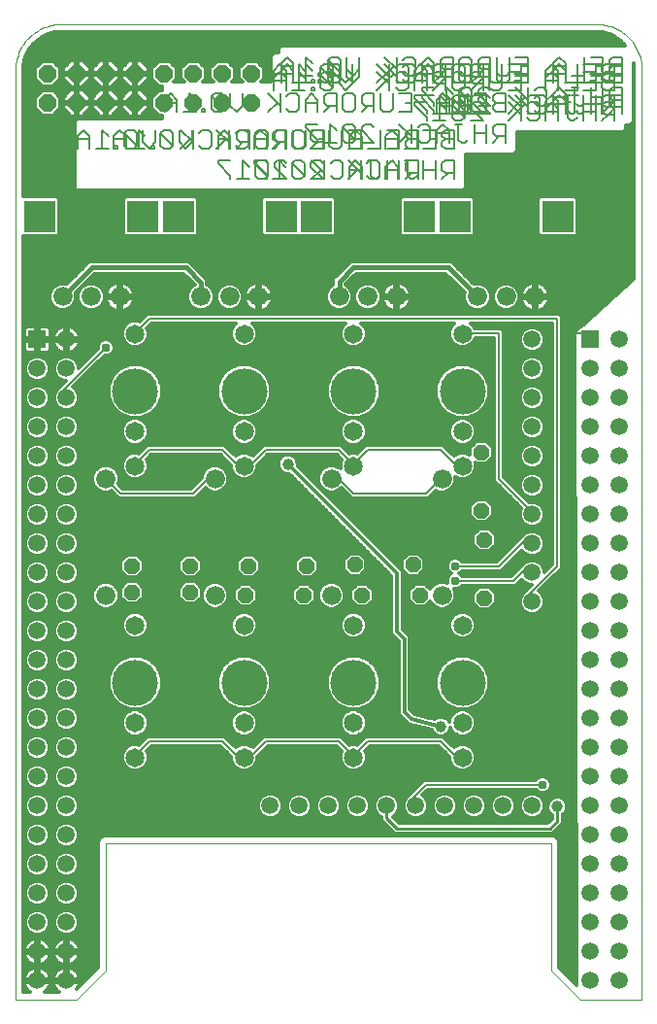
<source format=gbl>
G75*
%MOIN*%
%OFA0B0*%
%FSLAX24Y24*%
%IPPOS*%
%LPD*%
%AMOC8*
5,1,8,0,0,1.08239X$1,22.5*
%
%ADD10C,0.0000*%
%ADD11C,0.0060*%
%ADD12R,0.0594X0.0594*%
%ADD13C,0.0594*%
%ADD14C,0.0650*%
%ADD15C,0.1581*%
%ADD16OC8,0.0600*%
%ADD17OC8,0.0520*%
%ADD18C,0.0660*%
%ADD19R,0.1102X0.1102*%
%ADD20C,0.0120*%
%ADD21C,0.0070*%
%ADD22C,0.0396*%
%ADD23C,0.0100*%
%ADD24C,0.0310*%
%ADD25C,0.0160*%
D10*
X000135Y000200D02*
X002235Y000200D01*
X003235Y001200D01*
X003235Y005570D01*
X018535Y005570D01*
X018535Y001200D01*
X019535Y000200D01*
X021635Y000200D01*
X021635Y032070D01*
X021636Y032146D01*
X021632Y032222D01*
X021625Y032297D01*
X021614Y032372D01*
X021600Y032447D01*
X021582Y032521D01*
X021560Y032593D01*
X021535Y032665D01*
X021506Y032735D01*
X021474Y032804D01*
X021439Y032871D01*
X021400Y032936D01*
X021358Y032999D01*
X021313Y033061D01*
X021265Y033119D01*
X021215Y033176D01*
X021161Y033230D01*
X021105Y033281D01*
X021047Y033329D01*
X020986Y033375D01*
X020923Y033417D01*
X020858Y033457D01*
X020791Y033493D01*
X020723Y033525D01*
X020653Y033555D01*
X020582Y033581D01*
X020509Y033603D01*
X020436Y033622D01*
X020361Y033637D01*
X020286Y033648D01*
X020211Y033656D01*
X020135Y033660D01*
X001635Y033660D01*
X001557Y033656D01*
X001479Y033648D01*
X001402Y033636D01*
X001325Y033620D01*
X001249Y033600D01*
X001174Y033576D01*
X001101Y033549D01*
X001029Y033517D01*
X000959Y033483D01*
X000891Y033444D01*
X000824Y033403D01*
X000760Y033358D01*
X000698Y033309D01*
X000639Y033258D01*
X000583Y033204D01*
X000529Y033147D01*
X000478Y033087D01*
X000430Y033025D01*
X000386Y032961D01*
X000345Y032894D01*
X000307Y032826D01*
X000273Y032755D01*
X000242Y032683D01*
X000215Y032609D01*
X000192Y032535D01*
X000173Y032459D01*
X000157Y032382D01*
X000146Y032305D01*
X000138Y032227D01*
X000134Y032148D01*
X000135Y032070D01*
X000135Y000200D01*
D11*
X007510Y028350D02*
X007510Y028457D01*
X007082Y028884D01*
X007082Y028991D01*
X007510Y028991D01*
X007510Y029400D02*
X007510Y029827D01*
X007296Y030041D01*
X007082Y029827D01*
X007082Y029400D01*
X007043Y029400D02*
X007364Y029720D01*
X007510Y029720D02*
X007082Y029720D01*
X006865Y029507D02*
X006758Y029400D01*
X006545Y029400D01*
X006438Y029507D01*
X006220Y029614D02*
X005793Y030041D01*
X005754Y030041D02*
X005754Y029614D01*
X005968Y029400D01*
X006181Y029614D01*
X006181Y030041D01*
X006220Y030041D02*
X006220Y029400D01*
X006114Y029720D02*
X005793Y029400D01*
X005537Y029507D02*
X005110Y029934D01*
X005110Y029507D01*
X005216Y029400D01*
X005430Y029400D01*
X005537Y029507D01*
X005537Y029934D01*
X005430Y030041D01*
X005216Y030041D01*
X005110Y029934D01*
X004931Y030041D02*
X004931Y029614D01*
X004718Y029400D01*
X004504Y029614D01*
X004504Y030041D01*
X004356Y030041D02*
X004570Y029827D01*
X004356Y030041D02*
X004356Y029400D01*
X004287Y029507D02*
X004180Y029400D01*
X003966Y029400D01*
X003860Y029507D01*
X003860Y029934D01*
X004287Y029507D01*
X004287Y029934D01*
X004180Y030041D01*
X003966Y030041D01*
X003860Y029934D01*
X003925Y029827D02*
X003712Y030041D01*
X003498Y029827D01*
X003498Y029400D01*
X003535Y029400D02*
X003642Y029400D01*
X003642Y029507D01*
X003535Y029507D01*
X003535Y029400D01*
X003320Y029400D02*
X002893Y029400D01*
X003106Y029400D02*
X003106Y030041D01*
X003320Y029827D01*
X003498Y029720D02*
X003925Y029720D01*
X003925Y029827D02*
X003925Y029400D01*
X004143Y029400D02*
X004570Y029400D01*
X004785Y029400D02*
X004785Y029507D01*
X004892Y029507D01*
X004892Y029400D01*
X004785Y029400D01*
X005248Y030650D02*
X005248Y031077D01*
X005462Y031291D01*
X005675Y031077D01*
X005675Y030650D01*
X005675Y031077D01*
X005462Y031291D01*
X005248Y031077D01*
X005248Y030650D01*
X005248Y031077D01*
X005462Y031291D01*
X005675Y031077D01*
X005675Y030650D01*
X005893Y030650D02*
X006320Y030650D01*
X005893Y030650D01*
X006320Y030650D01*
X006106Y030650D02*
X006106Y031291D01*
X006320Y031077D01*
X006106Y031291D01*
X006106Y030650D01*
X006106Y031291D01*
X006320Y031077D01*
X006535Y030757D02*
X006535Y030650D01*
X006642Y030650D01*
X006642Y030757D01*
X006535Y030757D01*
X006535Y030650D01*
X006642Y030650D01*
X006642Y030757D01*
X006535Y030757D01*
X006535Y030650D01*
X006642Y030650D01*
X006642Y030757D01*
X006535Y030757D01*
X006860Y030757D02*
X006860Y031184D01*
X007287Y030757D01*
X007180Y030650D01*
X006966Y030650D01*
X006860Y030757D01*
X006966Y030650D01*
X007180Y030650D01*
X007287Y030757D01*
X007287Y031184D01*
X007180Y031291D01*
X006966Y031291D01*
X006860Y031184D01*
X007287Y030757D01*
X007287Y031184D01*
X007180Y031291D01*
X006966Y031291D01*
X006860Y031184D01*
X006860Y030757D01*
X006966Y030650D01*
X007180Y030650D01*
X007287Y030757D01*
X006860Y031184D01*
X006860Y030757D01*
X007287Y030757D02*
X007287Y031184D01*
X007180Y031291D01*
X006966Y031291D01*
X006860Y031184D01*
X007504Y031291D02*
X007504Y030864D01*
X007718Y030650D01*
X007931Y030864D01*
X007931Y031291D01*
X007931Y030864D01*
X007718Y030650D01*
X007504Y030864D01*
X007504Y031291D01*
X007504Y030864D01*
X007718Y030650D01*
X007931Y030864D01*
X007931Y031291D01*
X008793Y031291D02*
X009220Y030864D01*
X008793Y031291D01*
X009220Y030864D01*
X009114Y030970D02*
X008793Y030650D01*
X009114Y030970D01*
X008793Y030650D01*
X009220Y030650D02*
X009220Y031291D01*
X009220Y030650D01*
X009220Y031291D01*
X009425Y031400D02*
X009425Y031827D01*
X009212Y032041D01*
X008998Y031827D01*
X008998Y031400D01*
X008998Y031827D01*
X009212Y032041D01*
X009425Y031827D01*
X009425Y031400D01*
X009545Y031291D02*
X009758Y031291D01*
X009865Y031184D01*
X009865Y030757D01*
X009758Y030650D01*
X009545Y030650D01*
X009438Y030757D01*
X009545Y030650D01*
X009758Y030650D01*
X009865Y030757D01*
X009865Y031184D01*
X009758Y031291D01*
X009545Y031291D01*
X009438Y031184D01*
X009545Y031291D01*
X009758Y031291D01*
X009865Y031184D01*
X009865Y030757D01*
X009758Y030650D01*
X009545Y030650D01*
X009438Y030757D01*
X009438Y031184D02*
X009545Y031291D01*
X009643Y031400D02*
X010070Y031400D01*
X009643Y031400D01*
X009856Y031400D02*
X009856Y032041D01*
X010070Y031827D01*
X009856Y032041D01*
X009856Y031400D01*
X009856Y031650D02*
X009856Y032291D01*
X010070Y032077D01*
X009856Y032291D01*
X009856Y031650D01*
X009893Y031650D02*
X010320Y031650D01*
X009893Y031650D01*
X010320Y031650D01*
X009893Y031650D01*
X010320Y031650D01*
X009893Y031650D01*
X010320Y031650D01*
X010285Y031650D02*
X010392Y031650D01*
X010392Y031757D01*
X010285Y031757D01*
X010285Y031650D01*
X010392Y031650D01*
X010392Y031757D01*
X010285Y031757D01*
X010285Y031650D01*
X010285Y031507D02*
X010285Y031400D01*
X010392Y031400D01*
X010392Y031507D01*
X010285Y031507D01*
X010285Y031400D01*
X010392Y031400D01*
X010392Y031507D01*
X010285Y031507D01*
X010296Y031291D02*
X010082Y031077D01*
X010082Y030650D01*
X010082Y031077D01*
X010296Y031291D01*
X010510Y031077D01*
X010510Y030650D01*
X010510Y031077D01*
X010296Y031291D01*
X010082Y031077D01*
X010082Y030650D01*
X010082Y030970D02*
X010510Y030970D01*
X010082Y030970D01*
X010510Y030970D01*
X010510Y031077D02*
X010296Y031291D01*
X010510Y031077D02*
X010510Y030650D01*
X010727Y030650D02*
X010941Y030864D01*
X010727Y030650D01*
X010941Y030864D01*
X010834Y030864D02*
X011154Y030864D01*
X010834Y030864D01*
X010727Y030970D01*
X010727Y031184D01*
X010834Y031291D01*
X011154Y031291D01*
X011154Y030650D01*
X011154Y031291D01*
X010834Y031291D01*
X010727Y031184D01*
X010727Y030970D01*
X010834Y030864D01*
X011154Y030864D01*
X011154Y030650D02*
X011154Y031291D01*
X010834Y031291D01*
X010727Y031184D01*
X010727Y030970D01*
X010834Y030864D01*
X010930Y031400D02*
X010716Y031400D01*
X010610Y031507D01*
X010610Y031934D01*
X011037Y031507D01*
X010930Y031400D01*
X011037Y031507D01*
X011037Y031934D01*
X010930Y032041D01*
X010716Y032041D01*
X010610Y031934D01*
X011037Y031507D01*
X011037Y031934D01*
X010930Y032041D01*
X010716Y032041D01*
X010610Y031934D01*
X010610Y031507D01*
X010716Y031400D01*
X010930Y031400D01*
X010930Y031650D02*
X010716Y031650D01*
X010610Y031757D01*
X010610Y032184D01*
X011037Y031757D01*
X010930Y031650D01*
X011037Y031757D01*
X011037Y032184D01*
X010930Y032291D01*
X010716Y032291D01*
X010610Y032184D01*
X011037Y031757D01*
X011037Y032184D01*
X010930Y032291D01*
X010716Y032291D01*
X010610Y032184D01*
X010610Y031757D01*
X010716Y031650D01*
X010930Y031650D01*
X010966Y031650D02*
X011180Y031650D01*
X011287Y031757D01*
X010860Y032184D01*
X010860Y031757D01*
X010966Y031650D01*
X011180Y031650D01*
X011287Y031757D01*
X011287Y032184D01*
X011180Y032291D01*
X010966Y032291D01*
X010860Y032184D01*
X011287Y031757D01*
X011287Y032184D01*
X011180Y032291D01*
X010966Y032291D01*
X010860Y032184D01*
X010860Y031757D01*
X010966Y031650D01*
X011180Y031650D01*
X011287Y031757D01*
X010860Y032184D01*
X010860Y031757D01*
X010966Y031650D01*
X011180Y031650D01*
X011287Y031757D01*
X011287Y032184D01*
X011180Y032291D01*
X010966Y032291D01*
X010860Y032184D01*
X011287Y031757D01*
X011287Y032184D01*
X011180Y032291D01*
X010966Y032291D01*
X010860Y032184D01*
X010860Y031757D01*
X010966Y031650D01*
X011180Y031650D01*
X011287Y031757D01*
X010860Y032184D01*
X010860Y031757D01*
X010966Y031650D01*
X011180Y031650D01*
X011287Y031757D01*
X011287Y032184D01*
X011180Y032291D01*
X010966Y032291D01*
X010860Y032184D01*
X011287Y031757D01*
X011287Y032184D01*
X011180Y032291D01*
X010966Y032291D01*
X010860Y032184D01*
X010860Y031757D01*
X010966Y031650D01*
X011180Y031650D01*
X011287Y031757D01*
X010860Y032184D01*
X010860Y031757D01*
X010966Y031650D01*
X010966Y031900D02*
X010860Y032007D01*
X010860Y032434D01*
X011287Y032007D01*
X011180Y031900D01*
X010966Y031900D01*
X011180Y031900D01*
X011287Y032007D01*
X011287Y032434D01*
X011180Y032541D01*
X010966Y032541D01*
X010860Y032434D01*
X011287Y032007D01*
X011287Y032434D01*
X011180Y032541D01*
X010966Y032541D01*
X010860Y032434D01*
X010860Y032007D01*
X010966Y031900D01*
X011254Y031864D02*
X011254Y032291D01*
X011254Y031864D01*
X011468Y031650D01*
X011681Y031864D01*
X011681Y032291D01*
X011681Y031864D01*
X011468Y031650D01*
X011254Y031864D01*
X011287Y031757D02*
X011287Y032184D01*
X011180Y032291D01*
X010966Y032291D01*
X010860Y032184D01*
X010642Y032007D02*
X010535Y032007D01*
X010535Y031900D01*
X010642Y031900D01*
X010642Y032007D01*
X010535Y032007D01*
X010535Y031900D01*
X010642Y031900D01*
X010642Y032007D01*
X010642Y031757D02*
X010535Y031757D01*
X010535Y031650D01*
X010642Y031650D01*
X010642Y031757D01*
X010535Y031757D01*
X010535Y031650D01*
X010642Y031650D01*
X010642Y031757D01*
X010535Y031757D01*
X010535Y031650D01*
X010642Y031650D01*
X010642Y031757D01*
X010535Y031757D01*
X010535Y031650D01*
X010642Y031650D01*
X010642Y031757D01*
X010535Y031757D01*
X010535Y031650D01*
X010642Y031650D01*
X010642Y031757D01*
X010535Y031757D01*
X010535Y031650D01*
X010642Y031650D01*
X010642Y031757D01*
X010535Y031757D01*
X010535Y031650D01*
X010642Y031650D01*
X010642Y031757D01*
X010320Y031900D02*
X009893Y031900D01*
X010320Y031900D01*
X010320Y032077D02*
X010106Y032291D01*
X010106Y031650D01*
X010106Y032291D01*
X010320Y032077D01*
X010106Y032291D01*
X010106Y031650D01*
X010106Y032291D01*
X010320Y032077D01*
X010106Y032291D01*
X010106Y031650D01*
X010106Y032291D01*
X010320Y032077D01*
X010106Y032291D01*
X010106Y031650D01*
X010070Y031650D02*
X009643Y031650D01*
X010070Y031650D01*
X010106Y031900D02*
X010106Y032541D01*
X010320Y032327D01*
X010106Y032541D01*
X010106Y031900D01*
X009675Y031900D02*
X009675Y032327D01*
X009462Y032541D01*
X009248Y032327D01*
X009248Y031900D01*
X009248Y032327D01*
X009462Y032541D01*
X009675Y032327D01*
X009675Y031900D01*
X009675Y031970D02*
X009248Y031970D01*
X009675Y031970D01*
X009248Y031970D01*
X009675Y031970D01*
X009248Y031970D01*
X009675Y031970D01*
X009248Y031970D01*
X009248Y032077D02*
X009248Y031650D01*
X009248Y032077D01*
X009462Y032291D01*
X009675Y032077D01*
X009675Y031650D01*
X009675Y032077D01*
X009462Y032291D01*
X009248Y032077D01*
X009248Y031650D01*
X009248Y032077D01*
X009462Y032291D01*
X009675Y032077D01*
X009675Y031650D01*
X009675Y032077D01*
X009462Y032291D01*
X009248Y032077D01*
X009248Y031650D01*
X009248Y032077D01*
X009462Y032291D01*
X009675Y032077D01*
X009675Y031650D01*
X009675Y032077D01*
X009462Y032291D01*
X009248Y032077D01*
X009248Y031650D01*
X009425Y031650D02*
X009425Y032077D01*
X009212Y032291D01*
X008998Y032077D01*
X008998Y031650D01*
X008998Y032077D01*
X009212Y032291D01*
X009425Y032077D01*
X009425Y031650D01*
X009425Y031720D02*
X008998Y031720D01*
X009425Y031720D01*
X009425Y031970D02*
X008998Y031970D01*
X009425Y031970D01*
X009248Y032077D02*
X009462Y032291D01*
X009675Y032077D01*
X009675Y031650D01*
X009675Y032220D02*
X009248Y032220D01*
X009675Y032220D01*
X010082Y030241D02*
X010082Y030134D01*
X010510Y029707D01*
X010510Y029600D01*
X010510Y029707D01*
X010082Y030134D01*
X010082Y030241D01*
X010510Y030241D01*
X010082Y030241D01*
X010082Y030134D01*
X010510Y029707D01*
X010510Y029600D01*
X010480Y029614D02*
X010266Y029400D01*
X010305Y029400D02*
X010732Y029400D01*
X010732Y030041D01*
X010305Y030041D01*
X010373Y030041D02*
X010266Y029934D01*
X010266Y029720D01*
X010373Y029614D01*
X010693Y029614D01*
X010727Y029600D02*
X011154Y029600D01*
X010727Y029600D01*
X011154Y029600D01*
X011338Y029507D02*
X011231Y029400D01*
X011017Y029400D01*
X010911Y029507D01*
X010911Y030041D01*
X010941Y030241D02*
X010941Y029600D01*
X010941Y030241D01*
X011154Y030027D01*
X010941Y030241D01*
X010941Y029600D01*
X010732Y029720D02*
X010519Y029720D01*
X010373Y030041D02*
X010693Y030041D01*
X010693Y029400D01*
X010732Y028991D02*
X010732Y028350D01*
X010693Y028350D02*
X010266Y028777D01*
X010266Y028884D01*
X010373Y028991D01*
X010586Y028991D01*
X010693Y028884D01*
X010625Y028670D02*
X010305Y028350D01*
X010266Y028350D02*
X010693Y028350D01*
X010732Y028564D02*
X010305Y028991D01*
X010049Y028884D02*
X009942Y028991D01*
X009728Y028991D01*
X009622Y028884D01*
X010049Y028457D01*
X009942Y028350D01*
X009728Y028350D01*
X009622Y028457D01*
X009622Y028884D01*
X009443Y028884D02*
X009336Y028991D01*
X009123Y028991D01*
X009016Y028884D01*
X009016Y028777D01*
X009443Y028350D01*
X009016Y028350D01*
X008977Y028350D02*
X009404Y028350D01*
X009191Y028350D02*
X009191Y028991D01*
X009404Y028777D01*
X009404Y029400D02*
X009404Y030041D01*
X009084Y030041D01*
X008977Y029934D01*
X008977Y029720D01*
X009084Y029614D01*
X009404Y029614D01*
X009443Y029614D02*
X009123Y029614D01*
X009016Y029720D01*
X009016Y029934D01*
X009123Y030041D01*
X009443Y030041D01*
X009443Y029400D01*
X009622Y029507D02*
X009622Y029934D01*
X009728Y030041D01*
X009942Y030041D01*
X010049Y029934D01*
X010049Y029507D01*
X009942Y029400D01*
X009728Y029400D01*
X009622Y029507D01*
X009661Y029507D02*
X009661Y030041D01*
X009661Y029507D02*
X009767Y029400D01*
X009981Y029400D01*
X010088Y029507D01*
X010088Y030041D01*
X010082Y030241D02*
X010510Y030241D01*
X010941Y030241D02*
X011154Y030027D01*
X011338Y030041D02*
X011338Y029507D01*
X011478Y029600D02*
X011692Y029600D01*
X011799Y029707D01*
X011372Y030134D01*
X011372Y029707D01*
X011478Y029600D01*
X011692Y029600D01*
X011799Y029707D01*
X011799Y030134D01*
X011692Y030241D01*
X011478Y030241D01*
X011372Y030134D01*
X011799Y029707D01*
X011799Y030134D01*
X011692Y030241D01*
X011478Y030241D01*
X011372Y030134D01*
X011372Y029707D01*
X011478Y029600D01*
X011692Y029600D01*
X011799Y029707D01*
X011372Y030134D01*
X011372Y029707D01*
X011478Y029600D01*
X011594Y029720D02*
X012021Y029720D01*
X011982Y029720D02*
X011769Y029720D01*
X011799Y029707D02*
X011799Y030134D01*
X011692Y030241D01*
X011478Y030241D01*
X011372Y030134D01*
X011555Y030041D02*
X011982Y030041D01*
X011982Y029400D01*
X011555Y029400D01*
X011594Y029400D02*
X011594Y029827D01*
X011808Y030041D01*
X012021Y029827D01*
X012021Y029400D01*
X012016Y029600D02*
X012443Y029600D01*
X012016Y030027D01*
X012016Y030134D01*
X012123Y030241D01*
X012336Y030241D01*
X012443Y030134D01*
X012336Y030241D01*
X012123Y030241D01*
X012016Y030134D01*
X012016Y030027D01*
X012443Y029600D01*
X012016Y029600D01*
X012443Y029600D01*
X012016Y030027D01*
X012016Y030134D01*
X012123Y030241D01*
X012336Y030241D01*
X012443Y030134D01*
X012666Y030041D02*
X012666Y029400D01*
X012239Y029400D01*
X012239Y028991D02*
X012452Y028991D01*
X012520Y028991D02*
X012627Y028884D01*
X012627Y028457D01*
X012520Y028350D01*
X012307Y028350D01*
X012200Y028457D01*
X012346Y028457D02*
X012346Y028991D01*
X012307Y028991D02*
X012520Y028991D01*
X012307Y028991D02*
X012200Y028884D01*
X012021Y028777D02*
X011808Y028991D01*
X011594Y028777D01*
X011594Y028350D01*
X011555Y028350D02*
X011875Y028670D01*
X012021Y028670D02*
X011594Y028670D01*
X011377Y028457D02*
X011270Y028350D01*
X011057Y028350D01*
X010950Y028457D01*
X011377Y028457D02*
X011377Y028884D01*
X011270Y028991D01*
X011057Y028991D01*
X010950Y028884D01*
X011555Y028991D02*
X011982Y028564D01*
X011982Y028350D02*
X011982Y028991D01*
X012021Y028777D02*
X012021Y028350D01*
X012346Y028457D02*
X012452Y028350D01*
X012559Y028350D01*
X012666Y028457D01*
X012844Y028350D02*
X012844Y028777D01*
X013058Y028991D01*
X013271Y028777D01*
X013271Y028350D01*
X013310Y028350D02*
X013310Y028991D01*
X013489Y028991D02*
X013702Y028991D01*
X013635Y028991D02*
X013528Y028884D01*
X013528Y028670D01*
X013635Y028564D01*
X013955Y028564D01*
X013916Y028457D02*
X013809Y028350D01*
X013702Y028350D01*
X013596Y028457D01*
X013596Y028991D01*
X013635Y028991D02*
X013955Y028991D01*
X013955Y028350D01*
X014133Y028350D02*
X014133Y028991D01*
X014133Y028670D02*
X014560Y028670D01*
X014778Y028670D02*
X014778Y028884D01*
X014885Y028991D01*
X015205Y028991D01*
X015205Y028350D01*
X015205Y028564D02*
X014885Y028564D01*
X014778Y028670D01*
X014991Y028564D02*
X014778Y028350D01*
X014560Y028350D02*
X014560Y028991D01*
X014560Y029400D02*
X014133Y029400D01*
X013955Y029400D02*
X013635Y029400D01*
X013528Y029507D01*
X013528Y029614D01*
X013635Y029720D01*
X013955Y029720D01*
X013950Y029707D02*
X014057Y029600D01*
X014270Y029600D01*
X014377Y029707D01*
X014377Y030134D01*
X014270Y030241D01*
X014057Y030241D01*
X013950Y030134D01*
X014057Y030241D01*
X014270Y030241D01*
X014377Y030134D01*
X014377Y029707D01*
X014270Y029600D01*
X014057Y029600D01*
X013950Y029707D01*
X014057Y029600D01*
X014270Y029600D01*
X014377Y029707D01*
X014377Y030134D01*
X014270Y030241D01*
X014057Y030241D01*
X013950Y030134D01*
X013955Y030041D02*
X013635Y030041D01*
X013528Y029934D01*
X013528Y029827D01*
X013635Y029720D01*
X013732Y029814D02*
X013305Y030241D01*
X013732Y029814D01*
X013305Y030241D01*
X013310Y030041D02*
X013310Y029400D01*
X012883Y029400D01*
X012844Y029400D02*
X012844Y029827D01*
X013058Y030041D01*
X013271Y029827D01*
X013271Y029400D01*
X013305Y029600D02*
X013625Y029920D01*
X013305Y029600D01*
X013625Y029920D01*
X013916Y030041D02*
X013916Y029400D01*
X013489Y029400D01*
X013310Y029720D02*
X013097Y029720D01*
X013271Y029720D02*
X012844Y029720D01*
X012883Y030041D02*
X013310Y030041D01*
X013732Y030241D02*
X013732Y029600D01*
X013732Y030241D01*
X013732Y029600D01*
X013955Y029400D02*
X013955Y030041D01*
X014133Y030041D02*
X014560Y030041D01*
X014560Y029400D01*
X014594Y029600D02*
X014594Y030027D01*
X014808Y030241D01*
X015021Y030027D01*
X015021Y029600D01*
X015021Y030027D01*
X014808Y030241D01*
X014594Y030027D01*
X014594Y029600D01*
X014594Y030027D01*
X014808Y030241D01*
X015021Y030027D01*
X015021Y029600D01*
X014885Y029720D02*
X015205Y029720D01*
X015346Y029707D02*
X015346Y030241D01*
X015346Y029707D01*
X015452Y029600D01*
X015559Y029600D01*
X015666Y029707D01*
X015559Y029600D01*
X015452Y029600D01*
X015346Y029707D01*
X015346Y030241D01*
X015452Y030241D02*
X015239Y030241D01*
X015452Y030241D01*
X015239Y030241D01*
X015228Y030350D02*
X015442Y030350D01*
X015549Y030457D01*
X015122Y030884D01*
X015122Y030457D01*
X015228Y030350D01*
X015442Y030350D01*
X015549Y030457D01*
X015549Y030884D01*
X015442Y030991D01*
X015228Y030991D01*
X015122Y030884D01*
X015549Y030457D01*
X015549Y030884D01*
X015442Y030991D01*
X015228Y030991D01*
X015122Y030884D01*
X015122Y030457D01*
X015228Y030350D01*
X015228Y030600D02*
X015442Y030600D01*
X015549Y030707D01*
X015122Y031134D01*
X015122Y030707D01*
X015228Y030600D01*
X015442Y030600D01*
X015549Y030707D01*
X015549Y031134D01*
X015442Y031241D01*
X015228Y031241D01*
X015122Y031134D01*
X015549Y030707D01*
X015549Y031134D01*
X015442Y031241D01*
X015228Y031241D01*
X015122Y031134D01*
X015122Y030707D01*
X015228Y030600D01*
X015239Y030650D02*
X015666Y030650D01*
X015666Y031291D01*
X015666Y030650D01*
X015239Y030650D01*
X015666Y030650D01*
X015666Y031291D01*
X015692Y031241D02*
X015478Y031241D01*
X015372Y031134D01*
X015799Y030707D01*
X015692Y030600D01*
X015478Y030600D01*
X015372Y030707D01*
X015372Y031134D01*
X015799Y030707D01*
X015799Y031134D01*
X015692Y031241D01*
X015478Y031241D01*
X015372Y031134D01*
X015372Y030707D01*
X015478Y030600D01*
X015692Y030600D01*
X015799Y030707D01*
X015799Y031134D01*
X015692Y031241D01*
X015478Y031241D01*
X015372Y031134D01*
X015799Y030707D01*
X015692Y030600D01*
X015478Y030600D01*
X015372Y030707D01*
X015372Y031134D01*
X015799Y030707D01*
X015799Y031134D01*
X015692Y031241D01*
X015478Y031241D01*
X015372Y031134D01*
X015372Y030707D01*
X015478Y030600D01*
X015692Y030600D01*
X015799Y030707D01*
X015799Y031134D01*
X015692Y031241D01*
X015478Y031241D01*
X015372Y031134D01*
X015799Y030707D01*
X015692Y030600D01*
X015478Y030600D01*
X015372Y030707D01*
X015372Y031134D01*
X015799Y030707D01*
X015799Y031134D01*
X015692Y031241D01*
X015478Y031241D01*
X015372Y031134D01*
X015372Y030707D01*
X015478Y030600D01*
X015692Y030600D01*
X015799Y030707D01*
X015799Y031134D01*
X015692Y031241D01*
X015478Y031241D01*
X015372Y031134D01*
X015799Y030707D01*
X015692Y030600D01*
X015478Y030600D01*
X015372Y030707D01*
X015372Y031134D01*
X015372Y030957D02*
X015478Y030850D01*
X015692Y030850D01*
X015799Y030957D01*
X015372Y031384D01*
X015372Y030957D01*
X015478Y030850D01*
X015692Y030850D01*
X015799Y030957D01*
X015799Y031384D01*
X015692Y031491D01*
X015478Y031491D01*
X015372Y031384D01*
X015799Y030957D01*
X015799Y031384D01*
X015692Y031491D01*
X015478Y031491D01*
X015372Y031384D01*
X015372Y030957D01*
X015154Y031027D02*
X014941Y031241D01*
X014941Y030600D01*
X014941Y031241D01*
X015154Y031027D01*
X014941Y031241D01*
X014941Y030600D01*
X014941Y031241D01*
X015154Y031027D01*
X014941Y031241D01*
X014941Y030600D01*
X014941Y031241D01*
X015154Y031027D01*
X014941Y031241D01*
X014941Y030600D01*
X014904Y030600D02*
X014477Y030600D01*
X014904Y030600D01*
X015021Y030650D02*
X015021Y031077D01*
X014808Y031291D01*
X014594Y031077D01*
X014594Y030650D01*
X014594Y031077D01*
X014808Y031291D01*
X015021Y031077D01*
X015021Y030650D01*
X015021Y031077D01*
X014808Y031291D01*
X014594Y031077D01*
X014594Y030650D01*
X014510Y030600D02*
X014510Y030707D01*
X014082Y031134D01*
X014082Y031241D01*
X014510Y031241D01*
X014082Y031241D01*
X014082Y031134D01*
X014510Y030707D01*
X014510Y030600D01*
X014510Y030707D01*
X014082Y031134D01*
X014082Y031241D01*
X014510Y031241D01*
X014082Y031241D01*
X014082Y031134D01*
X014510Y030707D01*
X014510Y030600D01*
X014510Y030707D01*
X014082Y031134D01*
X014082Y031241D01*
X014510Y031241D01*
X014082Y031241D01*
X014082Y031134D01*
X014510Y030707D01*
X014510Y030600D01*
X014510Y030707D01*
X014082Y031134D01*
X014082Y031241D01*
X014510Y031241D01*
X014477Y031400D02*
X014691Y031614D01*
X014477Y031400D01*
X014510Y031491D02*
X014082Y031491D01*
X014082Y031384D01*
X014510Y030957D01*
X014510Y030850D01*
X014510Y030957D01*
X014082Y031384D01*
X014082Y031491D01*
X014510Y031491D01*
X014584Y031614D02*
X014904Y031614D01*
X014584Y031614D01*
X014477Y031720D01*
X014477Y031934D01*
X014584Y032041D01*
X014904Y032041D01*
X014904Y031400D01*
X014904Y032041D01*
X014584Y032041D01*
X014477Y031934D01*
X014477Y031720D01*
X014584Y031614D01*
X014510Y031650D02*
X014510Y032077D01*
X014296Y032291D01*
X014082Y032077D01*
X014082Y031650D01*
X014082Y032077D01*
X014296Y032291D01*
X014510Y032077D01*
X014510Y031650D01*
X014510Y032077D01*
X014296Y032291D01*
X014082Y032077D01*
X014082Y031650D01*
X014082Y032077D01*
X014296Y032291D01*
X014510Y032077D01*
X014510Y031650D01*
X014510Y032077D01*
X014296Y032291D01*
X014082Y032077D01*
X014082Y031650D01*
X014082Y032077D01*
X014296Y032291D01*
X014510Y032077D01*
X014510Y031650D01*
X014510Y032077D01*
X014296Y032291D01*
X014082Y032077D01*
X014082Y031650D01*
X014260Y031650D02*
X014260Y032077D01*
X014046Y032291D01*
X013832Y032077D01*
X013832Y031650D01*
X013832Y032077D01*
X014046Y032291D01*
X014260Y032077D01*
X014260Y031650D01*
X014260Y031720D02*
X013832Y031720D01*
X014260Y031720D01*
X014260Y031827D02*
X014046Y032041D01*
X013832Y031827D01*
X013832Y031400D01*
X013832Y031827D01*
X014046Y032041D01*
X014260Y031827D01*
X014260Y031400D01*
X014260Y031827D01*
X014260Y031970D02*
X013832Y031970D01*
X014260Y031970D01*
X014082Y031970D02*
X014510Y031970D01*
X014082Y031970D01*
X014510Y031970D01*
X014082Y031970D01*
X014510Y031970D01*
X014082Y031970D01*
X014510Y031970D01*
X014477Y031970D02*
X014584Y031864D01*
X014904Y031864D01*
X014584Y031864D01*
X014477Y031970D01*
X014477Y032184D01*
X014584Y032291D01*
X014904Y032291D01*
X014904Y031650D01*
X014904Y032291D01*
X014584Y032291D01*
X014477Y032184D01*
X014477Y031970D01*
X014510Y031900D02*
X014510Y032327D01*
X014296Y032541D01*
X014082Y032327D01*
X014082Y031900D01*
X014082Y032327D01*
X014296Y032541D01*
X014510Y032327D01*
X014510Y031900D01*
X014691Y031864D02*
X014477Y031650D01*
X014691Y031864D01*
X014727Y031900D02*
X014941Y032114D01*
X014727Y031900D01*
X014727Y031970D02*
X014834Y031864D01*
X015154Y031864D01*
X014834Y031864D01*
X014727Y031970D01*
X014727Y032184D01*
X014834Y032291D01*
X015154Y032291D01*
X015154Y031650D01*
X015154Y032291D01*
X014834Y032291D01*
X014727Y032184D01*
X014727Y031970D01*
X014834Y031864D01*
X015154Y031864D01*
X014834Y031864D01*
X014727Y031970D01*
X014727Y032184D01*
X014834Y032291D01*
X015154Y032291D01*
X015154Y031650D01*
X015154Y032291D01*
X014834Y032291D01*
X014727Y032184D01*
X014727Y031970D01*
X014834Y031864D01*
X015154Y031864D01*
X014834Y031864D01*
X014727Y031970D01*
X014727Y032184D01*
X014834Y032291D01*
X015154Y032291D01*
X015154Y031650D01*
X015154Y032291D01*
X014834Y032291D01*
X014727Y032184D01*
X014727Y031970D01*
X014834Y031864D01*
X015154Y031864D01*
X015154Y031900D02*
X015154Y032541D01*
X014834Y032541D01*
X014727Y032434D01*
X014727Y032220D01*
X014834Y032114D01*
X015154Y032114D01*
X014834Y032114D01*
X014727Y032220D01*
X014727Y032434D01*
X014834Y032541D01*
X015154Y032541D01*
X015154Y031900D01*
X015122Y031934D02*
X015228Y032041D01*
X015442Y032041D01*
X015549Y031934D01*
X015549Y031507D01*
X015442Y031400D01*
X015228Y031400D01*
X015122Y031507D01*
X015122Y031934D01*
X015228Y032041D01*
X015442Y032041D01*
X015549Y031934D01*
X015549Y031507D01*
X015442Y031400D01*
X015228Y031400D01*
X015122Y031507D01*
X015122Y031934D01*
X015122Y031757D02*
X015122Y032184D01*
X015228Y032291D01*
X015442Y032291D01*
X015549Y032184D01*
X015549Y031757D01*
X015442Y031650D01*
X015228Y031650D01*
X015122Y031757D01*
X015122Y032184D01*
X015228Y032291D01*
X015442Y032291D01*
X015549Y032184D01*
X015549Y031757D01*
X015442Y031650D01*
X015228Y031650D01*
X015122Y031757D01*
X015154Y031650D02*
X015154Y032291D01*
X014834Y032291D01*
X014727Y032184D01*
X014727Y031970D01*
X014941Y031864D02*
X014727Y031650D01*
X014941Y031864D01*
X014727Y031650D01*
X014941Y031864D01*
X014727Y031650D01*
X014941Y031864D01*
X014727Y031650D01*
X014941Y031491D02*
X014941Y030850D01*
X014941Y031491D01*
X015154Y031277D01*
X014941Y031491D01*
X014691Y031241D02*
X014904Y031027D01*
X014691Y031241D01*
X014691Y030600D01*
X014691Y031241D01*
X014691Y030991D02*
X014691Y030350D01*
X014691Y030991D01*
X014904Y030777D01*
X014691Y030991D01*
X014594Y030970D02*
X015021Y030970D01*
X014594Y030970D01*
X015021Y030970D01*
X015154Y030850D02*
X014727Y030850D01*
X015154Y030850D01*
X015154Y030600D02*
X014727Y030600D01*
X015154Y030600D01*
X014727Y030600D01*
X015154Y030600D01*
X014727Y030600D01*
X015154Y030600D01*
X014727Y030600D01*
X014904Y030350D02*
X014477Y030350D01*
X014904Y030350D01*
X014885Y030041D02*
X014778Y029934D01*
X014778Y029827D01*
X014885Y029720D01*
X014778Y029614D01*
X014778Y029507D01*
X014885Y029400D01*
X015205Y029400D01*
X015205Y030041D01*
X014885Y030041D01*
X015021Y029920D02*
X014594Y029920D01*
X015021Y029920D01*
X014594Y029920D01*
X014560Y029720D02*
X014347Y029720D01*
X014260Y030350D02*
X014260Y030457D01*
X013832Y030884D01*
X013832Y030991D01*
X014260Y030991D01*
X013832Y030991D01*
X013832Y030884D01*
X014260Y030457D01*
X014260Y030350D01*
X014260Y030600D02*
X014260Y030707D01*
X013832Y031134D01*
X013832Y031241D01*
X014260Y031241D01*
X013832Y031241D01*
X013832Y031134D01*
X014260Y030707D01*
X014260Y030600D01*
X013732Y030650D02*
X013732Y031291D01*
X013305Y031291D01*
X013732Y031291D01*
X013732Y030650D01*
X013305Y030650D01*
X013732Y030650D01*
X013305Y030650D01*
X013088Y030757D02*
X012981Y030650D01*
X012767Y030650D01*
X012661Y030757D01*
X012661Y031291D01*
X012661Y030757D01*
X012767Y030650D01*
X012981Y030650D01*
X013088Y030757D01*
X013088Y031291D01*
X013088Y030757D01*
X012981Y030650D01*
X012767Y030650D01*
X012661Y030757D01*
X012661Y031291D01*
X012543Y031400D02*
X012864Y031720D01*
X012543Y031400D01*
X012443Y031291D02*
X012123Y031291D01*
X012016Y031184D01*
X012016Y030970D01*
X012123Y030864D01*
X012443Y030864D01*
X012123Y030864D01*
X012016Y030970D01*
X012016Y031184D01*
X012123Y031291D01*
X012443Y031291D01*
X012443Y030650D01*
X012443Y031291D01*
X012123Y031291D01*
X012016Y031184D01*
X012016Y030970D01*
X012123Y030864D01*
X012443Y030864D01*
X012230Y030864D02*
X012016Y030650D01*
X012230Y030864D01*
X012016Y030650D01*
X011799Y030757D02*
X011692Y030650D01*
X011478Y030650D01*
X011372Y030757D01*
X011372Y031184D01*
X011478Y031291D01*
X011692Y031291D01*
X011799Y031184D01*
X011799Y030757D01*
X011692Y030650D01*
X011478Y030650D01*
X011372Y030757D01*
X011372Y031184D01*
X011478Y031291D01*
X011692Y031291D01*
X011799Y031184D01*
X011799Y030757D01*
X011692Y030650D01*
X011478Y030650D01*
X011372Y030757D01*
X011372Y031184D01*
X011478Y031291D01*
X011692Y031291D01*
X011799Y031184D01*
X011799Y030757D01*
X011468Y031400D02*
X011254Y031614D01*
X011254Y032041D01*
X011254Y031614D01*
X011468Y031400D01*
X011681Y031614D01*
X011681Y032041D01*
X011681Y031614D01*
X011468Y031400D01*
X011718Y031650D02*
X011504Y031864D01*
X011504Y032291D01*
X011504Y031864D01*
X011718Y031650D01*
X011931Y031864D01*
X011931Y032291D01*
X011931Y031864D01*
X011718Y031650D01*
X011504Y031864D01*
X011504Y032291D01*
X011504Y031864D01*
X011718Y031650D01*
X011931Y031864D01*
X011931Y032291D01*
X011931Y031864D01*
X011718Y031650D01*
X011504Y031864D01*
X011504Y032291D01*
X011504Y031864D01*
X011718Y031650D01*
X011931Y031864D01*
X011931Y032291D01*
X011931Y031864D01*
X011718Y031650D01*
X011504Y031864D01*
X011504Y032291D01*
X011504Y032114D02*
X011504Y032541D01*
X011504Y032114D01*
X011718Y031900D01*
X011931Y032114D01*
X011931Y032541D01*
X011931Y032114D01*
X011718Y031900D01*
X011504Y032114D01*
X011931Y031864D02*
X011718Y031650D01*
X011931Y031864D02*
X011931Y032291D01*
X012543Y032291D02*
X012970Y031864D01*
X012543Y032291D01*
X012543Y032041D02*
X012970Y031614D01*
X012543Y032041D01*
X012793Y031900D02*
X013114Y032220D01*
X012793Y031900D01*
X012864Y031970D02*
X012543Y031650D01*
X012864Y031970D01*
X012970Y032041D02*
X012970Y031400D01*
X012970Y032041D01*
X013114Y031970D02*
X012793Y031650D01*
X013114Y031970D01*
X012793Y031650D01*
X013114Y031970D01*
X012793Y031650D01*
X013114Y031970D01*
X012793Y031650D01*
X012970Y031650D02*
X012970Y032291D01*
X012970Y031650D01*
X013188Y031757D02*
X013295Y031650D01*
X013508Y031650D01*
X013615Y031757D01*
X013615Y032184D01*
X013508Y032291D01*
X013295Y032291D01*
X013508Y032291D01*
X013615Y032184D01*
X013615Y031757D01*
X013508Y031650D01*
X013295Y031650D01*
X013188Y031757D01*
X013220Y031864D02*
X012793Y032291D01*
X013220Y031864D01*
X012793Y032291D01*
X013220Y031864D01*
X012793Y032291D01*
X013220Y031864D01*
X012793Y032291D01*
X012793Y032541D02*
X013220Y032114D01*
X012793Y032541D01*
X013220Y032541D02*
X013220Y031900D01*
X013220Y032541D01*
X013438Y032434D02*
X013545Y032541D01*
X013758Y032541D01*
X013865Y032434D01*
X013865Y032007D01*
X013758Y031900D01*
X013545Y031900D01*
X013438Y032007D01*
X013545Y031900D01*
X013758Y031900D01*
X013865Y032007D01*
X013865Y032434D01*
X013758Y032541D01*
X013545Y032541D01*
X013438Y032434D01*
X013545Y032291D02*
X013438Y032184D01*
X013545Y032291D01*
X013758Y032291D01*
X013865Y032184D01*
X013865Y031757D01*
X013758Y031650D01*
X013545Y031650D01*
X013438Y031757D01*
X013545Y031650D01*
X013758Y031650D01*
X013865Y031757D01*
X013865Y032184D01*
X013758Y032291D01*
X013545Y032291D01*
X013758Y032291D01*
X013865Y032184D01*
X013865Y031757D01*
X013758Y031650D01*
X013545Y031650D01*
X013438Y031757D01*
X013545Y031650D01*
X013758Y031650D01*
X013865Y031757D01*
X013865Y032184D01*
X013758Y032291D01*
X013545Y032291D01*
X013438Y032184D01*
X013545Y032291D01*
X013758Y032291D01*
X013865Y032184D01*
X013865Y031757D01*
X013758Y031650D01*
X013545Y031650D01*
X013438Y031757D01*
X013545Y031650D01*
X013758Y031650D01*
X013865Y031757D01*
X013865Y032184D01*
X013758Y032291D01*
X013545Y032291D01*
X013438Y032184D01*
X013545Y032291D01*
X013758Y032291D01*
X013865Y032184D01*
X013865Y031757D01*
X013758Y031650D01*
X013545Y031650D01*
X013438Y031757D01*
X013220Y031650D02*
X013220Y032291D01*
X013220Y031650D01*
X013220Y032291D01*
X013220Y031650D01*
X013220Y032291D01*
X013220Y031650D01*
X013220Y032291D01*
X013295Y032291D02*
X013188Y032184D01*
X013295Y032291D01*
X013438Y032184D02*
X013545Y032291D01*
X013508Y032041D02*
X013615Y031934D01*
X013615Y031507D01*
X013508Y031400D01*
X013295Y031400D01*
X013508Y031400D01*
X013615Y031507D01*
X013615Y031934D01*
X013508Y032041D01*
X013295Y032041D01*
X013508Y032041D01*
X013295Y032041D02*
X013188Y031934D01*
X013295Y032041D01*
X013188Y031507D02*
X013295Y031400D01*
X013188Y031507D01*
X013088Y031291D02*
X013088Y030757D01*
X013519Y030970D02*
X013732Y030970D01*
X013519Y030970D01*
X013732Y030970D01*
X013732Y030650D02*
X013732Y031291D01*
X013305Y031291D01*
X014082Y032220D02*
X014510Y032220D01*
X014082Y032220D01*
X015372Y032184D02*
X015372Y031757D01*
X015478Y031650D01*
X015692Y031650D01*
X015799Y031757D01*
X015799Y032184D01*
X015692Y032291D01*
X015478Y032291D01*
X015372Y032184D01*
X015478Y032291D01*
X015692Y032291D01*
X015799Y032184D01*
X015799Y031757D01*
X015692Y031650D01*
X015478Y031650D01*
X015372Y031757D01*
X015372Y032184D01*
X015478Y032291D01*
X015692Y032291D01*
X015799Y032184D01*
X015799Y031757D01*
X015692Y031650D01*
X015478Y031650D01*
X015372Y031757D01*
X015372Y032184D01*
X015478Y032291D01*
X015692Y032291D01*
X015799Y032184D01*
X015799Y031757D01*
X015692Y031650D01*
X015478Y031650D01*
X015372Y031757D01*
X015372Y032184D01*
X015478Y032291D01*
X015692Y032291D01*
X015799Y032184D01*
X015799Y031757D01*
X015692Y031650D01*
X015478Y031650D01*
X015372Y031757D01*
X015372Y032184D01*
X015478Y032291D01*
X015692Y032291D01*
X015799Y032184D01*
X015799Y031757D01*
X015692Y031650D01*
X015478Y031650D01*
X015372Y031757D01*
X015372Y032184D01*
X015478Y032291D01*
X015692Y032291D01*
X015799Y032184D01*
X015799Y031757D01*
X015692Y031650D01*
X015478Y031650D01*
X015372Y031757D01*
X015372Y032184D01*
X015372Y032007D02*
X015372Y032434D01*
X015478Y032541D01*
X015692Y032541D01*
X015799Y032434D01*
X015799Y032007D01*
X015692Y031900D01*
X015478Y031900D01*
X015372Y032007D01*
X015372Y032434D01*
X015478Y032541D01*
X015692Y032541D01*
X015799Y032434D01*
X015799Y032007D01*
X015692Y031900D01*
X015478Y031900D01*
X015372Y032007D01*
X015766Y031970D02*
X015873Y031864D01*
X016193Y031864D01*
X015873Y031864D01*
X015766Y031970D01*
X015766Y032184D01*
X015873Y032291D01*
X016193Y032291D01*
X016193Y031650D01*
X016193Y032291D01*
X015873Y032291D01*
X015766Y032184D01*
X015766Y031970D01*
X015766Y031934D02*
X015766Y031720D01*
X015873Y031614D01*
X016193Y031614D01*
X015873Y031614D01*
X015766Y031720D01*
X015766Y031934D01*
X015873Y032041D01*
X016193Y032041D01*
X016193Y031400D01*
X016193Y032041D01*
X015873Y032041D01*
X015766Y031934D01*
X015980Y031864D02*
X015766Y031650D01*
X015980Y031864D01*
X016016Y031900D02*
X016230Y032114D01*
X016016Y031900D01*
X016016Y031970D02*
X016123Y031864D01*
X016443Y031864D01*
X016123Y031864D01*
X016016Y031970D01*
X016016Y032184D01*
X016123Y032291D01*
X016443Y032291D01*
X016443Y031650D01*
X016443Y032291D01*
X016123Y032291D01*
X016016Y032184D01*
X016016Y031970D01*
X016123Y031864D01*
X016443Y031864D01*
X016123Y031864D01*
X016016Y031970D01*
X016016Y032184D01*
X016123Y032291D01*
X016443Y032291D01*
X016443Y031650D01*
X016443Y032291D01*
X016123Y032291D01*
X016016Y032184D01*
X016016Y031970D01*
X016123Y031864D01*
X016443Y031864D01*
X016123Y031864D01*
X016016Y031970D01*
X016016Y032184D01*
X016123Y032291D01*
X016443Y032291D01*
X016443Y031650D01*
X016443Y032291D01*
X016123Y032291D01*
X016016Y032184D01*
X016016Y031970D01*
X016123Y031864D01*
X016443Y031864D01*
X016443Y031900D02*
X016443Y032541D01*
X016123Y032541D01*
X016016Y032434D01*
X016016Y032220D01*
X016123Y032114D01*
X016443Y032114D01*
X016123Y032114D01*
X016016Y032220D01*
X016016Y032434D01*
X016123Y032541D01*
X016443Y032541D01*
X016443Y031900D01*
X016411Y032041D02*
X016411Y031507D01*
X016517Y031400D01*
X016731Y031400D01*
X016838Y031507D01*
X016838Y032041D01*
X016838Y031507D01*
X016731Y031400D01*
X016517Y031400D01*
X016411Y031507D01*
X016411Y032041D01*
X016411Y032291D02*
X016411Y031757D01*
X016517Y031650D01*
X016731Y031650D01*
X016838Y031757D01*
X016838Y032291D01*
X016838Y031757D01*
X016731Y031650D01*
X016517Y031650D01*
X016411Y031757D01*
X016411Y032291D01*
X016443Y032291D02*
X016123Y032291D01*
X016016Y032184D01*
X016016Y031970D01*
X016230Y031864D02*
X016016Y031650D01*
X016230Y031864D01*
X016016Y031650D01*
X016230Y031864D01*
X016016Y031650D01*
X016230Y031864D01*
X016016Y031650D01*
X015980Y031614D02*
X015766Y031400D01*
X015980Y031614D01*
X016123Y031491D02*
X016336Y031491D01*
X016443Y031384D01*
X016336Y031491D01*
X016123Y031491D01*
X016016Y031384D01*
X016016Y031277D01*
X016443Y030850D01*
X016016Y030850D01*
X016443Y030850D01*
X016016Y031277D01*
X016016Y031384D01*
X016123Y031491D01*
X016123Y031241D02*
X016336Y031241D01*
X016443Y031134D01*
X016336Y031241D01*
X016123Y031241D01*
X016016Y031134D01*
X016016Y031027D01*
X016443Y030600D01*
X016016Y030600D01*
X016443Y030600D01*
X016016Y031027D01*
X016016Y031134D01*
X016123Y031241D01*
X016336Y031241D01*
X016443Y031134D01*
X016336Y031241D01*
X016123Y031241D01*
X016016Y031134D01*
X016016Y031027D01*
X016443Y030600D01*
X016016Y030600D01*
X016443Y030600D01*
X016016Y031027D01*
X016016Y031134D01*
X016123Y031241D01*
X016336Y031241D01*
X016443Y031134D01*
X016336Y031241D01*
X016123Y031241D01*
X016016Y031134D01*
X016016Y031027D01*
X016443Y030600D01*
X016016Y030600D01*
X016443Y030600D01*
X016016Y031027D01*
X016016Y031134D01*
X016123Y031241D01*
X016336Y031241D01*
X016443Y031134D01*
X016528Y031184D02*
X016528Y031077D01*
X016635Y030970D01*
X016955Y030970D01*
X016635Y030970D01*
X016528Y030864D01*
X016528Y030757D01*
X016635Y030650D01*
X016955Y030650D01*
X016955Y031291D01*
X016635Y031291D01*
X016528Y031184D01*
X016528Y031077D01*
X016635Y030970D01*
X016528Y030864D01*
X016528Y030757D01*
X016635Y030650D01*
X016955Y030650D01*
X016955Y031291D01*
X016635Y031291D01*
X016528Y031184D01*
X016528Y031077D01*
X016635Y030970D01*
X016955Y030970D01*
X017055Y030991D02*
X017482Y030564D01*
X017055Y030991D01*
X017055Y031241D02*
X017482Y030814D01*
X017055Y031241D01*
X016955Y031291D02*
X016635Y031291D01*
X016528Y031184D01*
X016635Y030970D02*
X016528Y030864D01*
X016528Y030757D01*
X016635Y030650D01*
X016955Y030650D01*
X016955Y031291D01*
X017055Y031400D02*
X017482Y031400D01*
X017482Y032041D01*
X017055Y032041D01*
X017482Y032041D01*
X017482Y031400D01*
X017055Y031400D01*
X017055Y031650D02*
X017482Y031650D01*
X017482Y032291D01*
X017055Y032291D01*
X017482Y032291D01*
X017482Y031650D01*
X017055Y031650D01*
X016981Y031650D02*
X017088Y031757D01*
X017088Y032291D01*
X017088Y031757D01*
X016981Y031650D01*
X016767Y031650D01*
X016661Y031757D01*
X016661Y032291D01*
X016661Y031757D01*
X016767Y031650D01*
X016981Y031650D01*
X016767Y031650D01*
X016661Y031757D01*
X016661Y032291D01*
X016661Y031757D01*
X016767Y031650D01*
X016981Y031650D01*
X017088Y031757D01*
X017088Y032291D01*
X017088Y031757D01*
X016981Y031650D01*
X016767Y031650D01*
X016661Y031757D01*
X016661Y032291D01*
X016661Y031757D01*
X016767Y031650D01*
X016981Y031650D01*
X017088Y031757D01*
X017088Y032291D01*
X017088Y031757D01*
X016981Y031650D01*
X016767Y031650D01*
X016661Y031757D01*
X016661Y032291D01*
X016443Y032291D02*
X016443Y031650D01*
X016310Y031291D02*
X016310Y030650D01*
X015883Y030650D01*
X016310Y030650D01*
X016310Y031291D01*
X015883Y031291D01*
X016310Y031291D01*
X016310Y030650D01*
X015883Y030650D01*
X015799Y030707D02*
X015799Y031134D01*
X015692Y031241D01*
X015766Y031134D02*
X015873Y031241D01*
X016086Y031241D01*
X016193Y031134D01*
X016086Y031241D01*
X015873Y031241D01*
X015766Y031134D01*
X015766Y031027D01*
X016193Y030600D01*
X015766Y030600D01*
X016193Y030600D01*
X015766Y031027D01*
X015766Y031134D01*
X015873Y030991D02*
X016086Y030991D01*
X016193Y030884D01*
X016086Y030991D01*
X015873Y030991D01*
X015766Y030884D01*
X015766Y030777D01*
X016193Y030350D01*
X015766Y030350D01*
X016193Y030350D01*
X015766Y030777D01*
X015766Y030884D01*
X015873Y030991D01*
X016016Y031027D02*
X016016Y031134D01*
X016123Y031241D01*
X016310Y031291D02*
X015883Y031291D01*
X016016Y031027D02*
X016443Y030600D01*
X016016Y030600D01*
X016097Y030970D02*
X016310Y030970D01*
X016097Y030970D01*
X016310Y030970D01*
X016310Y030241D02*
X016310Y029600D01*
X016310Y030241D01*
X016310Y029600D01*
X016528Y029600D02*
X016741Y029814D01*
X016528Y029600D01*
X016741Y029814D01*
X016635Y029814D02*
X016955Y029814D01*
X016635Y029814D01*
X016528Y029920D01*
X016528Y030134D01*
X016635Y030241D01*
X016955Y030241D01*
X016955Y029600D01*
X016955Y030241D01*
X016635Y030241D01*
X016528Y030134D01*
X016528Y029920D01*
X016635Y029814D01*
X016955Y029814D01*
X016955Y029600D02*
X016955Y030241D01*
X016635Y030241D01*
X016528Y030134D01*
X016528Y029920D01*
X016635Y029814D01*
X016310Y029920D02*
X015883Y029920D01*
X016310Y029920D01*
X015883Y029920D01*
X015666Y029707D02*
X015559Y029600D01*
X015452Y029600D01*
X015346Y029707D01*
X015883Y029600D02*
X015883Y030241D01*
X015883Y029600D01*
X015883Y030241D01*
X016981Y031650D02*
X017088Y031757D01*
X017088Y032291D01*
X017305Y032291D02*
X017732Y032291D01*
X017732Y031650D01*
X017305Y031650D01*
X017732Y031650D01*
X017732Y032291D01*
X017305Y032291D01*
X017732Y032291D01*
X017732Y031650D01*
X017305Y031650D01*
X017732Y031650D01*
X017732Y032291D01*
X017305Y032291D01*
X017732Y032291D01*
X017732Y031650D01*
X017305Y031650D01*
X017732Y031650D01*
X017732Y032291D01*
X017305Y032291D01*
X017732Y032291D01*
X017732Y031650D01*
X017305Y031650D01*
X017269Y031720D02*
X017482Y031720D01*
X017269Y031720D01*
X017305Y031900D02*
X017732Y031900D01*
X017732Y032541D01*
X017305Y032541D01*
X017732Y032541D01*
X017732Y031900D01*
X017305Y031900D01*
X017269Y031970D02*
X017482Y031970D01*
X017269Y031970D01*
X017088Y032007D02*
X016981Y031900D01*
X016767Y031900D01*
X016661Y032007D01*
X016661Y032541D01*
X016661Y032007D01*
X016767Y031900D01*
X016981Y031900D01*
X017088Y032007D01*
X017088Y032541D01*
X017088Y032007D01*
X017519Y031970D02*
X017732Y031970D01*
X017519Y031970D01*
X017732Y031970D01*
X017519Y031970D01*
X017732Y031970D01*
X017519Y031970D01*
X017732Y031970D01*
X017732Y032220D02*
X017519Y032220D01*
X017732Y032220D01*
X018344Y032077D02*
X018344Y031650D01*
X018344Y032077D01*
X018558Y032291D01*
X018771Y032077D01*
X018771Y031650D01*
X018771Y032077D01*
X018558Y032291D01*
X018344Y032077D01*
X018344Y031970D02*
X018771Y031970D01*
X018344Y031970D01*
X018344Y031827D02*
X018344Y031400D01*
X018344Y031827D01*
X018558Y032041D01*
X018771Y031827D01*
X018771Y031400D01*
X018771Y031827D01*
X018558Y032041D01*
X018344Y031827D01*
X018344Y031720D02*
X018771Y031720D01*
X018344Y031720D01*
X018270Y031491D02*
X018377Y031384D01*
X018377Y030957D01*
X018270Y030850D01*
X018057Y030850D01*
X017950Y030957D01*
X018057Y030850D01*
X018270Y030850D01*
X018377Y030957D01*
X018377Y031384D01*
X018270Y031491D01*
X018057Y031491D01*
X017950Y031384D01*
X018057Y031491D01*
X018270Y031491D01*
X018270Y031241D02*
X018377Y031134D01*
X018377Y030707D01*
X018270Y030600D01*
X018057Y030600D01*
X017950Y030707D01*
X018057Y030600D01*
X018270Y030600D01*
X018377Y030707D01*
X018377Y031134D01*
X018270Y031241D01*
X018057Y031241D01*
X017950Y031134D01*
X018057Y031241D01*
X018270Y031241D01*
X018377Y031134D01*
X018377Y030707D01*
X018270Y030600D01*
X018057Y030600D01*
X017950Y030707D01*
X018057Y030600D01*
X018270Y030600D01*
X018377Y030707D01*
X018377Y031134D01*
X018270Y031241D01*
X018057Y031241D01*
X017950Y031134D01*
X018057Y031241D01*
X018270Y031241D01*
X018377Y031134D01*
X018377Y030707D01*
X018270Y030600D01*
X018057Y030600D01*
X017950Y030707D01*
X018057Y030600D01*
X018270Y030600D01*
X018377Y030707D01*
X018377Y031134D01*
X018270Y031241D01*
X018057Y031241D01*
X017950Y031134D01*
X018057Y031241D01*
X018270Y031241D01*
X018377Y031134D01*
X018377Y030707D01*
X018270Y030600D01*
X018057Y030600D01*
X017950Y030707D01*
X018020Y030600D02*
X017807Y030600D01*
X017700Y030707D01*
X017807Y030600D01*
X018020Y030600D01*
X018127Y030707D01*
X018127Y031134D01*
X018020Y031241D01*
X017807Y031241D01*
X017700Y031134D01*
X017807Y031241D01*
X018020Y031241D01*
X018127Y031134D01*
X018127Y030707D01*
X018020Y030600D01*
X018127Y030457D02*
X018020Y030350D01*
X017807Y030350D01*
X017700Y030457D01*
X017807Y030350D01*
X018020Y030350D01*
X018127Y030457D01*
X018127Y030884D01*
X018020Y030991D01*
X017807Y030991D01*
X017700Y030884D01*
X017807Y030991D01*
X018020Y030991D01*
X018127Y030884D01*
X018127Y030457D01*
X018344Y030350D02*
X018344Y030777D01*
X018558Y030991D01*
X018771Y030777D01*
X018771Y030350D01*
X018771Y030777D01*
X018558Y030991D01*
X018344Y030777D01*
X018344Y030350D01*
X018344Y030600D02*
X018344Y031027D01*
X018558Y031241D01*
X018771Y031027D01*
X018771Y030600D01*
X018771Y031027D01*
X018558Y031241D01*
X018344Y031027D01*
X018344Y030600D01*
X018344Y030670D02*
X018771Y030670D01*
X018344Y030670D01*
X018344Y030920D02*
X018771Y030920D01*
X018344Y030920D01*
X018594Y030920D02*
X019021Y030920D01*
X018594Y030920D01*
X019021Y030920D01*
X018594Y030920D01*
X019021Y030920D01*
X018594Y030920D01*
X019021Y030920D01*
X019021Y030850D02*
X019021Y031277D01*
X018808Y031491D01*
X018594Y031277D01*
X018594Y030850D01*
X018594Y031277D01*
X018808Y031491D01*
X019021Y031277D01*
X019021Y030850D01*
X018989Y030991D02*
X019202Y030991D01*
X018989Y030991D01*
X019021Y031027D02*
X018808Y031241D01*
X018594Y031027D01*
X018594Y030600D01*
X018594Y031027D01*
X018808Y031241D01*
X019021Y031027D01*
X019021Y030600D01*
X019021Y031027D01*
X018808Y031241D01*
X018594Y031027D01*
X018594Y030600D01*
X018594Y031027D01*
X018808Y031241D01*
X019021Y031027D01*
X019021Y030600D01*
X019021Y031027D01*
X018808Y031241D01*
X018594Y031027D01*
X018594Y030600D01*
X018594Y031027D01*
X018808Y031241D01*
X019021Y031027D01*
X019021Y030600D01*
X019021Y031027D01*
X018808Y031241D01*
X018594Y031027D01*
X018594Y030600D01*
X019021Y030600D02*
X019021Y031027D01*
X019096Y030991D02*
X019096Y030457D01*
X019202Y030350D01*
X019309Y030350D01*
X019416Y030457D01*
X019309Y030350D01*
X019202Y030350D01*
X019096Y030457D01*
X019096Y030991D01*
X019021Y031170D02*
X018594Y031170D01*
X019021Y031170D01*
X018989Y031241D02*
X019202Y031241D01*
X018989Y031241D01*
X019096Y031241D02*
X019096Y030707D01*
X019202Y030600D01*
X019309Y030600D01*
X019416Y030707D01*
X019309Y030600D01*
X019202Y030600D01*
X019096Y030707D01*
X019096Y031241D01*
X019239Y031241D02*
X019452Y031241D01*
X019239Y031241D01*
X019452Y031241D01*
X019239Y031241D01*
X019452Y031241D01*
X019239Y031241D01*
X019452Y031241D01*
X019346Y031241D02*
X019346Y030707D01*
X019452Y030600D01*
X019559Y030600D01*
X019666Y030707D01*
X019559Y030600D01*
X019452Y030600D01*
X019346Y030707D01*
X019346Y031241D01*
X019346Y030707D01*
X019452Y030600D01*
X019559Y030600D01*
X019666Y030707D01*
X019559Y030600D01*
X019452Y030600D01*
X019346Y030707D01*
X019346Y031241D01*
X019346Y030707D01*
X019452Y030600D01*
X019559Y030600D01*
X019666Y030707D01*
X019559Y030600D01*
X019452Y030600D01*
X019346Y030707D01*
X019346Y031241D01*
X019346Y030707D01*
X019452Y030600D01*
X019559Y030600D01*
X019666Y030707D01*
X019633Y030670D02*
X020060Y030670D01*
X019633Y030670D01*
X019633Y030600D02*
X019633Y031241D01*
X019633Y030600D01*
X019633Y030350D02*
X019633Y030991D01*
X019633Y030350D01*
X019883Y030600D02*
X019883Y031241D01*
X019883Y030600D01*
X019883Y031241D01*
X019883Y030600D01*
X019883Y031241D01*
X019883Y030600D01*
X019883Y031241D01*
X019883Y031170D02*
X020310Y031170D01*
X019883Y031170D01*
X020060Y031241D02*
X020060Y030600D01*
X020060Y031241D01*
X020060Y031400D02*
X019633Y031400D01*
X020060Y031400D01*
X020060Y032041D01*
X019633Y032041D01*
X020060Y032041D01*
X020060Y031400D01*
X019883Y031491D02*
X019883Y030850D01*
X019883Y031491D01*
X019883Y031650D02*
X020310Y031650D01*
X020310Y032291D01*
X019883Y032291D01*
X020310Y032291D01*
X020310Y031650D01*
X019883Y031650D01*
X020310Y031650D01*
X020310Y032291D01*
X019883Y032291D01*
X020310Y032291D01*
X020310Y031650D01*
X019883Y031650D01*
X020310Y031650D01*
X020310Y032291D01*
X019883Y032291D01*
X020310Y032291D01*
X020310Y031650D01*
X019883Y031650D01*
X020310Y031650D01*
X020310Y032291D01*
X019883Y032291D01*
X020060Y032291D02*
X019633Y032291D01*
X020060Y032291D01*
X020060Y031650D01*
X019633Y031650D01*
X020060Y031650D01*
X020060Y032291D01*
X020097Y032220D02*
X020310Y032220D01*
X020097Y032220D01*
X020278Y032184D02*
X020278Y032077D01*
X020385Y031970D01*
X020705Y031970D01*
X020385Y031970D01*
X020278Y031864D01*
X020278Y031757D01*
X020385Y031650D01*
X020705Y031650D01*
X020705Y032291D01*
X020385Y032291D01*
X020278Y032184D01*
X020278Y032077D01*
X020385Y031970D01*
X020278Y031864D01*
X020278Y031757D01*
X020385Y031650D01*
X020705Y031650D01*
X020705Y032291D01*
X020385Y032291D01*
X020278Y032184D01*
X020385Y032041D02*
X020278Y031934D01*
X020278Y031827D01*
X020385Y031720D01*
X020705Y031720D01*
X020385Y031720D01*
X020278Y031614D01*
X020278Y031507D01*
X020385Y031400D01*
X020705Y031400D01*
X020705Y032041D01*
X020385Y032041D01*
X020278Y031934D01*
X020278Y031827D01*
X020385Y031720D01*
X020278Y031614D01*
X020278Y031507D01*
X020385Y031400D01*
X020705Y031400D01*
X020705Y032041D01*
X020385Y032041D01*
X020310Y031970D02*
X020097Y031970D01*
X020310Y031970D01*
X020097Y031970D01*
X020310Y031970D01*
X020097Y031970D01*
X020310Y031970D01*
X020097Y031970D01*
X020060Y031970D02*
X019847Y031970D01*
X020060Y031970D01*
X019883Y031900D02*
X020310Y031900D01*
X020310Y032541D01*
X019883Y032541D01*
X020310Y032541D01*
X020310Y031900D01*
X019883Y031900D01*
X019847Y031720D02*
X020060Y031720D01*
X019847Y031720D01*
X019666Y031650D02*
X019239Y031650D01*
X019666Y031650D01*
X019666Y032291D01*
X019666Y031650D01*
X019239Y031650D01*
X019666Y031650D01*
X019666Y032291D01*
X019666Y031650D01*
X019239Y031650D01*
X019666Y031650D01*
X019666Y032291D01*
X019666Y031650D01*
X019239Y031650D01*
X019239Y031491D02*
X019452Y031491D01*
X019239Y031491D01*
X019346Y031491D02*
X019346Y030957D01*
X019452Y030850D01*
X019559Y030850D01*
X019666Y030957D01*
X019559Y030850D01*
X019452Y030850D01*
X019346Y030957D01*
X019346Y031491D01*
X019416Y031400D02*
X018989Y031400D01*
X019416Y031400D01*
X019416Y032041D01*
X019416Y031400D01*
X019416Y031650D02*
X018989Y031650D01*
X019416Y031650D01*
X019416Y032291D01*
X019416Y031650D01*
X019666Y031650D02*
X019666Y032291D01*
X019666Y032541D02*
X019666Y031900D01*
X019239Y031900D01*
X019666Y031900D01*
X019666Y032541D01*
X019021Y032327D02*
X019021Y031900D01*
X019021Y032327D01*
X018808Y032541D01*
X018594Y032327D01*
X018594Y031900D01*
X018594Y032327D01*
X018808Y032541D01*
X019021Y032327D01*
X019021Y032220D02*
X018594Y032220D01*
X019021Y032220D01*
X019021Y032077D02*
X018808Y032291D01*
X018594Y032077D01*
X018594Y031650D01*
X018594Y032077D01*
X018808Y032291D01*
X019021Y032077D01*
X019021Y031650D01*
X019021Y032077D01*
X018808Y032291D01*
X018594Y032077D01*
X018594Y031650D01*
X018594Y032077D01*
X018808Y032291D01*
X019021Y032077D01*
X019021Y031650D01*
X019021Y032077D01*
X018808Y032291D01*
X018594Y032077D01*
X018594Y031650D01*
X018594Y032077D01*
X018808Y032291D01*
X019021Y032077D01*
X019021Y031650D01*
X019021Y032077D01*
X018808Y032291D01*
X018594Y032077D01*
X018594Y031650D01*
X018594Y031970D02*
X019021Y031970D01*
X018594Y031970D01*
X019021Y031970D01*
X018594Y031970D01*
X019021Y031970D01*
X018594Y031970D01*
X019021Y031970D01*
X019021Y032077D02*
X019021Y031650D01*
X019633Y030920D02*
X020060Y030920D01*
X019633Y030920D01*
X019883Y030920D02*
X020310Y030920D01*
X019883Y030920D01*
X020310Y030920D01*
X019883Y030920D01*
X020310Y030920D01*
X019883Y030920D01*
X020310Y030920D01*
X020278Y030920D02*
X020385Y030814D01*
X020705Y030814D01*
X020385Y030814D01*
X020278Y030920D01*
X020278Y031134D01*
X020385Y031241D01*
X020705Y031241D01*
X020705Y030600D01*
X020705Y031241D01*
X020385Y031241D01*
X020278Y031134D01*
X020278Y030920D01*
X020278Y030884D02*
X020278Y030670D01*
X020385Y030564D01*
X020705Y030564D01*
X020385Y030564D01*
X020278Y030670D01*
X020278Y030884D01*
X020385Y030991D01*
X020705Y030991D01*
X020705Y030350D01*
X020705Y030991D01*
X020385Y030991D01*
X020278Y030884D01*
X020310Y030850D02*
X020310Y031491D01*
X020310Y030850D01*
X020491Y030814D02*
X020278Y030600D01*
X020491Y030814D01*
X020528Y030850D02*
X020741Y031064D01*
X020528Y030850D01*
X020528Y030920D02*
X020635Y030814D01*
X020955Y030814D01*
X020635Y030814D01*
X020528Y030920D01*
X020528Y031134D01*
X020635Y031241D01*
X020955Y031241D01*
X020955Y030600D01*
X020955Y031241D01*
X020635Y031241D01*
X020528Y031134D01*
X020528Y030920D01*
X020635Y030814D01*
X020955Y030814D01*
X020635Y030814D01*
X020528Y030920D01*
X020528Y031134D01*
X020635Y031241D01*
X020955Y031241D01*
X020955Y030600D01*
X020955Y031241D01*
X020635Y031241D01*
X020528Y031134D01*
X020528Y030920D01*
X020635Y030814D01*
X020955Y030814D01*
X020635Y030814D01*
X020528Y030920D01*
X020528Y031134D01*
X020635Y031241D01*
X020955Y031241D01*
X020955Y030600D01*
X020955Y031241D01*
X020635Y031241D01*
X020528Y031134D01*
X020528Y030920D01*
X020635Y030814D01*
X020955Y030814D01*
X020955Y030850D02*
X020955Y031491D01*
X020635Y031491D01*
X020528Y031384D01*
X020528Y031170D01*
X020635Y031064D01*
X020955Y031064D01*
X020635Y031064D01*
X020528Y031170D01*
X020528Y031384D01*
X020635Y031491D01*
X020955Y031491D01*
X020955Y030850D01*
X020741Y030814D02*
X020528Y030600D01*
X020741Y030814D01*
X020528Y030600D01*
X020741Y030814D01*
X020528Y030600D01*
X020741Y030814D01*
X020528Y030600D01*
X020491Y030564D02*
X020278Y030350D01*
X020491Y030564D01*
X020310Y030600D02*
X020310Y031241D01*
X020310Y030600D01*
X020310Y031241D01*
X020310Y030600D01*
X020310Y031241D01*
X020310Y030600D01*
X020310Y031241D01*
X020528Y031134D02*
X020528Y030920D01*
X020528Y031134D02*
X020635Y031241D01*
X020955Y031241D01*
X020955Y030600D01*
X020955Y031650D02*
X020635Y031650D01*
X020528Y031757D01*
X020528Y031864D01*
X020635Y031970D01*
X020955Y031970D01*
X020635Y031970D01*
X020528Y032077D01*
X020528Y032184D01*
X020635Y032291D01*
X020955Y032291D01*
X020955Y031650D01*
X020635Y031650D01*
X020528Y031757D01*
X020528Y031864D01*
X020635Y031970D01*
X020528Y032077D01*
X020528Y032184D01*
X020635Y032291D01*
X020955Y032291D01*
X020955Y031650D01*
X020635Y031650D01*
X020528Y031757D01*
X020528Y031864D01*
X020635Y031970D01*
X020955Y031970D01*
X020635Y031970D01*
X020528Y032077D01*
X020528Y032184D01*
X020635Y032291D01*
X020955Y032291D01*
X020955Y031650D01*
X020635Y031650D01*
X020528Y031757D01*
X020528Y031864D01*
X020635Y031970D01*
X020528Y032077D01*
X020528Y032184D01*
X020635Y032291D01*
X020955Y032291D01*
X020955Y031650D01*
X020635Y031650D01*
X020528Y031757D01*
X020528Y031864D01*
X020635Y031970D01*
X020955Y031970D01*
X020635Y031970D01*
X020528Y032077D01*
X020528Y032184D01*
X020635Y032291D01*
X020955Y032291D01*
X020955Y031650D01*
X020635Y031650D01*
X020528Y031757D01*
X020528Y031864D01*
X020635Y031970D01*
X020528Y032077D01*
X020528Y032184D01*
X020635Y032291D01*
X020955Y032291D01*
X020955Y031650D01*
X020635Y031650D01*
X020528Y031757D01*
X020528Y031864D01*
X020635Y031970D01*
X020955Y031970D01*
X020955Y031900D02*
X020635Y031900D01*
X020528Y032007D01*
X020528Y032114D01*
X020635Y032220D01*
X020955Y032220D01*
X020635Y032220D01*
X020528Y032327D01*
X020528Y032434D01*
X020635Y032541D01*
X020955Y032541D01*
X020955Y031900D01*
X020635Y031900D01*
X020528Y032007D01*
X020528Y032114D01*
X020635Y032220D01*
X020528Y032327D01*
X020528Y032434D01*
X020635Y032541D01*
X020955Y032541D01*
X020955Y031900D01*
X020955Y031650D02*
X020955Y032291D01*
X020635Y032291D01*
X020528Y032184D01*
X020528Y032077D01*
X020635Y031970D01*
X020060Y030991D02*
X020060Y030350D01*
X020060Y030991D01*
X018270Y031241D02*
X018057Y031241D01*
X017950Y031134D01*
X017732Y031064D02*
X017305Y031491D01*
X017732Y031064D01*
X017625Y031170D02*
X017305Y030850D01*
X017625Y031170D01*
X017732Y031241D02*
X017732Y030600D01*
X017732Y031241D01*
X017732Y030600D01*
X017732Y031241D01*
X017732Y030600D01*
X017732Y031241D01*
X017732Y030600D01*
X017732Y030814D02*
X017305Y031241D01*
X017732Y030814D01*
X017305Y031241D01*
X017732Y030814D01*
X017305Y031241D01*
X017732Y030814D01*
X017305Y031241D01*
X017482Y031241D02*
X017482Y030600D01*
X017482Y031241D01*
X017482Y030991D02*
X017482Y030350D01*
X017482Y030991D01*
X017375Y030920D02*
X017055Y030600D01*
X017375Y030920D01*
X017375Y030670D02*
X017055Y030350D01*
X017375Y030670D01*
X017305Y030600D02*
X017625Y030920D01*
X017305Y030600D01*
X017625Y030920D01*
X017305Y030600D01*
X017625Y030920D01*
X017305Y030600D01*
X017625Y030920D01*
X017732Y030850D02*
X017732Y031491D01*
X017732Y030850D01*
X013741Y028564D02*
X013528Y028350D01*
X013310Y028670D02*
X012883Y028670D01*
X012844Y028670D02*
X013271Y028670D01*
X012883Y028350D02*
X012883Y028991D01*
X012443Y030650D02*
X012443Y031291D01*
X010049Y028884D02*
X010049Y028457D01*
X009016Y029400D02*
X009230Y029614D01*
X009191Y029614D02*
X008977Y029400D01*
X008799Y029507D02*
X008692Y029400D01*
X008478Y029400D01*
X008372Y029507D01*
X008372Y029934D01*
X008478Y030041D01*
X008692Y030041D01*
X008799Y029934D01*
X008799Y029507D01*
X008760Y029400D02*
X008760Y029827D01*
X008546Y030041D01*
X008332Y029827D01*
X008332Y029400D01*
X008154Y029400D02*
X008154Y030041D01*
X007834Y030041D01*
X007727Y029934D01*
X007727Y029720D01*
X007834Y029614D01*
X008154Y029614D01*
X008115Y029507D02*
X008008Y029400D01*
X007795Y029400D01*
X007688Y029507D01*
X007727Y029400D02*
X007941Y029614D01*
X008115Y029507D02*
X008115Y029934D01*
X008008Y030041D01*
X007795Y030041D01*
X007688Y029934D01*
X007470Y030041D02*
X007470Y029400D01*
X007470Y029614D02*
X007043Y030041D01*
X006865Y029934D02*
X006865Y029507D01*
X006865Y029934D02*
X006758Y030041D01*
X006545Y030041D01*
X006438Y029934D01*
X005675Y030970D02*
X005248Y030970D01*
X005675Y030970D01*
X005248Y030970D01*
X007727Y028350D02*
X008154Y028350D01*
X007941Y028350D02*
X007941Y028991D01*
X008154Y028777D01*
X008332Y028884D02*
X008760Y028457D01*
X008760Y028350D01*
X008692Y028350D02*
X008799Y028457D01*
X008372Y028884D01*
X008372Y028457D01*
X008478Y028350D01*
X008692Y028350D01*
X008799Y028457D02*
X008799Y028884D01*
X008692Y028991D01*
X008478Y028991D01*
X008372Y028884D01*
X008332Y028884D02*
X008332Y028991D01*
X008760Y028991D01*
X008760Y029720D02*
X008332Y029720D01*
X002675Y029720D02*
X002248Y029720D01*
X002248Y029827D02*
X002248Y029400D01*
X002248Y029827D02*
X002462Y030041D01*
X002675Y029827D01*
X002675Y029400D01*
D12*
X000875Y022850D03*
X019875Y022850D03*
D13*
X019875Y021850D03*
X019875Y020850D03*
X019875Y019850D03*
X019875Y018850D03*
X019875Y017850D03*
X019875Y016850D03*
X019875Y015850D03*
X019875Y014850D03*
X019875Y013850D03*
X019875Y012850D03*
X019875Y011850D03*
X019875Y010850D03*
X019875Y009850D03*
X019875Y008850D03*
X019875Y007850D03*
X019875Y006850D03*
X019875Y005850D03*
X019875Y004850D03*
X019875Y003850D03*
X019875Y002850D03*
X019875Y001850D03*
X019875Y000850D03*
X020875Y000850D03*
X020875Y001850D03*
X020875Y002850D03*
X020875Y003850D03*
X020875Y004850D03*
X020875Y005850D03*
X020875Y006850D03*
X020875Y007850D03*
X020875Y008850D03*
X020875Y009850D03*
X020875Y010850D03*
X020875Y011850D03*
X020875Y012850D03*
X020875Y013850D03*
X020875Y014850D03*
X020875Y015850D03*
X020875Y016850D03*
X020875Y017850D03*
X020875Y018850D03*
X020875Y019850D03*
X020875Y020850D03*
X020875Y021850D03*
X020875Y022850D03*
X017875Y022850D03*
X017875Y021850D03*
X017875Y020850D03*
X017875Y019850D03*
X017875Y018850D03*
X017875Y017850D03*
X017875Y016850D03*
X017875Y015850D03*
X017875Y014850D03*
X017875Y013850D03*
X017875Y006850D03*
X016875Y006850D03*
X015875Y006850D03*
X014875Y006850D03*
X013875Y006850D03*
X012875Y006850D03*
X011875Y006850D03*
X010875Y006850D03*
X009875Y006850D03*
X008875Y006850D03*
X001875Y006850D03*
X001875Y005850D03*
X001875Y004850D03*
X001875Y003850D03*
X001875Y002850D03*
X001875Y001850D03*
X001875Y000850D03*
X000875Y000850D03*
X000875Y001850D03*
X000875Y002850D03*
X000875Y003850D03*
X000875Y004850D03*
X000875Y005850D03*
X000875Y006850D03*
X000875Y007850D03*
X000875Y008850D03*
X000875Y009850D03*
X000875Y010850D03*
X000875Y011850D03*
X000875Y012850D03*
X000875Y013850D03*
X000875Y014850D03*
X000875Y015850D03*
X000875Y016850D03*
X000875Y017850D03*
X000875Y018850D03*
X000875Y019850D03*
X000875Y020850D03*
X000875Y021850D03*
X001875Y021850D03*
X001875Y020850D03*
X001875Y019850D03*
X001875Y018850D03*
X001875Y017850D03*
X001875Y016850D03*
X001875Y015850D03*
X001875Y014850D03*
X001875Y013850D03*
X001875Y012850D03*
X001875Y011850D03*
X001875Y010850D03*
X001875Y009850D03*
X001875Y008850D03*
X001875Y007850D03*
X001875Y022850D03*
D14*
X004235Y023039D03*
X004235Y019692D03*
X004235Y018511D03*
X004235Y013039D03*
X004235Y009692D03*
X004235Y008511D03*
X007985Y008511D03*
X007985Y009692D03*
X007985Y013039D03*
X007985Y018511D03*
X007985Y019692D03*
X007985Y023039D03*
X011735Y023039D03*
X011735Y019692D03*
X011735Y018511D03*
X011735Y013039D03*
X011735Y009692D03*
X011735Y008511D03*
X015485Y008511D03*
X015485Y009692D03*
X015485Y013039D03*
X015485Y018511D03*
X015485Y019692D03*
X015485Y023039D03*
D15*
X015485Y021070D03*
X011735Y021070D03*
X007985Y021070D03*
X004235Y021070D03*
X004235Y011070D03*
X007985Y011070D03*
X011735Y011070D03*
X015485Y011070D03*
D16*
X008235Y030970D03*
X008235Y031970D03*
X007235Y031970D03*
X007235Y030970D03*
X006235Y030970D03*
X006235Y031970D03*
X005235Y031970D03*
X005235Y030970D03*
X004235Y030970D03*
X004235Y031970D03*
X003235Y031970D03*
X003235Y030970D03*
X002235Y030970D03*
X002235Y031970D03*
X001235Y031970D03*
X001235Y030970D03*
D17*
X004135Y015070D03*
X004135Y014170D03*
X006135Y014170D03*
X006135Y015070D03*
X008035Y014070D03*
X008135Y015070D03*
X010135Y015070D03*
X010035Y014070D03*
X011785Y015120D03*
X012035Y014070D03*
X013785Y015120D03*
X014035Y014070D03*
X016235Y013970D03*
X016235Y015970D03*
X016135Y016970D03*
X016135Y018970D03*
D18*
X014785Y018070D03*
X014785Y014070D03*
X010985Y014070D03*
X010985Y018070D03*
X006985Y018070D03*
X006985Y014070D03*
X003235Y014070D03*
X003235Y018070D03*
X003719Y024314D03*
X002735Y024314D03*
X001751Y024314D03*
X006501Y024314D03*
X007485Y024314D03*
X008469Y024314D03*
X011251Y024314D03*
X012235Y024314D03*
X013219Y024314D03*
X016001Y024314D03*
X016985Y024314D03*
X017969Y024314D03*
D19*
X018757Y027070D03*
X015213Y027070D03*
X014007Y027070D03*
X010463Y027070D03*
X009257Y027070D03*
X005713Y027070D03*
X004507Y027070D03*
X000963Y027070D03*
D20*
X001645Y027057D02*
X003825Y027057D01*
X003825Y027175D02*
X001645Y027175D01*
X001645Y027294D02*
X003825Y027294D01*
X003825Y027412D02*
X001645Y027412D01*
X001645Y027531D02*
X003825Y027531D01*
X003825Y027649D02*
X001645Y027649D01*
X001645Y027675D02*
X001568Y027751D01*
X000395Y027751D01*
X000395Y032022D01*
X000396Y032026D01*
X000395Y032074D01*
X000395Y032081D01*
X000401Y032246D01*
X000478Y032572D01*
X000638Y032868D01*
X000868Y033112D01*
X001154Y033288D01*
X001475Y033384D01*
X001641Y033400D01*
X020129Y033400D01*
X020295Y033384D01*
X020616Y033288D01*
X020902Y033112D01*
X021070Y032934D01*
X009277Y032934D01*
X009260Y032931D01*
X009243Y032927D01*
X009227Y032920D01*
X009213Y032912D01*
X009199Y032902D01*
X009187Y032889D01*
X009177Y032876D01*
X009168Y032861D01*
X009162Y032845D01*
X009157Y032829D01*
X009155Y032812D01*
X009155Y032684D01*
X009027Y032684D01*
X009010Y032681D01*
X008993Y032677D01*
X008977Y032670D01*
X008963Y032662D01*
X008949Y032652D01*
X008937Y032639D01*
X008927Y032626D01*
X008918Y032611D01*
X008912Y032595D01*
X008907Y032579D01*
X008905Y032562D01*
X008905Y031684D01*
X008556Y031684D01*
X008665Y031792D01*
X008665Y032148D01*
X008413Y032400D01*
X008057Y032400D01*
X007805Y032148D01*
X007805Y031792D01*
X007914Y031684D01*
X007556Y031684D01*
X007665Y031792D01*
X007665Y032148D01*
X007413Y032400D01*
X007057Y032400D01*
X006805Y032148D01*
X006805Y031792D01*
X006914Y031684D01*
X006556Y031684D01*
X006665Y031792D01*
X006665Y032148D01*
X006413Y032400D01*
X006057Y032400D01*
X005805Y032148D01*
X005805Y031792D01*
X005914Y031684D01*
X005556Y031684D01*
X005665Y031792D01*
X005665Y032148D01*
X005413Y032400D01*
X005057Y032400D01*
X004805Y032148D01*
X004805Y031792D01*
X005057Y031540D01*
X005155Y031540D01*
X005155Y031400D01*
X005057Y031400D01*
X004805Y031148D01*
X004805Y030792D01*
X005057Y030540D01*
X005155Y030540D01*
X005155Y030434D01*
X002277Y030434D01*
X002260Y030431D01*
X002243Y030427D01*
X002227Y030420D01*
X002213Y030412D01*
X002199Y030402D01*
X002187Y030389D01*
X002177Y030376D01*
X002168Y030361D01*
X002162Y030345D01*
X002157Y030329D01*
X002155Y030312D01*
X002155Y028078D01*
X002157Y028061D01*
X002162Y028045D01*
X002168Y028029D01*
X002177Y028015D01*
X002187Y028001D01*
X002199Y027989D01*
X002213Y027979D01*
X002227Y027970D01*
X002243Y027964D01*
X002260Y027959D01*
X002277Y027957D01*
X015477Y027957D01*
X015494Y027959D01*
X015510Y027964D01*
X015526Y027970D01*
X015541Y027979D01*
X015554Y027989D01*
X015566Y028001D01*
X015577Y028015D01*
X015585Y028029D01*
X015592Y028045D01*
X015596Y028061D01*
X015598Y028078D01*
X015598Y029207D01*
X017227Y029207D01*
X017244Y029209D01*
X017260Y029214D01*
X017276Y029220D01*
X017291Y029229D01*
X017304Y029239D01*
X017316Y029251D01*
X017327Y029265D01*
X017335Y029279D01*
X017342Y029295D01*
X017346Y029311D01*
X017348Y029328D01*
X017348Y029957D01*
X020977Y029957D01*
X020994Y029959D01*
X021010Y029964D01*
X021026Y029970D01*
X021041Y029979D01*
X021054Y029989D01*
X021066Y030001D01*
X021077Y030015D01*
X021085Y030029D01*
X021092Y030045D01*
X021096Y030061D01*
X021098Y030078D01*
X021098Y030207D01*
X021227Y030207D01*
X021244Y030209D01*
X021260Y030214D01*
X021276Y030220D01*
X021291Y030229D01*
X021304Y030239D01*
X021316Y030251D01*
X021327Y030265D01*
X021335Y030279D01*
X021342Y030295D01*
X021346Y030311D01*
X021348Y030328D01*
X021348Y032333D01*
X021369Y032246D01*
X021375Y032081D01*
X021375Y032074D01*
X021374Y032026D01*
X021375Y032022D01*
X021375Y024937D01*
X019557Y023307D01*
X019516Y023296D01*
X019480Y023275D01*
X019450Y023245D01*
X019429Y023209D01*
X019423Y023187D01*
X019315Y023090D01*
X019393Y000709D01*
X018795Y001308D01*
X018795Y005622D01*
X018755Y005717D01*
X018682Y005791D01*
X018587Y005830D01*
X003183Y005830D01*
X003088Y005791D01*
X003015Y005717D01*
X002975Y005622D01*
X002975Y001308D01*
X002233Y000566D01*
X002266Y000611D01*
X002298Y000675D01*
X002321Y000743D01*
X002331Y000812D01*
X001913Y000812D01*
X001913Y000889D01*
X001837Y000889D01*
X001837Y001307D01*
X001768Y001296D01*
X001700Y001274D01*
X001636Y001241D01*
X001577Y001199D01*
X001527Y001148D01*
X001484Y001090D01*
X001452Y001026D01*
X001429Y000957D01*
X001419Y000889D01*
X001837Y000889D01*
X001837Y000812D01*
X001419Y000812D01*
X001429Y000743D01*
X001452Y000675D01*
X001484Y000611D01*
X001527Y000553D01*
X001577Y000502D01*
X001635Y000460D01*
X001115Y000460D01*
X001173Y000502D01*
X001223Y000553D01*
X001266Y000611D01*
X001298Y000675D01*
X001321Y000743D01*
X001331Y000812D01*
X000913Y000812D01*
X000913Y000889D01*
X000837Y000889D01*
X000837Y001307D01*
X000768Y001296D01*
X000700Y001274D01*
X000636Y001241D01*
X000577Y001199D01*
X000527Y001148D01*
X000484Y001090D01*
X000452Y001026D01*
X000429Y000957D01*
X000419Y000889D01*
X000837Y000889D01*
X000837Y000812D01*
X000419Y000812D01*
X000429Y000743D01*
X000452Y000675D01*
X000484Y000611D01*
X000527Y000553D01*
X000577Y000502D01*
X000635Y000460D01*
X000395Y000460D01*
X000395Y026389D01*
X001568Y026389D01*
X001645Y026465D01*
X001645Y027675D01*
X002155Y028123D02*
X000395Y028123D01*
X000395Y028005D02*
X002184Y028005D01*
X002155Y028242D02*
X000395Y028242D01*
X000395Y028360D02*
X002155Y028360D01*
X002155Y028479D02*
X000395Y028479D01*
X000395Y028597D02*
X002155Y028597D01*
X002155Y028716D02*
X000395Y028716D01*
X000395Y028834D02*
X002155Y028834D01*
X002155Y028953D02*
X000395Y028953D01*
X000395Y029071D02*
X002155Y029071D01*
X002155Y029190D02*
X000395Y029190D01*
X000395Y029308D02*
X002155Y029308D01*
X002155Y029427D02*
X000395Y029427D01*
X000395Y029545D02*
X002155Y029545D01*
X002155Y029664D02*
X000395Y029664D01*
X000395Y029782D02*
X002155Y029782D01*
X002155Y029901D02*
X000395Y029901D01*
X000395Y030019D02*
X002155Y030019D01*
X002155Y030138D02*
X000395Y030138D01*
X000395Y030256D02*
X002155Y030256D01*
X002176Y030375D02*
X000395Y030375D01*
X000395Y030493D02*
X005155Y030493D01*
X004985Y030612D02*
X004527Y030612D01*
X004426Y030510D02*
X004695Y030780D01*
X004695Y030930D01*
X004275Y030930D01*
X004275Y030510D01*
X004426Y030510D01*
X004275Y030612D02*
X004195Y030612D01*
X004195Y030510D02*
X004195Y030930D01*
X004275Y030930D01*
X004275Y031010D01*
X004695Y031010D01*
X004695Y031161D01*
X004426Y031430D01*
X004275Y031430D01*
X004275Y031010D01*
X004195Y031010D01*
X004195Y030930D01*
X003775Y030930D01*
X003775Y030780D01*
X004044Y030510D01*
X004195Y030510D01*
X004195Y030730D02*
X004275Y030730D01*
X004275Y030849D02*
X004195Y030849D01*
X004195Y030967D02*
X003275Y030967D01*
X003275Y030930D02*
X003275Y031010D01*
X003695Y031010D01*
X003695Y031161D01*
X003426Y031430D01*
X003275Y031430D01*
X003275Y031010D01*
X003195Y031010D01*
X003195Y030930D01*
X003275Y030930D01*
X003275Y030510D01*
X003426Y030510D01*
X003695Y030780D01*
X003695Y030930D01*
X003275Y030930D01*
X003195Y030930D02*
X003195Y030510D01*
X003044Y030510D01*
X002775Y030780D01*
X002775Y030930D01*
X003195Y030930D01*
X003195Y030967D02*
X002275Y030967D01*
X002275Y030930D02*
X002275Y031010D01*
X002695Y031010D01*
X002695Y031161D01*
X002426Y031430D01*
X002275Y031430D01*
X002275Y031010D01*
X002195Y031010D01*
X002195Y030930D01*
X002275Y030930D01*
X002275Y030510D01*
X002426Y030510D01*
X002695Y030780D01*
X002695Y030930D01*
X002275Y030930D01*
X002195Y030930D02*
X002195Y030510D01*
X002044Y030510D01*
X001775Y030780D01*
X001775Y030930D01*
X002195Y030930D01*
X002195Y030967D02*
X001665Y030967D01*
X001775Y031010D02*
X002195Y031010D01*
X002195Y031430D01*
X002044Y031430D01*
X001775Y031161D01*
X001775Y031010D01*
X001775Y031086D02*
X001665Y031086D01*
X001665Y031148D02*
X001413Y031400D01*
X001057Y031400D01*
X000805Y031148D01*
X000805Y030792D01*
X001057Y030540D01*
X001413Y030540D01*
X001665Y030792D01*
X001665Y031148D01*
X001609Y031204D02*
X001819Y031204D01*
X001937Y031323D02*
X001491Y031323D01*
X001413Y031540D02*
X001665Y031792D01*
X001665Y032148D01*
X001413Y032400D01*
X001057Y032400D01*
X000805Y032148D01*
X000805Y031792D01*
X001057Y031540D01*
X001413Y031540D01*
X001433Y031560D02*
X001995Y031560D01*
X002044Y031510D02*
X002195Y031510D01*
X002195Y031930D01*
X002275Y031930D01*
X002275Y031510D01*
X002426Y031510D01*
X002695Y031780D01*
X002695Y031930D01*
X002275Y031930D01*
X002275Y032010D01*
X002695Y032010D01*
X002695Y032161D01*
X002426Y032430D01*
X002275Y032430D01*
X002275Y032010D01*
X002195Y032010D01*
X002195Y031930D01*
X001775Y031930D01*
X001775Y031780D01*
X002044Y031510D01*
X002195Y031560D02*
X002275Y031560D01*
X002275Y031678D02*
X002195Y031678D01*
X002195Y031797D02*
X002275Y031797D01*
X002275Y031915D02*
X002195Y031915D01*
X002195Y032010D02*
X001775Y032010D01*
X001775Y032161D01*
X002044Y032430D01*
X002195Y032430D01*
X002195Y032010D01*
X002195Y032034D02*
X002275Y032034D01*
X002275Y032152D02*
X002195Y032152D01*
X002195Y032271D02*
X002275Y032271D01*
X002275Y032389D02*
X002195Y032389D01*
X002004Y032389D02*
X001424Y032389D01*
X001543Y032271D02*
X001885Y032271D01*
X001775Y032152D02*
X001661Y032152D01*
X001665Y032034D02*
X001775Y032034D01*
X001775Y031915D02*
X001665Y031915D01*
X001665Y031797D02*
X001775Y031797D01*
X001876Y031678D02*
X001551Y031678D01*
X001665Y030849D02*
X001775Y030849D01*
X001824Y030730D02*
X001603Y030730D01*
X001485Y030612D02*
X001943Y030612D01*
X002195Y030612D02*
X002275Y030612D01*
X002275Y030730D02*
X002195Y030730D01*
X002195Y030849D02*
X002275Y030849D01*
X002275Y031086D02*
X002195Y031086D01*
X002195Y031204D02*
X002275Y031204D01*
X002275Y031323D02*
X002195Y031323D01*
X002533Y031323D02*
X002937Y031323D01*
X003044Y031430D02*
X002775Y031161D01*
X002775Y031010D01*
X003195Y031010D01*
X003195Y031430D01*
X003044Y031430D01*
X003044Y031510D02*
X002775Y031780D01*
X002775Y031930D01*
X003195Y031930D01*
X003275Y031930D01*
X003275Y031510D01*
X003426Y031510D01*
X003695Y031780D01*
X003695Y031930D01*
X003275Y031930D01*
X003275Y032010D01*
X003695Y032010D01*
X003695Y032161D01*
X003426Y032430D01*
X003275Y032430D01*
X003275Y032010D01*
X003195Y032010D01*
X003195Y031930D01*
X003195Y031510D01*
X003044Y031510D01*
X002995Y031560D02*
X002475Y031560D01*
X002594Y031678D02*
X002876Y031678D01*
X002775Y031797D02*
X002695Y031797D01*
X002695Y031915D02*
X002775Y031915D01*
X002775Y032010D02*
X003195Y032010D01*
X003195Y032430D01*
X003044Y032430D01*
X002775Y032161D01*
X002775Y032010D01*
X002775Y032034D02*
X002695Y032034D01*
X002695Y032152D02*
X002775Y032152D01*
X002885Y032271D02*
X002585Y032271D01*
X002466Y032389D02*
X003004Y032389D01*
X003195Y032389D02*
X003275Y032389D01*
X003275Y032271D02*
X003195Y032271D01*
X003195Y032152D02*
X003275Y032152D01*
X003275Y032034D02*
X003195Y032034D01*
X003195Y031915D02*
X003275Y031915D01*
X003275Y031797D02*
X003195Y031797D01*
X003195Y031678D02*
X003275Y031678D01*
X003275Y031560D02*
X003195Y031560D01*
X003195Y031323D02*
X003275Y031323D01*
X003275Y031204D02*
X003195Y031204D01*
X003195Y031086D02*
X003275Y031086D01*
X003275Y030849D02*
X003195Y030849D01*
X003195Y030730D02*
X003275Y030730D01*
X003275Y030612D02*
X003195Y030612D01*
X002943Y030612D02*
X002527Y030612D01*
X002646Y030730D02*
X002824Y030730D01*
X002775Y030849D02*
X002695Y030849D01*
X002695Y031086D02*
X002775Y031086D01*
X002819Y031204D02*
X002651Y031204D01*
X003475Y031560D02*
X003995Y031560D01*
X004044Y031510D02*
X004195Y031510D01*
X004195Y031930D01*
X004275Y031930D01*
X004275Y031510D01*
X004426Y031510D01*
X004695Y031780D01*
X004695Y031930D01*
X004275Y031930D01*
X004275Y032010D01*
X004695Y032010D01*
X004695Y032161D01*
X004426Y032430D01*
X004275Y032430D01*
X004275Y032010D01*
X004195Y032010D01*
X004195Y031930D01*
X003775Y031930D01*
X003775Y031780D01*
X004044Y031510D01*
X004044Y031430D02*
X003775Y031161D01*
X003775Y031010D01*
X004195Y031010D01*
X004195Y031430D01*
X004044Y031430D01*
X003937Y031323D02*
X003533Y031323D01*
X003651Y031204D02*
X003819Y031204D01*
X003775Y031086D02*
X003695Y031086D01*
X003695Y030849D02*
X003775Y030849D01*
X003824Y030730D02*
X003646Y030730D01*
X003527Y030612D02*
X003943Y030612D01*
X004275Y030967D02*
X004805Y030967D01*
X004805Y030849D02*
X004695Y030849D01*
X004646Y030730D02*
X004867Y030730D01*
X004805Y031086D02*
X004695Y031086D01*
X004651Y031204D02*
X004861Y031204D01*
X004979Y031323D02*
X004533Y031323D01*
X004475Y031560D02*
X005037Y031560D01*
X004919Y031678D02*
X004594Y031678D01*
X004695Y031797D02*
X004805Y031797D01*
X004805Y031915D02*
X004695Y031915D01*
X004695Y032034D02*
X004805Y032034D01*
X004809Y032152D02*
X004695Y032152D01*
X004585Y032271D02*
X004927Y032271D01*
X005046Y032389D02*
X004466Y032389D01*
X004275Y032389D02*
X004195Y032389D01*
X004195Y032430D02*
X004044Y032430D01*
X003775Y032161D01*
X003775Y032010D01*
X004195Y032010D01*
X004195Y032430D01*
X004195Y032271D02*
X004275Y032271D01*
X004275Y032152D02*
X004195Y032152D01*
X004195Y032034D02*
X004275Y032034D01*
X004275Y031915D02*
X004195Y031915D01*
X004195Y031797D02*
X004275Y031797D01*
X004275Y031678D02*
X004195Y031678D01*
X004195Y031560D02*
X004275Y031560D01*
X004275Y031323D02*
X004195Y031323D01*
X004195Y031204D02*
X004275Y031204D01*
X004275Y031086D02*
X004195Y031086D01*
X003876Y031678D02*
X003594Y031678D01*
X003695Y031797D02*
X003775Y031797D01*
X003775Y031915D02*
X003695Y031915D01*
X003695Y032034D02*
X003775Y032034D01*
X003775Y032152D02*
X003695Y032152D01*
X003585Y032271D02*
X003885Y032271D01*
X004004Y032389D02*
X003466Y032389D01*
X005155Y031441D02*
X000395Y031441D01*
X000395Y031323D02*
X000979Y031323D01*
X000861Y031204D02*
X000395Y031204D01*
X000395Y031086D02*
X000805Y031086D01*
X000805Y030967D02*
X000395Y030967D01*
X000395Y030849D02*
X000805Y030849D01*
X000867Y030730D02*
X000395Y030730D01*
X000395Y030612D02*
X000985Y030612D01*
X001037Y031560D02*
X000395Y031560D01*
X000395Y031678D02*
X000919Y031678D01*
X000805Y031797D02*
X000395Y031797D01*
X000395Y031915D02*
X000805Y031915D01*
X000805Y032034D02*
X000396Y032034D01*
X000398Y032152D02*
X000809Y032152D01*
X000927Y032271D02*
X000407Y032271D01*
X000435Y032389D02*
X001046Y032389D01*
X000507Y032626D02*
X008927Y032626D01*
X008905Y032508D02*
X000463Y032508D01*
X000571Y032745D02*
X009155Y032745D01*
X009169Y032863D02*
X000635Y032863D01*
X000745Y032982D02*
X021025Y032982D01*
X020913Y033100D02*
X000857Y033100D01*
X001041Y033219D02*
X020729Y033219D01*
X020452Y033337D02*
X001318Y033337D01*
X000395Y027886D02*
X021375Y027886D01*
X021375Y027768D02*
X000395Y027768D01*
X000395Y026346D02*
X021375Y026346D01*
X021375Y026464D02*
X019437Y026464D01*
X019438Y026465D02*
X019438Y027675D01*
X019362Y027751D01*
X018152Y027751D01*
X018075Y027675D01*
X018075Y026465D01*
X018152Y026389D01*
X019362Y026389D01*
X019438Y026465D01*
X019438Y026583D02*
X021375Y026583D01*
X021375Y026701D02*
X019438Y026701D01*
X019438Y026820D02*
X021375Y026820D01*
X021375Y026938D02*
X019438Y026938D01*
X019438Y027057D02*
X021375Y027057D01*
X021375Y027175D02*
X019438Y027175D01*
X019438Y027294D02*
X021375Y027294D01*
X021375Y027412D02*
X019438Y027412D01*
X019438Y027531D02*
X021375Y027531D01*
X021375Y027649D02*
X019438Y027649D01*
X018075Y027649D02*
X015895Y027649D01*
X015895Y027675D02*
X015818Y027751D01*
X013402Y027751D01*
X013325Y027675D01*
X013325Y026465D01*
X013402Y026389D01*
X014612Y026389D01*
X015818Y026389D01*
X015895Y026465D01*
X015895Y027675D01*
X015895Y027531D02*
X018075Y027531D01*
X018075Y027412D02*
X015895Y027412D01*
X015895Y027294D02*
X018075Y027294D01*
X018075Y027175D02*
X015895Y027175D01*
X015895Y027057D02*
X018075Y027057D01*
X018075Y026938D02*
X015895Y026938D01*
X015895Y026820D02*
X018075Y026820D01*
X018075Y026701D02*
X015895Y026701D01*
X015895Y026583D02*
X018075Y026583D01*
X018076Y026464D02*
X015894Y026464D01*
X015082Y025530D02*
X011648Y025530D01*
X011041Y024923D01*
X011041Y024725D01*
X010990Y024704D01*
X010861Y024575D01*
X010791Y024406D01*
X010791Y024223D01*
X010861Y024054D01*
X010990Y023924D01*
X011159Y023854D01*
X011342Y023854D01*
X011511Y023924D01*
X011641Y024054D01*
X011711Y024223D01*
X011711Y024406D01*
X011641Y024575D01*
X011511Y024704D01*
X011461Y024725D01*
X011461Y024749D01*
X011822Y025110D01*
X014908Y025110D01*
X015562Y024456D01*
X015541Y024406D01*
X015541Y024223D01*
X015611Y024054D01*
X015740Y023924D01*
X015909Y023854D01*
X016092Y023854D01*
X016261Y023924D01*
X016391Y024054D01*
X016461Y024223D01*
X016461Y024406D01*
X016391Y024575D01*
X016261Y024704D01*
X016092Y024774D01*
X015909Y024774D01*
X015859Y024753D01*
X015082Y025530D01*
X015096Y025516D02*
X021375Y025516D01*
X021375Y025398D02*
X015214Y025398D01*
X015333Y025279D02*
X021375Y025279D01*
X021375Y025161D02*
X015451Y025161D01*
X015570Y025042D02*
X021375Y025042D01*
X021360Y024924D02*
X015688Y024924D01*
X015807Y024805D02*
X021228Y024805D01*
X021096Y024687D02*
X018290Y024687D01*
X018288Y024688D02*
X018226Y024733D01*
X018157Y024768D01*
X018084Y024792D01*
X018018Y024803D01*
X018018Y024363D01*
X017921Y024363D01*
X017921Y024803D01*
X017855Y024792D01*
X017781Y024768D01*
X017712Y024733D01*
X017650Y024688D01*
X017596Y024634D01*
X017550Y024571D01*
X017515Y024502D01*
X017491Y024429D01*
X017481Y024363D01*
X017921Y024363D01*
X017921Y024266D01*
X018018Y024266D01*
X018018Y024363D01*
X018458Y024363D01*
X018447Y024429D01*
X018423Y024502D01*
X018388Y024571D01*
X018343Y024634D01*
X018288Y024688D01*
X018390Y024568D02*
X020964Y024568D01*
X020831Y024450D02*
X018440Y024450D01*
X018458Y024266D02*
X018018Y024266D01*
X018018Y023826D01*
X018084Y023836D01*
X018157Y023860D01*
X018226Y023895D01*
X018288Y023941D01*
X018343Y023995D01*
X018388Y024057D01*
X018423Y024126D01*
X018447Y024200D01*
X018458Y024266D01*
X018449Y024213D02*
X020567Y024213D01*
X020699Y024331D02*
X018018Y024331D01*
X017921Y024331D02*
X017445Y024331D01*
X017481Y024266D02*
X017491Y024200D01*
X017515Y024126D01*
X017550Y024057D01*
X017596Y023995D01*
X017650Y023941D01*
X017712Y023895D01*
X017781Y023860D01*
X017855Y023836D01*
X017921Y023826D01*
X017921Y024266D01*
X017481Y024266D01*
X017489Y024213D02*
X017441Y024213D01*
X017445Y024223D02*
X017375Y024054D01*
X017246Y023924D01*
X017077Y023854D01*
X016894Y023854D01*
X016724Y023924D01*
X016595Y024054D01*
X016525Y024223D01*
X016525Y024406D01*
X016595Y024575D01*
X016724Y024704D01*
X016894Y024774D01*
X017077Y024774D01*
X017246Y024704D01*
X017375Y024575D01*
X017445Y024406D01*
X017445Y024223D01*
X017392Y024094D02*
X017531Y024094D01*
X017615Y023976D02*
X017297Y023976D01*
X017084Y023857D02*
X017790Y023857D01*
X017921Y023857D02*
X018018Y023857D01*
X018018Y023976D02*
X017921Y023976D01*
X017921Y024094D02*
X018018Y024094D01*
X018018Y024213D02*
X017921Y024213D01*
X017921Y024450D02*
X018018Y024450D01*
X018018Y024568D02*
X017921Y024568D01*
X017921Y024687D02*
X018018Y024687D01*
X017649Y024687D02*
X017263Y024687D01*
X017378Y024568D02*
X017549Y024568D01*
X017498Y024450D02*
X017427Y024450D01*
X016886Y023857D02*
X016099Y023857D01*
X015902Y023857D02*
X013398Y023857D01*
X013407Y023860D02*
X013476Y023895D01*
X013538Y023941D01*
X013593Y023995D01*
X013638Y024057D01*
X013673Y024126D01*
X013697Y024200D01*
X013708Y024266D01*
X013268Y024266D01*
X013268Y024363D01*
X013171Y024363D01*
X013171Y024803D01*
X013105Y024792D01*
X013031Y024768D01*
X012962Y024733D01*
X012900Y024688D01*
X012846Y024634D01*
X012800Y024571D01*
X012765Y024502D01*
X012741Y024429D01*
X012731Y024363D01*
X013171Y024363D01*
X013171Y024266D01*
X013268Y024266D01*
X013268Y023826D01*
X013334Y023836D01*
X013407Y023860D01*
X013268Y023857D02*
X013171Y023857D01*
X013171Y023826D02*
X013171Y024266D01*
X012731Y024266D01*
X012741Y024200D01*
X012765Y024126D01*
X012800Y024057D01*
X012846Y023995D01*
X012900Y023941D01*
X012962Y023895D01*
X013031Y023860D01*
X013105Y023836D01*
X013171Y023826D01*
X013040Y023857D02*
X012334Y023857D01*
X012327Y023854D02*
X012496Y023924D01*
X012625Y024054D01*
X012695Y024223D01*
X012695Y024406D01*
X012625Y024575D01*
X012496Y024704D01*
X012327Y024774D01*
X012144Y024774D01*
X011974Y024704D01*
X011845Y024575D01*
X011775Y024406D01*
X011775Y024223D01*
X011845Y024054D01*
X011974Y023924D01*
X012144Y023854D01*
X012327Y023854D01*
X012136Y023857D02*
X011349Y023857D01*
X011152Y023857D02*
X008648Y023857D01*
X008657Y023860D02*
X008726Y023895D01*
X008788Y023941D01*
X008843Y023995D01*
X008888Y024057D01*
X008923Y024126D01*
X008947Y024200D01*
X008958Y024266D01*
X008518Y024266D01*
X008518Y024363D01*
X008421Y024363D01*
X008421Y024803D01*
X008355Y024792D01*
X008281Y024768D01*
X008212Y024733D01*
X008150Y024688D01*
X008096Y024634D01*
X008050Y024571D01*
X008015Y024502D01*
X007991Y024429D01*
X007981Y024363D01*
X008421Y024363D01*
X008421Y024266D01*
X008518Y024266D01*
X008518Y023826D01*
X008584Y023836D01*
X008657Y023860D01*
X008518Y023857D02*
X008421Y023857D01*
X008421Y023826D02*
X008421Y024266D01*
X007981Y024266D01*
X007991Y024200D01*
X008015Y024126D01*
X008050Y024057D01*
X008096Y023995D01*
X008150Y023941D01*
X008212Y023895D01*
X008281Y023860D01*
X008355Y023836D01*
X008421Y023826D01*
X008290Y023857D02*
X007584Y023857D01*
X007577Y023854D02*
X007746Y023924D01*
X007875Y024054D01*
X007945Y024223D01*
X007945Y024406D01*
X007875Y024575D01*
X007746Y024704D01*
X007577Y024774D01*
X007394Y024774D01*
X007224Y024704D01*
X007095Y024575D01*
X007025Y024406D01*
X007025Y024223D01*
X007095Y024054D01*
X007224Y023924D01*
X007394Y023854D01*
X007577Y023854D01*
X007386Y023857D02*
X006599Y023857D01*
X006592Y023854D02*
X006761Y023924D01*
X006891Y024054D01*
X006961Y024223D01*
X006961Y024406D01*
X006891Y024575D01*
X006761Y024704D01*
X006711Y024725D01*
X006711Y024891D01*
X006195Y025407D01*
X006072Y025530D01*
X002670Y025530D01*
X001893Y024753D01*
X001842Y024774D01*
X001659Y024774D01*
X001490Y024704D01*
X001361Y024575D01*
X001291Y024406D01*
X001291Y024223D01*
X001361Y024054D01*
X001490Y023924D01*
X001659Y023854D01*
X001842Y023854D01*
X002011Y023924D01*
X002141Y024054D01*
X002211Y024223D01*
X002211Y024406D01*
X002190Y024456D01*
X002844Y025110D01*
X005898Y025110D01*
X006285Y024723D01*
X006240Y024704D01*
X006111Y024575D01*
X006041Y024406D01*
X006041Y024223D01*
X006111Y024054D01*
X006240Y023924D01*
X006409Y023854D01*
X006592Y023854D01*
X006402Y023857D02*
X003898Y023857D01*
X003907Y023860D02*
X003976Y023895D01*
X004038Y023941D01*
X004093Y023995D01*
X004138Y024057D01*
X004173Y024126D01*
X004197Y024200D01*
X004208Y024266D01*
X003768Y024266D01*
X003768Y024363D01*
X003671Y024363D01*
X003671Y024803D01*
X003605Y024792D01*
X003531Y024768D01*
X003462Y024733D01*
X003400Y024688D01*
X003346Y024634D01*
X003300Y024571D01*
X003265Y024502D01*
X003241Y024429D01*
X003231Y024363D01*
X003671Y024363D01*
X003671Y024266D01*
X003768Y024266D01*
X003768Y023826D01*
X003834Y023836D01*
X003907Y023860D01*
X003768Y023857D02*
X003671Y023857D01*
X003671Y023826D02*
X003671Y024266D01*
X003231Y024266D01*
X003241Y024200D01*
X003265Y024126D01*
X003300Y024057D01*
X003346Y023995D01*
X003400Y023941D01*
X003462Y023895D01*
X003531Y023860D01*
X003605Y023836D01*
X003671Y023826D01*
X003540Y023857D02*
X002834Y023857D01*
X002827Y023854D02*
X002996Y023924D01*
X003125Y024054D01*
X003195Y024223D01*
X003195Y024406D01*
X003125Y024575D01*
X002996Y024704D01*
X002827Y024774D01*
X002644Y024774D01*
X002474Y024704D01*
X002345Y024575D01*
X002275Y024406D01*
X002275Y024223D01*
X002345Y024054D01*
X002474Y023924D01*
X002644Y023854D01*
X002827Y023854D01*
X002636Y023857D02*
X001849Y023857D01*
X001652Y023857D02*
X000395Y023857D01*
X000395Y023739D02*
X020038Y023739D01*
X019906Y023620D02*
X018900Y023620D01*
X018900Y023639D02*
X018803Y023735D01*
X004667Y023735D01*
X004570Y023639D01*
X004570Y023639D01*
X004396Y023464D01*
X004325Y023494D01*
X004145Y023494D01*
X003977Y023424D01*
X003849Y023296D01*
X003780Y023129D01*
X003780Y022948D01*
X003849Y022781D01*
X003977Y022653D01*
X004145Y022584D01*
X004325Y022584D01*
X004493Y022653D01*
X004621Y022781D01*
X004690Y022948D01*
X004690Y023129D01*
X004642Y023244D01*
X004803Y023405D01*
X007708Y023405D01*
X007599Y023296D01*
X007530Y023129D01*
X007530Y022948D01*
X007599Y022781D01*
X007727Y022653D01*
X007895Y022584D01*
X008075Y022584D01*
X008243Y022653D01*
X008371Y022781D01*
X008440Y022948D01*
X008440Y023129D01*
X008371Y023296D01*
X008262Y023405D01*
X011458Y023405D01*
X011349Y023296D01*
X011280Y023129D01*
X011280Y022948D01*
X011349Y022781D01*
X011477Y022653D01*
X011645Y022584D01*
X011825Y022584D01*
X011993Y022653D01*
X012121Y022781D01*
X012190Y022948D01*
X012190Y023129D01*
X012121Y023296D01*
X012012Y023405D01*
X015208Y023405D01*
X015099Y023296D01*
X015030Y023129D01*
X015030Y022948D01*
X015099Y022781D01*
X015227Y022653D01*
X015395Y022584D01*
X015575Y022584D01*
X015743Y022653D01*
X015871Y022781D01*
X015922Y022905D01*
X016570Y022905D01*
X016570Y018002D01*
X016667Y017905D01*
X017503Y017068D01*
X017448Y016935D01*
X017448Y016765D01*
X017513Y016608D01*
X017633Y016488D01*
X017790Y016423D01*
X017960Y016423D01*
X018117Y016488D01*
X018237Y016608D01*
X018302Y016765D01*
X018302Y016935D01*
X018237Y017092D01*
X018117Y017212D01*
X017960Y017277D01*
X017790Y017277D01*
X017770Y017269D01*
X016900Y018139D01*
X016900Y023139D01*
X016803Y023235D01*
X015896Y023235D01*
X015871Y023296D01*
X015762Y023405D01*
X018570Y023405D01*
X018570Y015139D01*
X018302Y014870D01*
X018302Y014935D01*
X018237Y015092D01*
X018117Y015212D01*
X017960Y015277D01*
X017790Y015277D01*
X017711Y015244D01*
X017704Y015246D01*
X017687Y015235D01*
X017667Y015235D01*
X017651Y015219D01*
X017633Y015212D01*
X017603Y015182D01*
X017589Y015173D01*
X017587Y015166D01*
X017513Y015092D01*
X017506Y015074D01*
X017167Y014735D01*
X015473Y014735D01*
X015396Y014812D01*
X015376Y014820D01*
X015396Y014829D01*
X015473Y014905D01*
X016803Y014905D01*
X016900Y015002D01*
X017511Y015613D01*
X017513Y015608D01*
X017633Y015488D01*
X017790Y015423D01*
X017960Y015423D01*
X018117Y015488D01*
X018237Y015608D01*
X018302Y015765D01*
X018302Y015935D01*
X018237Y016092D01*
X018117Y016212D01*
X017960Y016277D01*
X017790Y016277D01*
X017711Y016244D01*
X017704Y016246D01*
X017687Y016235D01*
X017667Y016235D01*
X017651Y016219D01*
X017633Y016212D01*
X017603Y016182D01*
X017589Y016173D01*
X017587Y016166D01*
X017513Y016092D01*
X017506Y016074D01*
X016667Y015235D01*
X015473Y015235D01*
X015396Y015312D01*
X015292Y015355D01*
X015178Y015355D01*
X015074Y015312D01*
X014993Y015232D01*
X014950Y015127D01*
X014950Y015014D01*
X014993Y014909D01*
X015074Y014829D01*
X015094Y014820D01*
X015074Y014812D01*
X014993Y014732D01*
X014950Y014627D01*
X014950Y014514D01*
X014957Y014497D01*
X014877Y014530D01*
X014694Y014530D01*
X014524Y014460D01*
X014395Y014331D01*
X014375Y014282D01*
X014197Y014460D01*
X013873Y014460D01*
X013645Y014232D01*
X013645Y013909D01*
X013873Y013680D01*
X014197Y013680D01*
X014375Y013858D01*
X014395Y013810D01*
X014524Y013680D01*
X014694Y013610D01*
X014877Y013610D01*
X015046Y013680D01*
X015175Y013810D01*
X015245Y013979D01*
X015245Y014162D01*
X015194Y014285D01*
X015292Y014285D01*
X015396Y014329D01*
X015473Y014405D01*
X017303Y014405D01*
X017400Y014502D01*
X017511Y014613D01*
X017513Y014608D01*
X017633Y014488D01*
X017790Y014423D01*
X017855Y014423D01*
X017651Y014219D01*
X017633Y014212D01*
X017603Y014182D01*
X017589Y014173D01*
X017587Y014166D01*
X017513Y014092D01*
X017448Y013935D01*
X017448Y013765D01*
X017513Y013608D01*
X017633Y013488D01*
X017790Y013423D01*
X017960Y013423D01*
X018117Y013488D01*
X018237Y013608D01*
X018302Y013765D01*
X018302Y013935D01*
X018237Y014092D01*
X018117Y014212D01*
X018112Y014214D01*
X018803Y014905D01*
X018900Y015002D01*
X018900Y023639D01*
X018900Y023502D02*
X019774Y023502D01*
X019642Y023383D02*
X018900Y023383D01*
X018900Y023265D02*
X019470Y023265D01*
X019378Y023146D02*
X018900Y023146D01*
X018900Y023028D02*
X019315Y023028D01*
X019316Y022909D02*
X018900Y022909D01*
X018900Y022791D02*
X019316Y022791D01*
X019316Y022672D02*
X018900Y022672D01*
X018900Y022554D02*
X019317Y022554D01*
X019317Y022435D02*
X018900Y022435D01*
X018900Y022317D02*
X019318Y022317D01*
X019318Y022198D02*
X018900Y022198D01*
X018900Y022080D02*
X019319Y022080D01*
X019319Y021961D02*
X018900Y021961D01*
X018900Y021843D02*
X019319Y021843D01*
X019320Y021724D02*
X018900Y021724D01*
X018900Y021606D02*
X019320Y021606D01*
X019321Y021487D02*
X018900Y021487D01*
X018900Y021369D02*
X019321Y021369D01*
X019321Y021250D02*
X018900Y021250D01*
X018900Y021132D02*
X019322Y021132D01*
X019322Y021013D02*
X018900Y021013D01*
X018900Y020895D02*
X019323Y020895D01*
X019323Y020776D02*
X018900Y020776D01*
X018900Y020658D02*
X019324Y020658D01*
X019324Y020539D02*
X018900Y020539D01*
X018900Y020421D02*
X019324Y020421D01*
X019325Y020302D02*
X018900Y020302D01*
X018900Y020184D02*
X019325Y020184D01*
X019326Y020065D02*
X018900Y020065D01*
X018900Y019947D02*
X019326Y019947D01*
X019326Y019828D02*
X018900Y019828D01*
X018900Y019710D02*
X019327Y019710D01*
X019327Y019591D02*
X018900Y019591D01*
X018900Y019473D02*
X019328Y019473D01*
X019328Y019354D02*
X018900Y019354D01*
X018900Y019236D02*
X019328Y019236D01*
X019329Y019117D02*
X018900Y019117D01*
X018900Y018999D02*
X019329Y018999D01*
X019330Y018880D02*
X018900Y018880D01*
X018900Y018762D02*
X019330Y018762D01*
X019331Y018643D02*
X018900Y018643D01*
X018900Y018525D02*
X019331Y018525D01*
X019331Y018406D02*
X018900Y018406D01*
X018900Y018288D02*
X019332Y018288D01*
X019332Y018169D02*
X018900Y018169D01*
X018900Y018051D02*
X019333Y018051D01*
X019333Y017932D02*
X018900Y017932D01*
X018900Y017814D02*
X019333Y017814D01*
X019334Y017695D02*
X018900Y017695D01*
X018900Y017577D02*
X019334Y017577D01*
X019335Y017458D02*
X018900Y017458D01*
X018900Y017340D02*
X019335Y017340D01*
X019336Y017221D02*
X018900Y017221D01*
X018900Y017103D02*
X019336Y017103D01*
X019336Y016984D02*
X018900Y016984D01*
X018900Y016866D02*
X019337Y016866D01*
X019337Y016747D02*
X018900Y016747D01*
X018900Y016629D02*
X019338Y016629D01*
X019338Y016510D02*
X018900Y016510D01*
X018900Y016392D02*
X019338Y016392D01*
X019339Y016273D02*
X018900Y016273D01*
X018900Y016155D02*
X019339Y016155D01*
X019340Y016036D02*
X018900Y016036D01*
X018900Y015918D02*
X019340Y015918D01*
X019341Y015799D02*
X018900Y015799D01*
X018900Y015681D02*
X019341Y015681D01*
X019341Y015562D02*
X018900Y015562D01*
X018900Y015444D02*
X019342Y015444D01*
X019342Y015325D02*
X018900Y015325D01*
X018900Y015207D02*
X019343Y015207D01*
X019343Y015088D02*
X018900Y015088D01*
X018868Y014970D02*
X019343Y014970D01*
X019344Y014851D02*
X018749Y014851D01*
X018631Y014733D02*
X019344Y014733D01*
X019345Y014614D02*
X018512Y014614D01*
X018394Y014496D02*
X019345Y014496D01*
X019346Y014377D02*
X018275Y014377D01*
X018157Y014259D02*
X019346Y014259D01*
X019346Y014140D02*
X018189Y014140D01*
X018266Y014022D02*
X019347Y014022D01*
X019347Y013903D02*
X018302Y013903D01*
X018302Y013785D02*
X019348Y013785D01*
X019348Y013666D02*
X018261Y013666D01*
X018176Y013548D02*
X019348Y013548D01*
X019349Y013429D02*
X017974Y013429D01*
X017776Y013429D02*
X015731Y013429D01*
X015743Y013424D02*
X015575Y013494D01*
X015395Y013494D01*
X015227Y013424D01*
X015099Y013296D01*
X015030Y013129D01*
X015030Y012948D01*
X015099Y012781D01*
X015227Y012653D01*
X015395Y012584D01*
X015575Y012584D01*
X015743Y012653D01*
X015871Y012781D01*
X015940Y012948D01*
X015940Y013129D01*
X015871Y013296D01*
X015743Y013424D01*
X015856Y013311D02*
X019349Y013311D01*
X019350Y013192D02*
X015914Y013192D01*
X015940Y013074D02*
X019350Y013074D01*
X019350Y012955D02*
X015940Y012955D01*
X015894Y012837D02*
X019351Y012837D01*
X019351Y012718D02*
X015808Y012718D01*
X015614Y012600D02*
X019352Y012600D01*
X019352Y012481D02*
X013675Y012481D01*
X013675Y012363D02*
X019353Y012363D01*
X019353Y012244D02*
X013675Y012244D01*
X013675Y012126D02*
X019353Y012126D01*
X019354Y012007D02*
X013675Y012007D01*
X013675Y011889D02*
X015056Y011889D01*
X014964Y011851D02*
X014705Y011592D01*
X014564Y011253D01*
X014564Y010887D01*
X014705Y010549D01*
X014964Y010290D01*
X015302Y010150D01*
X015668Y010150D01*
X016006Y010290D01*
X016265Y010549D01*
X016406Y010887D01*
X016406Y011253D01*
X016265Y011592D01*
X016006Y011851D01*
X015668Y011991D01*
X015302Y011991D01*
X014964Y011851D01*
X014883Y011770D02*
X013675Y011770D01*
X013675Y011652D02*
X014765Y011652D01*
X014680Y011533D02*
X013675Y011533D01*
X013675Y011415D02*
X014631Y011415D01*
X014582Y011296D02*
X013675Y011296D01*
X013675Y011178D02*
X014564Y011178D01*
X014564Y011059D02*
X013675Y011059D01*
X013675Y010941D02*
X014564Y010941D01*
X014591Y010822D02*
X013675Y010822D01*
X013675Y010704D02*
X014640Y010704D01*
X014689Y010585D02*
X013675Y010585D01*
X013675Y010467D02*
X014787Y010467D01*
X014905Y010348D02*
X013675Y010348D01*
X013675Y010230D02*
X015109Y010230D01*
X015227Y010078D02*
X015099Y009950D01*
X015030Y009783D01*
X015030Y009715D01*
X015013Y009756D01*
X014921Y009848D01*
X014800Y009898D01*
X014670Y009898D01*
X014549Y009848D01*
X014520Y009820D01*
X013832Y009992D01*
X013675Y010149D01*
X013675Y012649D01*
X013564Y012760D01*
X013425Y012899D01*
X013425Y014899D01*
X013314Y015010D01*
X009813Y018511D01*
X009813Y018635D01*
X009763Y018756D01*
X009671Y018848D01*
X009550Y018898D01*
X009420Y018898D01*
X009299Y018848D01*
X009207Y018756D01*
X009157Y018635D01*
X009157Y018505D01*
X009207Y018384D01*
X009299Y018292D01*
X009420Y018242D01*
X009544Y018242D01*
X013045Y014742D01*
X013045Y012742D01*
X013295Y012492D01*
X013295Y009992D01*
X013584Y009702D01*
X013613Y009655D01*
X013638Y009649D01*
X013656Y009630D01*
X013712Y009630D01*
X014429Y009451D01*
X014457Y009384D01*
X014549Y009292D01*
X014670Y009242D01*
X014800Y009242D01*
X014921Y009292D01*
X015013Y009384D01*
X015063Y009505D01*
X015063Y009522D01*
X015099Y009435D01*
X015227Y009307D01*
X015395Y009237D01*
X015575Y009237D01*
X015743Y009307D01*
X015871Y009435D01*
X015940Y009602D01*
X015940Y009783D01*
X015871Y009950D01*
X015743Y010078D01*
X015575Y010147D01*
X015395Y010147D01*
X015227Y010078D01*
X015308Y010111D02*
X013713Y010111D01*
X013831Y009993D02*
X015142Y009993D01*
X015068Y009874D02*
X014858Y009874D01*
X015013Y009756D02*
X015030Y009756D01*
X015063Y009519D02*
X015065Y009519D01*
X015020Y009400D02*
X015134Y009400D01*
X015288Y009282D02*
X014896Y009282D01*
X014803Y009235D02*
X015185Y008854D01*
X015227Y008897D01*
X015395Y008966D01*
X015575Y008966D01*
X015743Y008897D01*
X015871Y008769D01*
X015940Y008602D01*
X015940Y008421D01*
X015871Y008254D01*
X015743Y008126D01*
X015575Y008056D01*
X015395Y008056D01*
X015227Y008126D01*
X015099Y008254D01*
X015030Y008421D01*
X015030Y008542D01*
X014667Y008905D01*
X012303Y008905D01*
X012134Y008736D01*
X012190Y008602D01*
X012190Y008421D01*
X012121Y008254D01*
X011993Y008126D01*
X011825Y008056D01*
X011645Y008056D01*
X011477Y008126D01*
X011349Y008254D01*
X011280Y008421D01*
X011280Y008602D01*
X011336Y008736D01*
X011167Y008905D01*
X008803Y008905D01*
X008440Y008542D01*
X008440Y008421D01*
X008371Y008254D01*
X008243Y008126D01*
X008075Y008056D01*
X007895Y008056D01*
X007727Y008126D01*
X007599Y008254D01*
X007530Y008421D01*
X007530Y008542D01*
X007167Y008905D01*
X004803Y008905D01*
X004634Y008736D01*
X004690Y008602D01*
X004690Y008421D01*
X004621Y008254D01*
X004493Y008126D01*
X004325Y008056D01*
X004145Y008056D01*
X003977Y008126D01*
X003849Y008254D01*
X003780Y008421D01*
X003780Y008602D01*
X003849Y008769D01*
X003977Y008897D01*
X004145Y008966D01*
X004325Y008966D01*
X004376Y008945D01*
X004570Y009139D01*
X004667Y009235D01*
X007303Y009235D01*
X007685Y008854D01*
X007727Y008897D01*
X007895Y008966D01*
X008075Y008966D01*
X008243Y008897D01*
X008285Y008854D01*
X008570Y009139D01*
X008667Y009235D01*
X011303Y009235D01*
X011594Y008945D01*
X011645Y008966D01*
X011825Y008966D01*
X011876Y008945D01*
X012070Y009139D01*
X012167Y009235D01*
X014803Y009235D01*
X014875Y009163D02*
X019364Y009163D01*
X019364Y009045D02*
X014994Y009045D01*
X015112Y008926D02*
X015299Y008926D01*
X015671Y008926D02*
X019365Y008926D01*
X019365Y008808D02*
X015832Y008808D01*
X015904Y008689D02*
X019365Y008689D01*
X019366Y008571D02*
X015940Y008571D01*
X015940Y008452D02*
X019366Y008452D01*
X019367Y008334D02*
X015904Y008334D01*
X015832Y008215D02*
X019367Y008215D01*
X019367Y008097D02*
X015673Y008097D01*
X015297Y008097D02*
X011923Y008097D01*
X012082Y008215D02*
X015138Y008215D01*
X015066Y008334D02*
X012154Y008334D01*
X012190Y008452D02*
X015030Y008452D01*
X015001Y008571D02*
X012190Y008571D01*
X012154Y008689D02*
X014883Y008689D01*
X014764Y008808D02*
X012206Y008808D01*
X011976Y009045D02*
X011494Y009045D01*
X011375Y009163D02*
X012095Y009163D01*
X011993Y009307D02*
X012121Y009435D01*
X012190Y009602D01*
X012190Y009783D01*
X012121Y009950D01*
X011993Y010078D01*
X011825Y010147D01*
X011645Y010147D01*
X011477Y010078D01*
X011349Y009950D01*
X011280Y009783D01*
X011280Y009602D01*
X011349Y009435D01*
X011477Y009307D01*
X011645Y009237D01*
X011825Y009237D01*
X011993Y009307D01*
X011932Y009282D02*
X014574Y009282D01*
X014450Y009400D02*
X012086Y009400D01*
X012155Y009519D02*
X014157Y009519D01*
X014302Y009874D02*
X014612Y009874D01*
X014735Y009570D02*
X013735Y009820D01*
X013485Y010070D01*
X013485Y012570D01*
X013235Y012820D01*
X013235Y014820D01*
X009485Y018570D01*
X009376Y018880D02*
X008778Y018880D01*
X008803Y018905D02*
X011167Y018905D01*
X011336Y018736D01*
X011280Y018602D01*
X011280Y018426D01*
X011246Y018460D01*
X011077Y018530D01*
X010894Y018530D01*
X010724Y018460D01*
X010595Y018331D01*
X010525Y018162D01*
X010525Y017979D01*
X010595Y017810D01*
X010724Y017680D01*
X010894Y017610D01*
X011077Y017610D01*
X011246Y017680D01*
X011319Y017753D01*
X011667Y017405D01*
X014303Y017405D01*
X014400Y017502D01*
X014563Y017664D01*
X014694Y017610D01*
X014877Y017610D01*
X015046Y017680D01*
X015175Y017810D01*
X015245Y017979D01*
X015245Y018118D01*
X015395Y018056D01*
X015575Y018056D01*
X015743Y018126D01*
X015871Y018254D01*
X015940Y018421D01*
X015940Y018602D01*
X015931Y018623D01*
X015973Y018580D01*
X016297Y018580D01*
X016525Y018809D01*
X016525Y019132D01*
X016297Y019360D01*
X015973Y019360D01*
X015745Y019132D01*
X015745Y018894D01*
X015743Y018897D01*
X015575Y018966D01*
X015395Y018966D01*
X015227Y018897D01*
X015185Y018854D01*
X014900Y019139D01*
X014803Y019235D01*
X012167Y019235D01*
X011876Y018945D01*
X011825Y018966D01*
X011645Y018966D01*
X011594Y018945D01*
X011400Y019139D01*
X011303Y019235D01*
X008667Y019235D01*
X008285Y018854D01*
X008243Y018897D01*
X008075Y018966D01*
X007895Y018966D01*
X007727Y018897D01*
X007685Y018854D01*
X007303Y019235D01*
X004667Y019235D01*
X004570Y019139D01*
X004376Y018945D01*
X004325Y018966D01*
X004145Y018966D01*
X003977Y018897D01*
X003849Y018769D01*
X003780Y018602D01*
X003780Y018421D01*
X003849Y018254D01*
X003977Y018126D01*
X004145Y018056D01*
X004325Y018056D01*
X004493Y018126D01*
X004621Y018254D01*
X004690Y018421D01*
X004690Y018602D01*
X004634Y018736D01*
X004803Y018905D01*
X007167Y018905D01*
X007530Y018542D01*
X007530Y018421D01*
X007599Y018254D01*
X007727Y018126D01*
X007895Y018056D01*
X008075Y018056D01*
X008243Y018126D01*
X008371Y018254D01*
X008440Y018421D01*
X008440Y018542D01*
X008803Y018905D01*
X008660Y018762D02*
X009213Y018762D01*
X009160Y018643D02*
X008541Y018643D01*
X008440Y018525D02*
X009157Y018525D01*
X009198Y018406D02*
X008434Y018406D01*
X008385Y018288D02*
X009309Y018288D01*
X009617Y018169D02*
X008286Y018169D01*
X008259Y018880D02*
X008312Y018880D01*
X008430Y018999D02*
X007540Y018999D01*
X007658Y018880D02*
X007711Y018880D01*
X007429Y018643D02*
X004673Y018643D01*
X004690Y018525D02*
X006880Y018525D01*
X006894Y018530D02*
X006724Y018460D01*
X006595Y018331D01*
X006525Y018162D01*
X006525Y018094D01*
X006167Y017735D01*
X003803Y017735D01*
X003655Y017883D01*
X003695Y017979D01*
X003695Y018162D01*
X003625Y018331D01*
X003496Y018460D01*
X003327Y018530D01*
X003144Y018530D01*
X002974Y018460D01*
X002845Y018331D01*
X002775Y018162D01*
X002775Y017979D01*
X002845Y017810D01*
X002974Y017680D01*
X003144Y017610D01*
X003327Y017610D01*
X003422Y017650D01*
X003570Y017502D01*
X003667Y017405D01*
X006303Y017405D01*
X006651Y017753D01*
X006724Y017680D01*
X006894Y017610D01*
X007077Y017610D01*
X007246Y017680D01*
X007375Y017810D01*
X007445Y017979D01*
X007445Y018162D01*
X007375Y018331D01*
X007246Y018460D01*
X007077Y018530D01*
X006894Y018530D01*
X007090Y018525D02*
X007530Y018525D01*
X007536Y018406D02*
X007299Y018406D01*
X007393Y018288D02*
X007585Y018288D01*
X007684Y018169D02*
X007442Y018169D01*
X007445Y018051D02*
X009736Y018051D01*
X009854Y017932D02*
X007426Y017932D01*
X007377Y017814D02*
X009973Y017814D01*
X010091Y017695D02*
X007261Y017695D01*
X006709Y017695D02*
X006593Y017695D01*
X006475Y017577D02*
X010210Y017577D01*
X010328Y017458D02*
X006356Y017458D01*
X006245Y017814D02*
X003725Y017814D01*
X003676Y017932D02*
X006364Y017932D01*
X006482Y018051D02*
X003695Y018051D01*
X003692Y018169D02*
X003934Y018169D01*
X003835Y018288D02*
X003643Y018288D01*
X003549Y018406D02*
X003786Y018406D01*
X003780Y018525D02*
X003340Y018525D01*
X003130Y018525D02*
X002153Y018525D01*
X002117Y018488D02*
X002237Y018608D01*
X002302Y018765D01*
X002302Y018935D01*
X002237Y019092D01*
X002117Y019212D01*
X001960Y019277D01*
X001790Y019277D01*
X001633Y019212D01*
X001513Y019092D01*
X001448Y018935D01*
X001448Y018765D01*
X001513Y018608D01*
X001633Y018488D01*
X001790Y018423D01*
X001960Y018423D01*
X002117Y018488D01*
X002251Y018643D02*
X003797Y018643D01*
X003847Y018762D02*
X002300Y018762D01*
X002302Y018880D02*
X003961Y018880D01*
X004145Y019237D02*
X003977Y019307D01*
X003849Y019435D01*
X003780Y019602D01*
X003780Y019783D01*
X003849Y019950D01*
X003977Y020078D01*
X004145Y020147D01*
X004325Y020147D01*
X004493Y020078D01*
X004621Y019950D01*
X004690Y019783D01*
X004690Y019602D01*
X004621Y019435D01*
X004493Y019307D01*
X004325Y019237D01*
X004145Y019237D01*
X003930Y019354D02*
X000395Y019354D01*
X000395Y019236D02*
X000690Y019236D01*
X000633Y019212D02*
X000790Y019277D01*
X000960Y019277D01*
X001117Y019212D01*
X001237Y019092D01*
X001302Y018935D01*
X001302Y018765D01*
X001237Y018608D01*
X001117Y018488D01*
X000960Y018423D01*
X000790Y018423D01*
X000633Y018488D01*
X000513Y018608D01*
X000448Y018765D01*
X000448Y018935D01*
X000513Y019092D01*
X000633Y019212D01*
X000538Y019117D02*
X000395Y019117D01*
X000395Y018999D02*
X000475Y018999D01*
X000448Y018880D02*
X000395Y018880D01*
X000395Y018762D02*
X000450Y018762D01*
X000499Y018643D02*
X000395Y018643D01*
X000395Y018525D02*
X000597Y018525D01*
X000395Y018406D02*
X002921Y018406D01*
X002827Y018288D02*
X000395Y018288D01*
X000395Y018169D02*
X000590Y018169D01*
X000633Y018212D02*
X000513Y018092D01*
X000448Y017935D01*
X000448Y017765D01*
X000513Y017608D01*
X000633Y017488D01*
X000790Y017423D01*
X000960Y017423D01*
X001117Y017488D01*
X001237Y017608D01*
X001302Y017765D01*
X001302Y017935D01*
X001237Y018092D01*
X001117Y018212D01*
X000960Y018277D01*
X000790Y018277D01*
X000633Y018212D01*
X000496Y018051D02*
X000395Y018051D01*
X000395Y017932D02*
X000448Y017932D01*
X000448Y017814D02*
X000395Y017814D01*
X000395Y017695D02*
X000477Y017695D01*
X000545Y017577D02*
X000395Y017577D01*
X000395Y017458D02*
X000706Y017458D01*
X000790Y017277D02*
X000633Y017212D01*
X000513Y017092D01*
X000448Y016935D01*
X000448Y016765D01*
X000513Y016608D01*
X000633Y016488D01*
X000790Y016423D01*
X000960Y016423D01*
X001117Y016488D01*
X001237Y016608D01*
X001302Y016765D01*
X001302Y016935D01*
X001237Y017092D01*
X001117Y017212D01*
X000960Y017277D01*
X000790Y017277D01*
X000655Y017221D02*
X000395Y017221D01*
X000395Y017103D02*
X000524Y017103D01*
X000469Y016984D02*
X000395Y016984D01*
X000395Y016866D02*
X000448Y016866D01*
X000456Y016747D02*
X000395Y016747D01*
X000395Y016629D02*
X000505Y016629D01*
X000611Y016510D02*
X000395Y016510D01*
X000395Y016392D02*
X011395Y016392D01*
X011513Y016273D02*
X001969Y016273D01*
X001960Y016277D02*
X002117Y016212D01*
X002237Y016092D01*
X002302Y015935D01*
X002302Y015765D01*
X002237Y015608D01*
X002117Y015488D01*
X001960Y015423D01*
X001790Y015423D01*
X001633Y015488D01*
X001513Y015608D01*
X001448Y015765D01*
X001448Y015935D01*
X001513Y016092D01*
X001633Y016212D01*
X001790Y016277D01*
X001960Y016277D01*
X001960Y016423D02*
X002117Y016488D01*
X002237Y016608D01*
X002302Y016765D01*
X002302Y016935D01*
X002237Y017092D01*
X002117Y017212D01*
X001960Y017277D01*
X001790Y017277D01*
X001633Y017212D01*
X001513Y017092D01*
X001448Y016935D01*
X001448Y016765D01*
X001513Y016608D01*
X001633Y016488D01*
X001790Y016423D01*
X001960Y016423D01*
X002139Y016510D02*
X011276Y016510D01*
X011158Y016629D02*
X002245Y016629D01*
X002294Y016747D02*
X011039Y016747D01*
X010921Y016866D02*
X002302Y016866D01*
X002281Y016984D02*
X010802Y016984D01*
X010684Y017103D02*
X002226Y017103D01*
X002095Y017221D02*
X010565Y017221D01*
X010447Y017340D02*
X000395Y017340D01*
X001044Y017458D02*
X001706Y017458D01*
X001633Y017488D02*
X001790Y017423D01*
X001960Y017423D01*
X002117Y017488D01*
X002237Y017608D01*
X002302Y017765D01*
X002302Y017935D01*
X002237Y018092D01*
X002117Y018212D01*
X001960Y018277D01*
X001790Y018277D01*
X001633Y018212D01*
X001513Y018092D01*
X001448Y017935D01*
X001448Y017765D01*
X001513Y017608D01*
X001633Y017488D01*
X001545Y017577D02*
X001205Y017577D01*
X001273Y017695D02*
X001477Y017695D01*
X001448Y017814D02*
X001302Y017814D01*
X001302Y017932D02*
X001448Y017932D01*
X001496Y018051D02*
X001254Y018051D01*
X001160Y018169D02*
X001590Y018169D01*
X001597Y018525D02*
X001153Y018525D01*
X001251Y018643D02*
X001499Y018643D01*
X001450Y018762D02*
X001300Y018762D01*
X001302Y018880D02*
X001448Y018880D01*
X001475Y018999D02*
X001275Y018999D01*
X001212Y019117D02*
X001538Y019117D01*
X001690Y019236D02*
X001060Y019236D01*
X000960Y019423D02*
X000790Y019423D01*
X000633Y019488D01*
X000513Y019608D01*
X000448Y019765D01*
X000448Y019935D01*
X000513Y020092D01*
X000633Y020212D01*
X000790Y020277D01*
X000960Y020277D01*
X001117Y020212D01*
X001237Y020092D01*
X001302Y019935D01*
X001302Y019765D01*
X001237Y019608D01*
X001117Y019488D01*
X000960Y019423D01*
X001079Y019473D02*
X001671Y019473D01*
X001633Y019488D02*
X001790Y019423D01*
X001960Y019423D01*
X002117Y019488D01*
X002237Y019608D01*
X002302Y019765D01*
X002302Y019935D01*
X002237Y020092D01*
X002117Y020212D01*
X001960Y020277D01*
X001790Y020277D01*
X001633Y020212D01*
X001513Y020092D01*
X001448Y019935D01*
X001448Y019765D01*
X001513Y019608D01*
X001633Y019488D01*
X001530Y019591D02*
X001220Y019591D01*
X001279Y019710D02*
X001471Y019710D01*
X001448Y019828D02*
X001302Y019828D01*
X001297Y019947D02*
X001453Y019947D01*
X001502Y020065D02*
X001248Y020065D01*
X001145Y020184D02*
X001605Y020184D01*
X001790Y020423D02*
X001633Y020488D01*
X001513Y020608D01*
X001448Y020765D01*
X001448Y020935D01*
X001513Y021092D01*
X001587Y021166D01*
X001589Y021173D01*
X001603Y021182D01*
X001633Y021212D01*
X001651Y021219D01*
X001855Y021423D01*
X001790Y021423D01*
X001633Y021488D01*
X001513Y021608D01*
X001448Y021765D01*
X001448Y021935D01*
X001513Y022092D01*
X001633Y022212D01*
X001790Y022277D01*
X001960Y022277D01*
X002117Y022212D01*
X002237Y022092D01*
X002302Y021935D01*
X002302Y021870D01*
X002950Y022519D01*
X002950Y022627D01*
X002993Y022732D01*
X003074Y022812D01*
X003178Y022855D01*
X003292Y022855D01*
X003396Y022812D01*
X003477Y022732D01*
X003520Y022627D01*
X003520Y022514D01*
X003477Y022409D01*
X003396Y022329D01*
X003292Y022285D01*
X003183Y022285D01*
X002112Y021214D01*
X002117Y021212D01*
X002237Y021092D01*
X002302Y020935D01*
X002302Y020765D01*
X002237Y020608D01*
X002117Y020488D01*
X001960Y020423D01*
X001790Y020423D01*
X001582Y020539D02*
X001168Y020539D01*
X001117Y020488D02*
X001237Y020608D01*
X001302Y020765D01*
X001302Y020935D01*
X001237Y021092D01*
X001117Y021212D01*
X000960Y021277D01*
X000790Y021277D01*
X000633Y021212D01*
X000513Y021092D01*
X000448Y020935D01*
X000448Y020765D01*
X000513Y020608D01*
X000633Y020488D01*
X000790Y020423D01*
X000960Y020423D01*
X001117Y020488D01*
X001257Y020658D02*
X001493Y020658D01*
X001448Y020776D02*
X001302Y020776D01*
X001302Y020895D02*
X001448Y020895D01*
X001481Y021013D02*
X001269Y021013D01*
X001197Y021132D02*
X001553Y021132D01*
X001682Y021250D02*
X001025Y021250D01*
X000960Y021423D02*
X000790Y021423D01*
X000633Y021488D01*
X000513Y021608D01*
X000448Y021765D01*
X000448Y021935D01*
X000513Y022092D01*
X000633Y022212D01*
X000790Y022277D01*
X000960Y022277D01*
X001117Y022212D01*
X001237Y022092D01*
X001302Y021935D01*
X001302Y021765D01*
X001237Y021608D01*
X001117Y021488D01*
X000960Y021423D01*
X001114Y021487D02*
X001636Y021487D01*
X001516Y021606D02*
X001234Y021606D01*
X001285Y021724D02*
X001465Y021724D01*
X001448Y021843D02*
X001302Y021843D01*
X001291Y021961D02*
X001459Y021961D01*
X001508Y022080D02*
X001242Y022080D01*
X001131Y022198D02*
X001619Y022198D01*
X001700Y022427D02*
X001768Y022405D01*
X001837Y022394D01*
X001837Y022812D01*
X001913Y022812D01*
X001913Y022394D01*
X001982Y022405D01*
X002050Y022427D01*
X002114Y022459D01*
X002173Y022502D01*
X002223Y022553D01*
X002266Y022611D01*
X002298Y022675D01*
X002321Y022743D01*
X002331Y022812D01*
X001913Y022812D01*
X001913Y022889D01*
X001837Y022889D01*
X001837Y023307D01*
X001768Y023296D01*
X001700Y023274D01*
X001636Y023241D01*
X001577Y023199D01*
X001527Y023148D01*
X001484Y023090D01*
X001452Y023026D01*
X001429Y022957D01*
X001419Y022889D01*
X001837Y022889D01*
X001837Y022812D01*
X001419Y022812D01*
X001429Y022743D01*
X001452Y022675D01*
X001484Y022611D01*
X001527Y022553D01*
X001577Y022502D01*
X001636Y022459D01*
X001700Y022427D01*
X001683Y022435D02*
X001280Y022435D01*
X001270Y022425D02*
X001300Y022455D01*
X001321Y022492D01*
X001332Y022532D01*
X001332Y022812D01*
X000913Y022812D01*
X000913Y022393D01*
X001193Y022393D01*
X001234Y022404D01*
X001270Y022425D01*
X001332Y022554D02*
X001526Y022554D01*
X001453Y022672D02*
X001332Y022672D01*
X001332Y022791D02*
X001422Y022791D01*
X001422Y022909D02*
X001332Y022909D01*
X001332Y022889D02*
X001332Y023168D01*
X001321Y023209D01*
X001300Y023245D01*
X001270Y023275D01*
X001234Y023296D01*
X001193Y023307D01*
X000913Y023307D01*
X000913Y022889D01*
X000837Y022889D01*
X000837Y023307D01*
X000557Y023307D01*
X000516Y023296D01*
X000480Y023275D01*
X000450Y023245D01*
X000429Y023209D01*
X000418Y023168D01*
X000418Y022889D01*
X000837Y022889D01*
X000837Y022812D01*
X000913Y022812D01*
X000913Y022889D01*
X001332Y022889D01*
X001332Y023028D02*
X001453Y023028D01*
X001525Y023146D02*
X001332Y023146D01*
X001280Y023265D02*
X001682Y023265D01*
X001837Y023265D02*
X001913Y023265D01*
X001913Y023307D02*
X001913Y022889D01*
X002331Y022889D01*
X002321Y022957D01*
X002298Y023026D01*
X002266Y023090D01*
X002223Y023148D01*
X002173Y023199D01*
X002114Y023241D01*
X002050Y023274D01*
X001982Y023296D01*
X001913Y023307D01*
X002068Y023265D02*
X003836Y023265D01*
X003787Y023146D02*
X002225Y023146D01*
X002297Y023028D02*
X003780Y023028D01*
X003796Y022909D02*
X002328Y022909D01*
X002328Y022791D02*
X003053Y022791D01*
X002969Y022672D02*
X002297Y022672D01*
X002224Y022554D02*
X002950Y022554D01*
X002867Y022435D02*
X002067Y022435D01*
X001913Y022435D02*
X001837Y022435D01*
X001837Y022554D02*
X001913Y022554D01*
X001913Y022672D02*
X001837Y022672D01*
X001837Y022791D02*
X001913Y022791D01*
X001913Y022909D02*
X001837Y022909D01*
X001837Y023028D02*
X001913Y023028D01*
X001913Y023146D02*
X001837Y023146D01*
X002063Y023976D02*
X002423Y023976D01*
X002328Y024094D02*
X002158Y024094D01*
X002207Y024213D02*
X002279Y024213D01*
X002275Y024331D02*
X002211Y024331D01*
X002193Y024450D02*
X002293Y024450D01*
X002302Y024568D02*
X002342Y024568D01*
X002420Y024687D02*
X002457Y024687D01*
X002539Y024805D02*
X006203Y024805D01*
X006223Y024687D02*
X004040Y024687D01*
X004038Y024688D02*
X003976Y024733D01*
X003907Y024768D01*
X003834Y024792D01*
X003768Y024803D01*
X003768Y024363D01*
X004208Y024363D01*
X004197Y024429D01*
X004173Y024502D01*
X004138Y024571D01*
X004093Y024634D01*
X004038Y024688D01*
X004140Y024568D02*
X006108Y024568D01*
X006059Y024450D02*
X004190Y024450D01*
X004199Y024213D02*
X006045Y024213D01*
X006041Y024331D02*
X003768Y024331D01*
X003671Y024331D02*
X003195Y024331D01*
X003191Y024213D02*
X003239Y024213D01*
X003281Y024094D02*
X003142Y024094D01*
X003047Y023976D02*
X003365Y023976D01*
X003671Y023976D02*
X003768Y023976D01*
X003768Y024094D02*
X003671Y024094D01*
X003671Y024213D02*
X003768Y024213D01*
X003768Y024450D02*
X003671Y024450D01*
X003671Y024568D02*
X003768Y024568D01*
X003768Y024687D02*
X003671Y024687D01*
X003399Y024687D02*
X003013Y024687D01*
X003128Y024568D02*
X003299Y024568D01*
X003248Y024450D02*
X003177Y024450D01*
X002657Y024924D02*
X006084Y024924D01*
X005966Y025042D02*
X002776Y025042D01*
X002537Y025398D02*
X000395Y025398D01*
X000395Y025516D02*
X002656Y025516D01*
X002419Y025279D02*
X000395Y025279D01*
X000395Y025161D02*
X002300Y025161D01*
X002182Y025042D02*
X000395Y025042D01*
X000395Y024924D02*
X002063Y024924D01*
X001945Y024805D02*
X000395Y024805D01*
X000395Y024687D02*
X001473Y024687D01*
X001358Y024568D02*
X000395Y024568D01*
X000395Y024450D02*
X001309Y024450D01*
X001291Y024331D02*
X000395Y024331D01*
X000395Y024213D02*
X001295Y024213D01*
X001344Y024094D02*
X000395Y024094D01*
X000395Y023976D02*
X001439Y023976D01*
X000913Y023265D02*
X000837Y023265D01*
X000837Y023146D02*
X000913Y023146D01*
X000913Y023028D02*
X000837Y023028D01*
X000837Y022909D02*
X000913Y022909D01*
X000913Y022791D02*
X000837Y022791D01*
X000837Y022812D02*
X000837Y022393D01*
X000557Y022393D01*
X000516Y022404D01*
X000480Y022425D01*
X000450Y022455D01*
X000429Y022492D01*
X000418Y022532D01*
X000418Y022812D01*
X000837Y022812D01*
X000837Y022672D02*
X000913Y022672D01*
X000913Y022554D02*
X000837Y022554D01*
X000837Y022435D02*
X000913Y022435D01*
X000619Y022198D02*
X000395Y022198D01*
X000395Y022080D02*
X000508Y022080D01*
X000459Y021961D02*
X000395Y021961D01*
X000395Y021843D02*
X000448Y021843D01*
X000465Y021724D02*
X000395Y021724D01*
X000395Y021606D02*
X000516Y021606D01*
X000395Y021487D02*
X000636Y021487D01*
X000725Y021250D02*
X000395Y021250D01*
X000395Y021132D02*
X000553Y021132D01*
X000481Y021013D02*
X000395Y021013D01*
X000395Y020895D02*
X000448Y020895D01*
X000448Y020776D02*
X000395Y020776D01*
X000395Y020658D02*
X000493Y020658D01*
X000582Y020539D02*
X000395Y020539D01*
X000395Y020421D02*
X003583Y020421D01*
X003701Y020302D02*
X000395Y020302D01*
X000395Y020184D02*
X000605Y020184D01*
X000502Y020065D02*
X000395Y020065D01*
X000395Y019947D02*
X000453Y019947D01*
X000448Y019828D02*
X000395Y019828D01*
X000395Y019710D02*
X000471Y019710D01*
X000530Y019591D02*
X000395Y019591D01*
X000395Y019473D02*
X000671Y019473D01*
X002079Y019473D02*
X003834Y019473D01*
X003785Y019591D02*
X002220Y019591D01*
X002279Y019710D02*
X003780Y019710D01*
X003799Y019828D02*
X002302Y019828D01*
X002297Y019947D02*
X003848Y019947D01*
X003965Y020065D02*
X002248Y020065D01*
X002145Y020184D02*
X003970Y020184D01*
X004052Y020150D02*
X004418Y020150D01*
X004756Y020290D01*
X005015Y020549D01*
X005156Y020887D01*
X005156Y021253D01*
X005015Y021592D01*
X004756Y021851D01*
X004418Y021991D01*
X004052Y021991D01*
X003714Y021851D01*
X003455Y021592D01*
X003314Y021253D01*
X003314Y020887D01*
X003455Y020549D01*
X003714Y020290D01*
X004052Y020150D01*
X004500Y020184D02*
X007720Y020184D01*
X007802Y020150D02*
X008168Y020150D01*
X008506Y020290D01*
X008765Y020549D01*
X008906Y020887D01*
X008906Y021253D01*
X008765Y021592D01*
X008506Y021851D01*
X008168Y021991D01*
X007802Y021991D01*
X007464Y021851D01*
X007205Y021592D01*
X007064Y021253D01*
X007064Y020887D01*
X007205Y020549D01*
X007464Y020290D01*
X007802Y020150D01*
X007895Y020147D02*
X007727Y020078D01*
X007599Y019950D01*
X007530Y019783D01*
X007530Y019602D01*
X007599Y019435D01*
X007727Y019307D01*
X007895Y019237D01*
X008075Y019237D01*
X008243Y019307D01*
X008371Y019435D01*
X008440Y019602D01*
X008440Y019783D01*
X008371Y019950D01*
X008243Y020078D01*
X008075Y020147D01*
X007895Y020147D01*
X007715Y020065D02*
X004505Y020065D01*
X004622Y019947D02*
X007598Y019947D01*
X007549Y019828D02*
X004671Y019828D01*
X004690Y019710D02*
X007530Y019710D01*
X007535Y019591D02*
X004685Y019591D01*
X004636Y019473D02*
X007584Y019473D01*
X007680Y019354D02*
X004540Y019354D01*
X004549Y019117D02*
X002212Y019117D01*
X002275Y018999D02*
X004430Y018999D01*
X004660Y018762D02*
X007310Y018762D01*
X007192Y018880D02*
X004778Y018880D01*
X004684Y018406D02*
X006671Y018406D01*
X006577Y018288D02*
X004635Y018288D01*
X004536Y018169D02*
X006528Y018169D01*
X007421Y019117D02*
X008549Y019117D01*
X008290Y019354D02*
X011430Y019354D01*
X011477Y019307D02*
X011349Y019435D01*
X011280Y019602D01*
X011280Y019783D01*
X011349Y019950D01*
X011477Y020078D01*
X011645Y020147D01*
X011825Y020147D01*
X011993Y020078D01*
X012121Y019950D01*
X012190Y019783D01*
X012190Y019602D01*
X012121Y019435D01*
X011993Y019307D01*
X011825Y019237D01*
X011645Y019237D01*
X011477Y019307D01*
X011421Y019117D02*
X012049Y019117D01*
X011930Y018999D02*
X011540Y018999D01*
X011310Y018762D02*
X009757Y018762D01*
X009810Y018643D02*
X011297Y018643D01*
X011280Y018525D02*
X011090Y018525D01*
X010880Y018525D02*
X009813Y018525D01*
X009918Y018406D02*
X010671Y018406D01*
X010577Y018288D02*
X010036Y018288D01*
X010155Y018169D02*
X010528Y018169D01*
X010525Y018051D02*
X010273Y018051D01*
X010392Y017932D02*
X010544Y017932D01*
X010510Y017814D02*
X010593Y017814D01*
X010629Y017695D02*
X010709Y017695D01*
X010747Y017577D02*
X011495Y017577D01*
X011377Y017695D02*
X011261Y017695D01*
X010984Y017340D02*
X015953Y017340D01*
X015973Y017360D02*
X015745Y017132D01*
X015745Y016809D01*
X015973Y016580D01*
X016297Y016580D01*
X016525Y016809D01*
X016525Y017132D01*
X016297Y017360D01*
X015973Y017360D01*
X015835Y017221D02*
X011103Y017221D01*
X011221Y017103D02*
X015745Y017103D01*
X015745Y016984D02*
X011340Y016984D01*
X011458Y016866D02*
X015745Y016866D01*
X015806Y016747D02*
X011577Y016747D01*
X011695Y016629D02*
X015925Y016629D01*
X016073Y016360D02*
X015845Y016132D01*
X015845Y015809D01*
X016073Y015580D01*
X016397Y015580D01*
X016625Y015809D01*
X016625Y016132D01*
X016397Y016360D01*
X016073Y016360D01*
X015987Y016273D02*
X012051Y016273D01*
X012169Y016155D02*
X015868Y016155D01*
X015845Y016036D02*
X012288Y016036D01*
X012406Y015918D02*
X015845Y015918D01*
X015854Y015799D02*
X012525Y015799D01*
X012643Y015681D02*
X015973Y015681D01*
X016497Y015681D02*
X017112Y015681D01*
X017231Y015799D02*
X016616Y015799D01*
X016625Y015918D02*
X017349Y015918D01*
X017468Y016036D02*
X016625Y016036D01*
X016602Y016155D02*
X017576Y016155D01*
X017781Y016273D02*
X016483Y016273D01*
X016345Y016629D02*
X017505Y016629D01*
X017456Y016747D02*
X016464Y016747D01*
X016525Y016866D02*
X017448Y016866D01*
X017469Y016984D02*
X016525Y016984D01*
X016525Y017103D02*
X017469Y017103D01*
X017351Y017221D02*
X016435Y017221D01*
X016317Y017340D02*
X017232Y017340D01*
X017114Y017458D02*
X014356Y017458D01*
X014475Y017577D02*
X016995Y017577D01*
X016877Y017695D02*
X015061Y017695D01*
X015177Y017814D02*
X016758Y017814D01*
X016640Y017932D02*
X015226Y017932D01*
X015245Y018051D02*
X016570Y018051D01*
X016570Y018169D02*
X015786Y018169D01*
X015885Y018288D02*
X016570Y018288D01*
X016570Y018406D02*
X015934Y018406D01*
X015940Y018525D02*
X016570Y018525D01*
X016570Y018643D02*
X016360Y018643D01*
X016478Y018762D02*
X016570Y018762D01*
X016570Y018880D02*
X016525Y018880D01*
X016525Y018999D02*
X016570Y018999D01*
X016570Y019117D02*
X016525Y019117D01*
X016570Y019236D02*
X016421Y019236D01*
X016302Y019354D02*
X016570Y019354D01*
X016570Y019473D02*
X015886Y019473D01*
X015871Y019435D02*
X015940Y019602D01*
X015940Y019783D01*
X015871Y019950D01*
X015743Y020078D01*
X015575Y020147D01*
X015395Y020147D01*
X015227Y020078D01*
X015099Y019950D01*
X015030Y019783D01*
X015030Y019602D01*
X015099Y019435D01*
X015227Y019307D01*
X015395Y019237D01*
X015575Y019237D01*
X015743Y019307D01*
X015871Y019435D01*
X015790Y019354D02*
X015968Y019354D01*
X015849Y019236D02*
X002060Y019236D01*
X002160Y018169D02*
X002778Y018169D01*
X002775Y018051D02*
X002254Y018051D01*
X002302Y017932D02*
X002794Y017932D01*
X002843Y017814D02*
X002302Y017814D01*
X002273Y017695D02*
X002959Y017695D01*
X003495Y017577D02*
X002205Y017577D01*
X002044Y017458D02*
X003614Y017458D01*
X002260Y016036D02*
X011750Y016036D01*
X011869Y015918D02*
X002302Y015918D01*
X002302Y015799D02*
X011987Y015799D01*
X012106Y015681D02*
X002267Y015681D01*
X002191Y015562D02*
X012224Y015562D01*
X012343Y015444D02*
X012013Y015444D01*
X011947Y015510D02*
X012175Y015282D01*
X012175Y014959D01*
X011947Y014730D01*
X011623Y014730D01*
X011395Y014959D01*
X011395Y015282D01*
X011623Y015510D01*
X011947Y015510D01*
X012131Y015325D02*
X012461Y015325D01*
X012580Y015207D02*
X012175Y015207D01*
X012175Y015088D02*
X012698Y015088D01*
X012817Y014970D02*
X012175Y014970D01*
X012068Y014851D02*
X012935Y014851D01*
X013045Y014733D02*
X011949Y014733D01*
X011873Y014460D02*
X011645Y014232D01*
X011645Y013909D01*
X011873Y013680D01*
X012197Y013680D01*
X012425Y013909D01*
X012425Y014232D01*
X012197Y014460D01*
X011873Y014460D01*
X011791Y014377D02*
X011328Y014377D01*
X011375Y014331D02*
X011246Y014460D01*
X011077Y014530D01*
X010894Y014530D01*
X010724Y014460D01*
X010595Y014331D01*
X010525Y014162D01*
X010525Y013979D01*
X010595Y013810D01*
X010724Y013680D01*
X010894Y013610D01*
X011077Y013610D01*
X011246Y013680D01*
X011375Y013810D01*
X011445Y013979D01*
X011445Y014162D01*
X011375Y014331D01*
X011405Y014259D02*
X011672Y014259D01*
X011645Y014140D02*
X011445Y014140D01*
X011445Y014022D02*
X011645Y014022D01*
X011650Y013903D02*
X011414Y013903D01*
X011350Y013785D02*
X011769Y013785D01*
X011825Y013494D02*
X011645Y013494D01*
X011477Y013424D01*
X011349Y013296D01*
X011280Y013129D01*
X011280Y012948D01*
X011349Y012781D01*
X011477Y012653D01*
X011645Y012584D01*
X011825Y012584D01*
X011993Y012653D01*
X012121Y012781D01*
X012190Y012948D01*
X012190Y013129D01*
X012121Y013296D01*
X011993Y013424D01*
X011825Y013494D01*
X011981Y013429D02*
X013045Y013429D01*
X013045Y013311D02*
X012106Y013311D01*
X012164Y013192D02*
X013045Y013192D01*
X013045Y013074D02*
X012190Y013074D01*
X012190Y012955D02*
X013045Y012955D01*
X013045Y012837D02*
X012144Y012837D01*
X012058Y012718D02*
X013068Y012718D01*
X013187Y012600D02*
X011864Y012600D01*
X011606Y012600D02*
X008114Y012600D01*
X008075Y012584D02*
X008243Y012653D01*
X008371Y012781D01*
X008440Y012948D01*
X008440Y013129D01*
X008371Y013296D01*
X008243Y013424D01*
X008075Y013494D01*
X007895Y013494D01*
X007727Y013424D01*
X007599Y013296D01*
X007530Y013129D01*
X007530Y012948D01*
X007599Y012781D01*
X007727Y012653D01*
X007895Y012584D01*
X008075Y012584D01*
X007856Y012600D02*
X004364Y012600D01*
X004325Y012584D02*
X004493Y012653D01*
X004621Y012781D01*
X004690Y012948D01*
X004690Y013129D01*
X004621Y013296D01*
X004493Y013424D01*
X004325Y013494D01*
X004145Y013494D01*
X003977Y013424D01*
X003849Y013296D01*
X003780Y013129D01*
X003780Y012948D01*
X003849Y012781D01*
X003977Y012653D01*
X004145Y012584D01*
X004325Y012584D01*
X004106Y012600D02*
X002228Y012600D01*
X002237Y012608D02*
X002302Y012765D01*
X002302Y012935D01*
X002237Y013092D01*
X002117Y013212D01*
X001960Y013277D01*
X001790Y013277D01*
X001633Y013212D01*
X001513Y013092D01*
X001448Y012935D01*
X001448Y012765D01*
X001513Y012608D01*
X001633Y012488D01*
X001790Y012423D01*
X001960Y012423D01*
X002117Y012488D01*
X002237Y012608D01*
X002282Y012718D02*
X003912Y012718D01*
X003826Y012837D02*
X002302Y012837D01*
X002294Y012955D02*
X003780Y012955D01*
X003780Y013074D02*
X002244Y013074D01*
X002137Y013192D02*
X003806Y013192D01*
X003864Y013311D02*
X000395Y013311D01*
X000395Y013429D02*
X000776Y013429D01*
X000790Y013423D02*
X000960Y013423D01*
X001117Y013488D01*
X001237Y013608D01*
X001302Y013765D01*
X001302Y013935D01*
X001237Y014092D01*
X001117Y014212D01*
X000960Y014277D01*
X000790Y014277D01*
X000633Y014212D01*
X000513Y014092D01*
X000448Y013935D01*
X000448Y013765D01*
X000513Y013608D01*
X000633Y013488D01*
X000790Y013423D01*
X000790Y013277D02*
X000633Y013212D01*
X000513Y013092D01*
X000448Y012935D01*
X000448Y012765D01*
X000513Y012608D01*
X000633Y012488D01*
X000790Y012423D01*
X000960Y012423D01*
X001117Y012488D01*
X001237Y012608D01*
X001302Y012765D01*
X001302Y012935D01*
X001237Y013092D01*
X001117Y013212D01*
X000960Y013277D01*
X000790Y013277D01*
X000613Y013192D02*
X000395Y013192D01*
X000395Y013074D02*
X000506Y013074D01*
X000456Y012955D02*
X000395Y012955D01*
X000395Y012837D02*
X000448Y012837D01*
X000468Y012718D02*
X000395Y012718D01*
X000395Y012600D02*
X000522Y012600D01*
X000395Y012481D02*
X000650Y012481D01*
X000711Y012244D02*
X000395Y012244D01*
X000395Y012126D02*
X000547Y012126D01*
X000513Y012092D02*
X000448Y011935D01*
X000448Y011765D01*
X000513Y011608D01*
X000633Y011488D01*
X000790Y011423D01*
X000960Y011423D01*
X001117Y011488D01*
X001237Y011608D01*
X001302Y011765D01*
X001302Y011935D01*
X001237Y012092D01*
X001117Y012212D01*
X000960Y012277D01*
X000790Y012277D01*
X000633Y012212D01*
X000513Y012092D01*
X000478Y012007D02*
X000395Y012007D01*
X000395Y011889D02*
X000448Y011889D01*
X000448Y011770D02*
X000395Y011770D01*
X000395Y011652D02*
X000495Y011652D01*
X000588Y011533D02*
X000395Y011533D01*
X000395Y011415D02*
X003381Y011415D01*
X003430Y011533D02*
X002162Y011533D01*
X002117Y011488D02*
X001960Y011423D01*
X001790Y011423D01*
X001633Y011488D01*
X001513Y011608D01*
X001448Y011765D01*
X001448Y011935D01*
X001513Y012092D01*
X001633Y012212D01*
X001790Y012277D01*
X001960Y012277D01*
X002117Y012212D01*
X002237Y012092D01*
X002302Y011935D01*
X002302Y011765D01*
X002237Y011608D01*
X002117Y011488D01*
X002255Y011652D02*
X003515Y011652D01*
X003455Y011592D02*
X003314Y011253D01*
X003314Y010887D01*
X003455Y010549D01*
X003714Y010290D01*
X004052Y010150D01*
X004418Y010150D01*
X004756Y010290D01*
X005015Y010549D01*
X005156Y010887D01*
X005156Y011253D01*
X005015Y011592D01*
X004756Y011851D01*
X004418Y011991D01*
X004052Y011991D01*
X003714Y011851D01*
X003455Y011592D01*
X003633Y011770D02*
X002302Y011770D01*
X002302Y011889D02*
X003806Y011889D01*
X003332Y011296D02*
X000395Y011296D01*
X000395Y011178D02*
X000599Y011178D01*
X000633Y011212D02*
X000513Y011092D01*
X000448Y010935D01*
X000448Y010765D01*
X000513Y010608D01*
X000633Y010488D01*
X000790Y010423D01*
X000960Y010423D01*
X001117Y010488D01*
X001237Y010608D01*
X001302Y010765D01*
X001302Y010935D01*
X001237Y011092D01*
X001117Y011212D01*
X000960Y011277D01*
X000790Y011277D01*
X000633Y011212D01*
X000500Y011059D02*
X000395Y011059D01*
X000395Y010941D02*
X000450Y010941D01*
X000448Y010822D02*
X000395Y010822D01*
X000395Y010704D02*
X000474Y010704D01*
X000536Y010585D02*
X000395Y010585D01*
X000395Y010467D02*
X000685Y010467D01*
X000790Y010277D02*
X000633Y010212D01*
X000513Y010092D01*
X000448Y009935D01*
X000448Y009765D01*
X000513Y009608D01*
X000633Y009488D01*
X000790Y009423D01*
X000960Y009423D01*
X001117Y009488D01*
X001237Y009608D01*
X001302Y009765D01*
X001302Y009935D01*
X001237Y010092D01*
X001117Y010212D01*
X000960Y010277D01*
X000790Y010277D01*
X000676Y010230D02*
X000395Y010230D01*
X000395Y010348D02*
X003655Y010348D01*
X003537Y010467D02*
X002065Y010467D01*
X002117Y010488D02*
X002237Y010608D01*
X002302Y010765D01*
X002302Y010935D01*
X002237Y011092D01*
X002117Y011212D01*
X001960Y011277D01*
X001790Y011277D01*
X001633Y011212D01*
X001513Y011092D01*
X001448Y010935D01*
X001448Y010765D01*
X001513Y010608D01*
X001633Y010488D01*
X001790Y010423D01*
X001960Y010423D01*
X002117Y010488D01*
X002214Y010585D02*
X003439Y010585D01*
X003390Y010704D02*
X002276Y010704D01*
X002302Y010822D02*
X003341Y010822D01*
X003314Y010941D02*
X002300Y010941D01*
X002250Y011059D02*
X003314Y011059D01*
X003314Y011178D02*
X002151Y011178D01*
X001599Y011178D02*
X001151Y011178D01*
X001250Y011059D02*
X001500Y011059D01*
X001450Y010941D02*
X001300Y010941D01*
X001302Y010822D02*
X001448Y010822D01*
X001474Y010704D02*
X001276Y010704D01*
X001214Y010585D02*
X001536Y010585D01*
X001685Y010467D02*
X001065Y010467D01*
X001074Y010230D02*
X001676Y010230D01*
X001633Y010212D02*
X001513Y010092D01*
X001448Y009935D01*
X001448Y009765D01*
X001513Y009608D01*
X001633Y009488D01*
X001790Y009423D01*
X001960Y009423D01*
X002117Y009488D01*
X002237Y009608D01*
X002302Y009765D01*
X002302Y009935D01*
X002237Y010092D01*
X002117Y010212D01*
X001960Y010277D01*
X001790Y010277D01*
X001633Y010212D01*
X001532Y010111D02*
X001218Y010111D01*
X001278Y009993D02*
X001472Y009993D01*
X001448Y009874D02*
X001302Y009874D01*
X001298Y009756D02*
X001452Y009756D01*
X001501Y009637D02*
X001249Y009637D01*
X001147Y009519D02*
X001603Y009519D01*
X001790Y009277D02*
X001633Y009212D01*
X001513Y009092D01*
X001448Y008935D01*
X001448Y008765D01*
X001513Y008608D01*
X001633Y008488D01*
X001790Y008423D01*
X001960Y008423D01*
X002117Y008488D01*
X002237Y008608D01*
X002302Y008765D01*
X002302Y008935D01*
X002237Y009092D01*
X002117Y009212D01*
X001960Y009277D01*
X001790Y009277D01*
X001584Y009163D02*
X001166Y009163D01*
X001117Y009212D02*
X000960Y009277D01*
X000790Y009277D01*
X000633Y009212D01*
X000513Y009092D01*
X000448Y008935D01*
X000448Y008765D01*
X000513Y008608D01*
X000633Y008488D01*
X000790Y008423D01*
X000960Y008423D01*
X001117Y008488D01*
X001237Y008608D01*
X001302Y008765D01*
X001302Y008935D01*
X001237Y009092D01*
X001117Y009212D01*
X001256Y009045D02*
X001494Y009045D01*
X001448Y008926D02*
X001302Y008926D01*
X001302Y008808D02*
X001448Y008808D01*
X001480Y008689D02*
X001270Y008689D01*
X001199Y008571D02*
X001551Y008571D01*
X001720Y008452D02*
X001030Y008452D01*
X000960Y008277D02*
X000790Y008277D01*
X000633Y008212D01*
X000513Y008092D01*
X000448Y007935D01*
X000448Y007765D01*
X000513Y007608D01*
X000633Y007488D01*
X000790Y007423D01*
X000960Y007423D01*
X001117Y007488D01*
X001237Y007608D01*
X001302Y007765D01*
X001302Y007935D01*
X001237Y008092D01*
X001117Y008212D01*
X000960Y008277D01*
X001109Y008215D02*
X001641Y008215D01*
X001633Y008212D02*
X001513Y008092D01*
X001448Y007935D01*
X001448Y007765D01*
X001513Y007608D01*
X001633Y007488D01*
X001790Y007423D01*
X001960Y007423D01*
X002117Y007488D01*
X002237Y007608D01*
X002302Y007765D01*
X002302Y007935D01*
X002237Y008092D01*
X002117Y008212D01*
X001960Y008277D01*
X001790Y008277D01*
X001633Y008212D01*
X001518Y008097D02*
X001232Y008097D01*
X001284Y007978D02*
X001466Y007978D01*
X001448Y007860D02*
X001302Y007860D01*
X001292Y007741D02*
X001458Y007741D01*
X001507Y007623D02*
X001243Y007623D01*
X001133Y007504D02*
X001617Y007504D01*
X001766Y007267D02*
X000984Y007267D01*
X000960Y007277D02*
X000790Y007277D01*
X000633Y007212D01*
X000513Y007092D01*
X000448Y006935D01*
X000448Y006765D01*
X000513Y006608D01*
X000633Y006488D01*
X000790Y006423D01*
X000960Y006423D01*
X001117Y006488D01*
X001237Y006608D01*
X001302Y006765D01*
X001302Y006935D01*
X001237Y007092D01*
X001117Y007212D01*
X000960Y007277D01*
X000766Y007267D02*
X000395Y007267D01*
X000395Y007149D02*
X000570Y007149D01*
X000488Y007030D02*
X000395Y007030D01*
X000395Y006912D02*
X000448Y006912D01*
X000448Y006793D02*
X000395Y006793D01*
X000395Y006675D02*
X000486Y006675D01*
X000565Y006556D02*
X000395Y006556D01*
X000395Y006438D02*
X000755Y006438D01*
X000790Y006277D02*
X000633Y006212D01*
X000513Y006092D01*
X000448Y005935D01*
X000448Y005765D01*
X000513Y005608D01*
X000395Y005608D01*
X000513Y005608D02*
X000633Y005488D01*
X000790Y005423D01*
X000960Y005423D01*
X001117Y005488D01*
X001237Y005608D01*
X001513Y005608D01*
X001633Y005488D01*
X001790Y005423D01*
X001960Y005423D01*
X002117Y005488D01*
X002237Y005608D01*
X002975Y005608D01*
X002975Y005490D02*
X002118Y005490D01*
X002237Y005608D02*
X002302Y005765D01*
X002302Y005935D01*
X002237Y006092D01*
X002117Y006212D01*
X001960Y006277D01*
X001790Y006277D01*
X001633Y006212D01*
X001513Y006092D01*
X001448Y005935D01*
X001448Y005765D01*
X001513Y005608D01*
X001464Y005727D02*
X001286Y005727D01*
X001302Y005765D02*
X001237Y005608D01*
X001118Y005490D02*
X001632Y005490D01*
X001731Y005253D02*
X001019Y005253D01*
X000960Y005277D02*
X000790Y005277D01*
X000633Y005212D01*
X000513Y005092D01*
X000448Y004935D01*
X000448Y004765D01*
X000513Y004608D01*
X000633Y004488D01*
X000790Y004423D01*
X000960Y004423D01*
X001117Y004488D01*
X001237Y004608D01*
X001302Y004765D01*
X001302Y004935D01*
X001237Y005092D01*
X001117Y005212D01*
X000960Y005277D01*
X000731Y005253D02*
X000395Y005253D01*
X000395Y005371D02*
X002975Y005371D01*
X002975Y005253D02*
X002019Y005253D01*
X001960Y005277D02*
X002117Y005212D01*
X002237Y005092D01*
X002302Y004935D01*
X002302Y004765D01*
X002237Y004608D01*
X002117Y004488D01*
X001960Y004423D01*
X001790Y004423D01*
X001633Y004488D01*
X001513Y004608D01*
X001448Y004765D01*
X001448Y004935D01*
X001513Y005092D01*
X001633Y005212D01*
X001790Y005277D01*
X001960Y005277D01*
X001555Y005134D02*
X001195Y005134D01*
X001268Y005016D02*
X001482Y005016D01*
X001448Y004897D02*
X001302Y004897D01*
X001302Y004779D02*
X001448Y004779D01*
X001492Y004660D02*
X001258Y004660D01*
X001170Y004542D02*
X001580Y004542D01*
X001633Y004212D02*
X001513Y004092D01*
X001448Y003935D01*
X001448Y003765D01*
X001513Y003608D01*
X001633Y003488D01*
X001790Y003423D01*
X001960Y003423D01*
X002117Y003488D01*
X002237Y003608D01*
X002302Y003765D01*
X002302Y003935D01*
X002237Y004092D01*
X002117Y004212D01*
X001960Y004277D01*
X001790Y004277D01*
X001633Y004212D01*
X001607Y004186D02*
X001143Y004186D01*
X001117Y004212D02*
X000960Y004277D01*
X000790Y004277D01*
X000633Y004212D01*
X000513Y004092D01*
X000448Y003935D01*
X000448Y003765D01*
X000513Y003608D01*
X000633Y003488D01*
X000790Y003423D01*
X000960Y003423D01*
X001117Y003488D01*
X001237Y003608D01*
X001302Y003765D01*
X001302Y003935D01*
X001237Y004092D01*
X001117Y004212D01*
X001247Y004068D02*
X001503Y004068D01*
X001454Y003949D02*
X001296Y003949D01*
X001302Y003831D02*
X001448Y003831D01*
X001470Y003712D02*
X001280Y003712D01*
X001222Y003594D02*
X001528Y003594D01*
X001665Y003475D02*
X001085Y003475D01*
X000960Y003277D02*
X000790Y003277D01*
X000633Y003212D01*
X000513Y003092D01*
X000448Y002935D01*
X000448Y002765D01*
X000513Y002608D01*
X000633Y002488D01*
X000790Y002423D01*
X000960Y002423D01*
X001117Y002488D01*
X001237Y002608D01*
X001302Y002765D01*
X001302Y002935D01*
X001237Y003092D01*
X001117Y003212D01*
X000960Y003277D01*
X001054Y003238D02*
X001696Y003238D01*
X001633Y003212D02*
X001513Y003092D01*
X001448Y002935D01*
X001448Y002765D01*
X001513Y002608D01*
X001633Y002488D01*
X001790Y002423D01*
X001960Y002423D01*
X002117Y002488D01*
X002237Y002608D01*
X002302Y002765D01*
X002302Y002935D01*
X002237Y003092D01*
X002117Y003212D01*
X001960Y003277D01*
X001790Y003277D01*
X001633Y003212D01*
X001541Y003120D02*
X001209Y003120D01*
X001274Y003001D02*
X001476Y003001D01*
X001448Y002883D02*
X001302Y002883D01*
X001301Y002764D02*
X001449Y002764D01*
X001498Y002646D02*
X001252Y002646D01*
X001156Y002527D02*
X001594Y002527D01*
X001700Y002274D02*
X001636Y002241D01*
X001577Y002199D01*
X001527Y002148D01*
X001484Y002090D01*
X001452Y002026D01*
X001429Y001957D01*
X001419Y001889D01*
X001837Y001889D01*
X001837Y002307D01*
X001768Y002296D01*
X001700Y002274D01*
X001751Y002290D02*
X000999Y002290D01*
X000982Y002296D02*
X000913Y002307D01*
X000913Y001889D01*
X000837Y001889D01*
X000837Y002307D01*
X000768Y002296D01*
X000700Y002274D01*
X000636Y002241D01*
X000577Y002199D01*
X000527Y002148D01*
X000484Y002090D01*
X000452Y002026D01*
X000429Y001957D01*
X000419Y001889D01*
X000837Y001889D01*
X000837Y001812D01*
X000913Y001812D01*
X000913Y001394D01*
X000982Y001405D01*
X001050Y001427D01*
X001114Y001459D01*
X001173Y001502D01*
X001223Y001553D01*
X001266Y001611D01*
X001298Y001675D01*
X001321Y001743D01*
X001331Y001812D01*
X000913Y001812D01*
X000913Y001889D01*
X001331Y001889D01*
X001321Y001957D01*
X001298Y002026D01*
X001266Y002090D01*
X001223Y002148D01*
X001173Y002199D01*
X001114Y002241D01*
X001050Y002274D01*
X000982Y002296D01*
X000913Y002290D02*
X000837Y002290D01*
X000751Y002290D02*
X000395Y002290D01*
X000395Y002172D02*
X000550Y002172D01*
X000466Y002053D02*
X000395Y002053D01*
X000395Y001935D02*
X000426Y001935D01*
X000395Y001816D02*
X000837Y001816D01*
X000837Y001812D02*
X000419Y001812D01*
X000429Y001743D01*
X000452Y001675D01*
X000484Y001611D01*
X000527Y001553D01*
X000577Y001502D01*
X000636Y001459D01*
X000700Y001427D01*
X000768Y001405D01*
X000837Y001394D01*
X000837Y001812D01*
X000913Y001816D02*
X001837Y001816D01*
X001837Y001812D02*
X001419Y001812D01*
X001429Y001743D01*
X001452Y001675D01*
X001484Y001611D01*
X001527Y001553D01*
X001577Y001502D01*
X001636Y001459D01*
X001700Y001427D01*
X001768Y001405D01*
X001837Y001394D01*
X001837Y001812D01*
X001913Y001812D01*
X001913Y001394D01*
X001982Y001405D01*
X002050Y001427D01*
X002114Y001459D01*
X002173Y001502D01*
X002223Y001553D01*
X002266Y001611D01*
X002298Y001675D01*
X002321Y001743D01*
X002331Y001812D01*
X001913Y001812D01*
X001913Y001889D01*
X001837Y001889D01*
X001837Y001812D01*
X001913Y001816D02*
X002975Y001816D01*
X002975Y001698D02*
X002306Y001698D01*
X002243Y001579D02*
X002975Y001579D01*
X002975Y001461D02*
X002116Y001461D01*
X002050Y001274D02*
X001982Y001296D01*
X001913Y001307D01*
X001913Y000889D01*
X002331Y000889D01*
X002321Y000957D01*
X002298Y001026D01*
X002266Y001090D01*
X002223Y001148D01*
X002173Y001199D01*
X002114Y001241D01*
X002050Y001274D01*
X002138Y001224D02*
X002891Y001224D01*
X002975Y001342D02*
X000395Y001342D01*
X000395Y001224D02*
X000612Y001224D01*
X000496Y001105D02*
X000395Y001105D01*
X000395Y000987D02*
X000439Y000987D01*
X000395Y000868D02*
X000837Y000868D01*
X000913Y000868D02*
X001837Y000868D01*
X001913Y000868D02*
X002535Y000868D01*
X002417Y000750D02*
X002322Y000750D01*
X002298Y000631D02*
X002276Y000631D01*
X002311Y000987D02*
X002654Y000987D01*
X002772Y001105D02*
X002254Y001105D01*
X001913Y001105D02*
X001837Y001105D01*
X001837Y000987D02*
X001913Y000987D01*
X001913Y001224D02*
X001837Y001224D01*
X001612Y001224D02*
X001138Y001224D01*
X001114Y001241D02*
X001050Y001274D01*
X000982Y001296D01*
X000913Y001307D01*
X000913Y000889D01*
X001331Y000889D01*
X001321Y000957D01*
X001298Y001026D01*
X001266Y001090D01*
X001223Y001148D01*
X001173Y001199D01*
X001114Y001241D01*
X001254Y001105D02*
X001496Y001105D01*
X001439Y000987D02*
X001311Y000987D01*
X001322Y000750D02*
X001428Y000750D01*
X001474Y000631D02*
X001276Y000631D01*
X001184Y000513D02*
X001566Y000513D01*
X000913Y000987D02*
X000837Y000987D01*
X000837Y001105D02*
X000913Y001105D01*
X000913Y001224D02*
X000837Y001224D01*
X000837Y001461D02*
X000913Y001461D01*
X000913Y001579D02*
X000837Y001579D01*
X000837Y001698D02*
X000913Y001698D01*
X000913Y001935D02*
X000837Y001935D01*
X000837Y002053D02*
X000913Y002053D01*
X000913Y002172D02*
X000837Y002172D01*
X000594Y002527D02*
X000395Y002527D01*
X000395Y002409D02*
X002975Y002409D01*
X002975Y002527D02*
X002156Y002527D01*
X002252Y002646D02*
X002975Y002646D01*
X002975Y002764D02*
X002301Y002764D01*
X002302Y002883D02*
X002975Y002883D01*
X002975Y003001D02*
X002274Y003001D01*
X002209Y003120D02*
X002975Y003120D01*
X002975Y003238D02*
X002054Y003238D01*
X002085Y003475D02*
X002975Y003475D01*
X002975Y003357D02*
X000395Y003357D01*
X000395Y003475D02*
X000665Y003475D01*
X000528Y003594D02*
X000395Y003594D01*
X000395Y003712D02*
X000470Y003712D01*
X000448Y003831D02*
X000395Y003831D01*
X000395Y003949D02*
X000454Y003949D01*
X000503Y004068D02*
X000395Y004068D01*
X000395Y004186D02*
X000607Y004186D01*
X000395Y004305D02*
X002975Y004305D01*
X002975Y004423D02*
X000395Y004423D01*
X000395Y004542D02*
X000580Y004542D01*
X000492Y004660D02*
X000395Y004660D01*
X000395Y004779D02*
X000448Y004779D01*
X000448Y004897D02*
X000395Y004897D01*
X000395Y005016D02*
X000482Y005016D01*
X000555Y005134D02*
X000395Y005134D01*
X000395Y005490D02*
X000632Y005490D01*
X000464Y005727D02*
X000395Y005727D01*
X000395Y005845D02*
X000448Y005845D01*
X000460Y005964D02*
X000395Y005964D01*
X000395Y006082D02*
X000509Y006082D01*
X000395Y006201D02*
X000622Y006201D01*
X000790Y006277D02*
X000960Y006277D01*
X001117Y006212D01*
X001237Y006092D01*
X001302Y005935D01*
X001302Y005765D01*
X001302Y005845D02*
X001448Y005845D01*
X001460Y005964D02*
X001290Y005964D01*
X001241Y006082D02*
X001509Y006082D01*
X001622Y006201D02*
X001128Y006201D01*
X000995Y006438D02*
X001755Y006438D01*
X001790Y006423D02*
X001960Y006423D01*
X002117Y006488D01*
X002237Y006608D01*
X002302Y006765D01*
X002302Y006935D01*
X002237Y007092D01*
X002117Y007212D01*
X001960Y007277D01*
X001790Y007277D01*
X001633Y007212D01*
X001513Y007092D01*
X001448Y006935D01*
X001448Y006765D01*
X001513Y006608D01*
X001633Y006488D01*
X001790Y006423D01*
X001995Y006438D02*
X008755Y006438D01*
X008790Y006423D02*
X008960Y006423D01*
X009117Y006488D01*
X009237Y006608D01*
X009302Y006765D01*
X009302Y006935D01*
X009237Y007092D01*
X009117Y007212D01*
X008960Y007277D01*
X008790Y007277D01*
X008633Y007212D01*
X008513Y007092D01*
X008448Y006935D01*
X008448Y006765D01*
X008513Y006608D01*
X008633Y006488D01*
X008790Y006423D01*
X008995Y006438D02*
X009755Y006438D01*
X009790Y006423D02*
X009633Y006488D01*
X009513Y006608D01*
X009448Y006765D01*
X009448Y006935D01*
X009513Y007092D01*
X009633Y007212D01*
X009790Y007277D01*
X009960Y007277D01*
X010117Y007212D01*
X010237Y007092D01*
X010302Y006935D01*
X010302Y006765D01*
X010237Y006608D01*
X010117Y006488D01*
X009960Y006423D01*
X009790Y006423D01*
X009995Y006438D02*
X010755Y006438D01*
X010790Y006423D02*
X010960Y006423D01*
X011117Y006488D01*
X011237Y006608D01*
X011302Y006765D01*
X011302Y006935D01*
X011237Y007092D01*
X011117Y007212D01*
X010960Y007277D01*
X010790Y007277D01*
X010633Y007212D01*
X010513Y007092D01*
X010448Y006935D01*
X010448Y006765D01*
X010513Y006608D01*
X010633Y006488D01*
X010790Y006423D01*
X010995Y006438D02*
X011755Y006438D01*
X011790Y006423D02*
X011633Y006488D01*
X011513Y006608D01*
X011448Y006765D01*
X011448Y006935D01*
X011513Y007092D01*
X011633Y007212D01*
X011790Y007277D01*
X011960Y007277D01*
X012117Y007212D01*
X012237Y007092D01*
X012302Y006935D01*
X012302Y006765D01*
X012237Y006608D01*
X012117Y006488D01*
X011960Y006423D01*
X011790Y006423D01*
X011995Y006438D02*
X012695Y006438D01*
X012695Y006463D02*
X012695Y006356D01*
X012800Y006250D01*
X012800Y006250D01*
X013160Y005890D01*
X018560Y005890D01*
X018915Y006246D01*
X018915Y006540D01*
X018921Y006542D01*
X019013Y006634D01*
X019063Y006755D01*
X019063Y006885D01*
X019013Y007006D01*
X018921Y007098D01*
X018800Y007148D01*
X018670Y007148D01*
X018549Y007098D01*
X018457Y007006D01*
X018407Y006885D01*
X018407Y006755D01*
X018457Y006634D01*
X018549Y006542D01*
X018555Y006540D01*
X018555Y006395D01*
X018410Y006250D01*
X013310Y006250D01*
X013085Y006475D01*
X013117Y006488D01*
X013237Y006608D01*
X013302Y006765D01*
X013302Y006935D01*
X013237Y007092D01*
X013117Y007212D01*
X012960Y007277D01*
X012790Y007277D01*
X012633Y007212D01*
X012513Y007092D01*
X012448Y006935D01*
X012448Y006765D01*
X012513Y006608D01*
X012633Y006488D01*
X012695Y006463D01*
X012731Y006319D02*
X000395Y006319D01*
X000395Y007386D02*
X013817Y007386D01*
X013936Y007504D02*
X002133Y007504D01*
X002243Y007623D02*
X014054Y007623D01*
X014070Y007639D02*
X013651Y007219D01*
X013633Y007212D01*
X013603Y007182D01*
X013589Y007173D01*
X013587Y007166D01*
X013513Y007092D01*
X013448Y006935D01*
X013448Y006765D01*
X013513Y006608D01*
X013633Y006488D01*
X013790Y006423D01*
X013960Y006423D01*
X014117Y006488D01*
X014237Y006608D01*
X014302Y006765D01*
X014302Y006935D01*
X014237Y007092D01*
X014117Y007212D01*
X014112Y007214D01*
X014303Y007405D01*
X017997Y007405D01*
X018074Y007329D01*
X018178Y007285D01*
X018292Y007285D01*
X018396Y007329D01*
X018477Y007409D01*
X018520Y007514D01*
X018520Y007627D01*
X018477Y007732D01*
X018396Y007812D01*
X018292Y007855D01*
X018178Y007855D01*
X018074Y007812D01*
X017997Y007735D01*
X014167Y007735D01*
X014070Y007639D01*
X014284Y007386D02*
X018016Y007386D01*
X017960Y007277D02*
X017790Y007277D01*
X017633Y007212D01*
X017513Y007092D01*
X017448Y006935D01*
X017448Y006765D01*
X017513Y006608D01*
X017633Y006488D01*
X017790Y006423D01*
X017960Y006423D01*
X018117Y006488D01*
X018237Y006608D01*
X018302Y006765D01*
X018302Y006935D01*
X018237Y007092D01*
X018117Y007212D01*
X017960Y007277D01*
X017984Y007267D02*
X019370Y007267D01*
X019371Y007149D02*
X018180Y007149D01*
X018262Y007030D02*
X018481Y007030D01*
X018418Y006912D02*
X018302Y006912D01*
X018302Y006793D02*
X018407Y006793D01*
X018440Y006675D02*
X018264Y006675D01*
X018185Y006556D02*
X018535Y006556D01*
X018555Y006438D02*
X017995Y006438D01*
X017755Y006438D02*
X016995Y006438D01*
X016960Y006423D02*
X017117Y006488D01*
X017237Y006608D01*
X017302Y006765D01*
X017302Y006935D01*
X017237Y007092D01*
X017117Y007212D01*
X016960Y007277D01*
X016790Y007277D01*
X016633Y007212D01*
X016513Y007092D01*
X016448Y006935D01*
X016448Y006765D01*
X016513Y006608D01*
X016633Y006488D01*
X016790Y006423D01*
X016960Y006423D01*
X016755Y006438D02*
X015995Y006438D01*
X015960Y006423D02*
X016117Y006488D01*
X016237Y006608D01*
X016302Y006765D01*
X016302Y006935D01*
X016237Y007092D01*
X016117Y007212D01*
X015960Y007277D01*
X015790Y007277D01*
X015633Y007212D01*
X015513Y007092D01*
X015448Y006935D01*
X015448Y006765D01*
X015513Y006608D01*
X015633Y006488D01*
X015790Y006423D01*
X015960Y006423D01*
X015755Y006438D02*
X014995Y006438D01*
X014960Y006423D02*
X014790Y006423D01*
X014633Y006488D01*
X014513Y006608D01*
X014448Y006765D01*
X014448Y006935D01*
X014513Y007092D01*
X014633Y007212D01*
X014790Y007277D01*
X014960Y007277D01*
X015117Y007212D01*
X015237Y007092D01*
X015302Y006935D01*
X015302Y006765D01*
X015237Y006608D01*
X015117Y006488D01*
X014960Y006423D01*
X014755Y006438D02*
X013995Y006438D01*
X014185Y006556D02*
X014565Y006556D01*
X014486Y006675D02*
X014264Y006675D01*
X014302Y006793D02*
X014448Y006793D01*
X014448Y006912D02*
X014302Y006912D01*
X014262Y007030D02*
X014488Y007030D01*
X014570Y007149D02*
X014180Y007149D01*
X014165Y007267D02*
X014766Y007267D01*
X014984Y007267D02*
X015766Y007267D01*
X015984Y007267D02*
X016766Y007267D01*
X016984Y007267D02*
X017766Y007267D01*
X017570Y007149D02*
X017180Y007149D01*
X017262Y007030D02*
X017488Y007030D01*
X017448Y006912D02*
X017302Y006912D01*
X017302Y006793D02*
X017448Y006793D01*
X017486Y006675D02*
X017264Y006675D01*
X017185Y006556D02*
X017565Y006556D01*
X018003Y007741D02*
X002292Y007741D01*
X002302Y007860D02*
X019368Y007860D01*
X019368Y007978D02*
X002284Y007978D01*
X002232Y008097D02*
X004047Y008097D01*
X003888Y008215D02*
X002109Y008215D01*
X002030Y008452D02*
X003780Y008452D01*
X003780Y008571D02*
X002199Y008571D01*
X002270Y008689D02*
X003816Y008689D01*
X003888Y008808D02*
X002302Y008808D01*
X002302Y008926D02*
X004049Y008926D01*
X004145Y009237D02*
X003977Y009307D01*
X003849Y009435D01*
X003780Y009602D01*
X003780Y009783D01*
X003849Y009950D01*
X003977Y010078D01*
X004145Y010147D01*
X004325Y010147D01*
X004493Y010078D01*
X004621Y009950D01*
X004690Y009783D01*
X004690Y009602D01*
X004621Y009435D01*
X004493Y009307D01*
X004325Y009237D01*
X004145Y009237D01*
X004038Y009282D02*
X000395Y009282D01*
X000395Y009400D02*
X003884Y009400D01*
X003815Y009519D02*
X002147Y009519D01*
X002249Y009637D02*
X003780Y009637D01*
X003780Y009756D02*
X002298Y009756D01*
X002302Y009874D02*
X003818Y009874D01*
X003892Y009993D02*
X002278Y009993D01*
X002218Y010111D02*
X004058Y010111D01*
X003859Y010230D02*
X002074Y010230D01*
X002166Y009163D02*
X004595Y009163D01*
X004476Y009045D02*
X002256Y009045D01*
X001984Y007267D02*
X008766Y007267D01*
X008984Y007267D02*
X009766Y007267D01*
X009984Y007267D02*
X010766Y007267D01*
X010984Y007267D02*
X011766Y007267D01*
X011984Y007267D02*
X012766Y007267D01*
X012984Y007267D02*
X013699Y007267D01*
X013570Y007149D02*
X013180Y007149D01*
X013262Y007030D02*
X013488Y007030D01*
X013448Y006912D02*
X013302Y006912D01*
X013302Y006793D02*
X013448Y006793D01*
X013486Y006675D02*
X013264Y006675D01*
X013185Y006556D02*
X013565Y006556D01*
X013755Y006438D02*
X013122Y006438D01*
X013241Y006319D02*
X018479Y006319D01*
X018633Y005964D02*
X019375Y005964D01*
X019375Y006082D02*
X018752Y006082D01*
X018870Y006201D02*
X019374Y006201D01*
X019374Y006319D02*
X018915Y006319D01*
X018915Y006438D02*
X019373Y006438D01*
X019373Y006556D02*
X018935Y006556D01*
X019030Y006675D02*
X019372Y006675D01*
X019372Y006793D02*
X019063Y006793D01*
X019052Y006912D02*
X019372Y006912D01*
X019371Y007030D02*
X018989Y007030D01*
X019370Y007386D02*
X018454Y007386D01*
X018516Y007504D02*
X019370Y007504D01*
X019369Y007623D02*
X018520Y007623D01*
X018467Y007741D02*
X019369Y007741D01*
X019363Y009282D02*
X015682Y009282D01*
X015836Y009400D02*
X019363Y009400D01*
X019363Y009519D02*
X015905Y009519D01*
X015940Y009637D02*
X019362Y009637D01*
X019362Y009756D02*
X015940Y009756D01*
X015902Y009874D02*
X019361Y009874D01*
X019361Y009993D02*
X015828Y009993D01*
X015662Y010111D02*
X019360Y010111D01*
X019360Y010230D02*
X015861Y010230D01*
X016065Y010348D02*
X019360Y010348D01*
X019359Y010467D02*
X016183Y010467D01*
X016281Y010585D02*
X019359Y010585D01*
X019358Y010704D02*
X016330Y010704D01*
X016379Y010822D02*
X019358Y010822D01*
X019358Y010941D02*
X016406Y010941D01*
X016406Y011059D02*
X019357Y011059D01*
X019357Y011178D02*
X016406Y011178D01*
X016388Y011296D02*
X019356Y011296D01*
X019356Y011415D02*
X016339Y011415D01*
X016290Y011533D02*
X019355Y011533D01*
X019355Y011652D02*
X016205Y011652D01*
X016087Y011770D02*
X019355Y011770D01*
X019354Y011889D02*
X015914Y011889D01*
X015356Y012600D02*
X013675Y012600D01*
X013606Y012718D02*
X015162Y012718D01*
X015076Y012837D02*
X013487Y012837D01*
X013425Y012955D02*
X015030Y012955D01*
X015030Y013074D02*
X013425Y013074D01*
X013425Y013192D02*
X015056Y013192D01*
X015114Y013311D02*
X013425Y013311D01*
X013425Y013429D02*
X015239Y013429D01*
X015012Y013666D02*
X015987Y013666D01*
X016073Y013580D02*
X016397Y013580D01*
X016625Y013809D01*
X016625Y014132D01*
X016397Y014360D01*
X016073Y014360D01*
X015845Y014132D01*
X015845Y013809D01*
X016073Y013580D01*
X015869Y013785D02*
X015150Y013785D01*
X015214Y013903D02*
X015845Y013903D01*
X015845Y014022D02*
X015245Y014022D01*
X015245Y014140D02*
X015854Y014140D01*
X015972Y014259D02*
X015205Y014259D01*
X015445Y014377D02*
X017809Y014377D01*
X017690Y014259D02*
X016498Y014259D01*
X016616Y014140D02*
X017561Y014140D01*
X017484Y014022D02*
X016625Y014022D01*
X016625Y013903D02*
X017448Y013903D01*
X017448Y013785D02*
X016601Y013785D01*
X016483Y013666D02*
X017489Y013666D01*
X017574Y013548D02*
X013425Y013548D01*
X013425Y013666D02*
X014558Y013666D01*
X014420Y013785D02*
X014301Y013785D01*
X013769Y013785D02*
X013425Y013785D01*
X013425Y013903D02*
X013650Y013903D01*
X013645Y014022D02*
X013425Y014022D01*
X013425Y014140D02*
X013645Y014140D01*
X013672Y014259D02*
X013425Y014259D01*
X013425Y014377D02*
X013791Y014377D01*
X013947Y014730D02*
X013623Y014730D01*
X013395Y014959D01*
X013395Y015282D01*
X013623Y015510D01*
X013947Y015510D01*
X014175Y015282D01*
X014175Y014959D01*
X013947Y014730D01*
X013949Y014733D02*
X014995Y014733D01*
X014950Y014614D02*
X013425Y014614D01*
X013425Y014496D02*
X014610Y014496D01*
X014442Y014377D02*
X014279Y014377D01*
X014068Y014851D02*
X015051Y014851D01*
X014968Y014970D02*
X014175Y014970D01*
X014175Y015088D02*
X014950Y015088D01*
X014983Y015207D02*
X014175Y015207D01*
X014131Y015325D02*
X015106Y015325D01*
X015364Y015325D02*
X016757Y015325D01*
X016875Y015444D02*
X014013Y015444D01*
X013557Y015444D02*
X012880Y015444D01*
X012762Y015562D02*
X016994Y015562D01*
X017105Y015207D02*
X017628Y015207D01*
X017512Y015088D02*
X016986Y015088D01*
X016868Y014970D02*
X017401Y014970D01*
X017283Y014851D02*
X015419Y014851D01*
X013621Y014733D02*
X013425Y014733D01*
X013425Y014851D02*
X013502Y014851D01*
X013395Y014970D02*
X013354Y014970D01*
X013395Y015088D02*
X013236Y015088D01*
X013117Y015207D02*
X013395Y015207D01*
X013439Y015325D02*
X012999Y015325D01*
X013045Y014614D02*
X002239Y014614D01*
X002237Y014608D02*
X002302Y014765D01*
X002302Y014935D01*
X002237Y015092D01*
X002117Y015212D01*
X001960Y015277D01*
X001790Y015277D01*
X001633Y015212D01*
X001513Y015092D01*
X001448Y014935D01*
X001448Y014765D01*
X001513Y014608D01*
X001633Y014488D01*
X001790Y014423D01*
X001960Y014423D01*
X002117Y014488D01*
X002237Y014608D01*
X002288Y014733D02*
X003921Y014733D01*
X003973Y014680D02*
X003745Y014909D01*
X003745Y015232D01*
X003973Y015460D01*
X004297Y015460D01*
X004525Y015232D01*
X004525Y014909D01*
X004297Y014680D01*
X003973Y014680D01*
X003973Y014560D02*
X003745Y014332D01*
X003745Y014009D01*
X003973Y013780D01*
X004297Y013780D01*
X004525Y014009D01*
X004525Y014332D01*
X004297Y014560D01*
X003973Y014560D01*
X003909Y014496D02*
X003410Y014496D01*
X003327Y014530D02*
X003144Y014530D01*
X002974Y014460D01*
X002845Y014331D01*
X002775Y014162D01*
X002775Y013979D01*
X002845Y013810D01*
X002974Y013680D01*
X003144Y013610D01*
X003327Y013610D01*
X003496Y013680D01*
X003625Y013810D01*
X003695Y013979D01*
X003695Y014162D01*
X003625Y014331D01*
X003496Y014460D01*
X003327Y014530D01*
X003060Y014496D02*
X002124Y014496D01*
X002004Y014259D02*
X002815Y014259D01*
X002775Y014140D02*
X002189Y014140D01*
X002237Y014092D02*
X002117Y014212D01*
X001960Y014277D01*
X001790Y014277D01*
X001633Y014212D01*
X001513Y014092D01*
X001448Y013935D01*
X001448Y013765D01*
X001513Y013608D01*
X001633Y013488D01*
X001790Y013423D01*
X001960Y013423D01*
X002117Y013488D01*
X002237Y013608D01*
X002302Y013765D01*
X002302Y013935D01*
X002237Y014092D01*
X002266Y014022D02*
X002775Y014022D01*
X002806Y013903D02*
X002302Y013903D01*
X002302Y013785D02*
X002870Y013785D01*
X003008Y013666D02*
X002261Y013666D01*
X002176Y013548D02*
X013045Y013548D01*
X013045Y013666D02*
X011212Y013666D01*
X011489Y013429D02*
X008231Y013429D01*
X008356Y013311D02*
X011364Y013311D01*
X011306Y013192D02*
X008414Y013192D01*
X008440Y013074D02*
X011280Y013074D01*
X011280Y012955D02*
X008440Y012955D01*
X008394Y012837D02*
X011326Y012837D01*
X011412Y012718D02*
X008308Y012718D01*
X008168Y011991D02*
X007802Y011991D01*
X007464Y011851D01*
X007205Y011592D01*
X007064Y011253D01*
X007064Y010887D01*
X007205Y010549D01*
X007464Y010290D01*
X007802Y010150D01*
X008168Y010150D01*
X008506Y010290D01*
X008765Y010549D01*
X008906Y010887D01*
X008906Y011253D01*
X008765Y011592D01*
X008506Y011851D01*
X008168Y011991D01*
X008414Y011889D02*
X011306Y011889D01*
X011214Y011851D02*
X010955Y011592D01*
X010814Y011253D01*
X010814Y010887D01*
X010955Y010549D01*
X011214Y010290D01*
X011552Y010150D01*
X011918Y010150D01*
X012256Y010290D01*
X012515Y010549D01*
X012656Y010887D01*
X012656Y011253D01*
X012515Y011592D01*
X012256Y011851D01*
X011918Y011991D01*
X011552Y011991D01*
X011214Y011851D01*
X011133Y011770D02*
X008587Y011770D01*
X008705Y011652D02*
X011015Y011652D01*
X010930Y011533D02*
X008790Y011533D01*
X008839Y011415D02*
X010881Y011415D01*
X010832Y011296D02*
X008888Y011296D01*
X008906Y011178D02*
X010814Y011178D01*
X010814Y011059D02*
X008906Y011059D01*
X008906Y010941D02*
X010814Y010941D01*
X010841Y010822D02*
X008879Y010822D01*
X008830Y010704D02*
X010890Y010704D01*
X010939Y010585D02*
X008781Y010585D01*
X008683Y010467D02*
X011037Y010467D01*
X011155Y010348D02*
X008565Y010348D01*
X008361Y010230D02*
X011359Y010230D01*
X011558Y010111D02*
X008162Y010111D01*
X008243Y010078D02*
X008075Y010147D01*
X007895Y010147D01*
X007727Y010078D01*
X007599Y009950D01*
X007530Y009783D01*
X007530Y009602D01*
X007599Y009435D01*
X007727Y009307D01*
X007895Y009237D01*
X008075Y009237D01*
X008243Y009307D01*
X008371Y009435D01*
X008440Y009602D01*
X008440Y009783D01*
X008371Y009950D01*
X008243Y010078D01*
X008328Y009993D02*
X011392Y009993D01*
X011318Y009874D02*
X008402Y009874D01*
X008440Y009756D02*
X011280Y009756D01*
X011280Y009637D02*
X008440Y009637D01*
X008405Y009519D02*
X011315Y009519D01*
X011384Y009400D02*
X008336Y009400D01*
X008182Y009282D02*
X011538Y009282D01*
X011264Y008808D02*
X008706Y008808D01*
X008587Y008689D02*
X011316Y008689D01*
X011280Y008571D02*
X008469Y008571D01*
X008440Y008452D02*
X011280Y008452D01*
X011316Y008334D02*
X008404Y008334D01*
X008332Y008215D02*
X011388Y008215D01*
X011547Y008097D02*
X008173Y008097D01*
X007797Y008097D02*
X004423Y008097D01*
X004582Y008215D02*
X007638Y008215D01*
X007566Y008334D02*
X004654Y008334D01*
X004690Y008452D02*
X007530Y008452D01*
X007501Y008571D02*
X004690Y008571D01*
X004654Y008689D02*
X007383Y008689D01*
X007264Y008808D02*
X004706Y008808D01*
X004432Y009282D02*
X007788Y009282D01*
X007634Y009400D02*
X004586Y009400D01*
X004655Y009519D02*
X007565Y009519D01*
X007530Y009637D02*
X004690Y009637D01*
X004690Y009756D02*
X007530Y009756D01*
X007568Y009874D02*
X004652Y009874D01*
X004578Y009993D02*
X007642Y009993D01*
X007808Y010111D02*
X004412Y010111D01*
X004611Y010230D02*
X007609Y010230D01*
X007405Y010348D02*
X004815Y010348D01*
X004933Y010467D02*
X007287Y010467D01*
X007189Y010585D02*
X005031Y010585D01*
X005080Y010704D02*
X007140Y010704D01*
X007091Y010822D02*
X005129Y010822D01*
X005156Y010941D02*
X007064Y010941D01*
X007064Y011059D02*
X005156Y011059D01*
X005156Y011178D02*
X007064Y011178D01*
X007082Y011296D02*
X005138Y011296D01*
X005089Y011415D02*
X007131Y011415D01*
X007180Y011533D02*
X005040Y011533D01*
X004955Y011652D02*
X007265Y011652D01*
X007383Y011770D02*
X004837Y011770D01*
X004664Y011889D02*
X007556Y011889D01*
X007662Y012718D02*
X004558Y012718D01*
X004644Y012837D02*
X007576Y012837D01*
X007530Y012955D02*
X004690Y012955D01*
X004690Y013074D02*
X007530Y013074D01*
X007556Y013192D02*
X004664Y013192D01*
X004606Y013311D02*
X007614Y013311D01*
X007739Y013429D02*
X004481Y013429D01*
X004301Y013785D02*
X005969Y013785D01*
X005973Y013780D02*
X006297Y013780D01*
X006525Y014009D01*
X006525Y014332D01*
X006297Y014560D01*
X005973Y014560D01*
X005745Y014332D01*
X005745Y014009D01*
X005973Y013780D01*
X005850Y013903D02*
X004420Y013903D01*
X004525Y014022D02*
X005745Y014022D01*
X005745Y014140D02*
X004525Y014140D01*
X004525Y014259D02*
X005745Y014259D01*
X005791Y014377D02*
X004479Y014377D01*
X004361Y014496D02*
X005909Y014496D01*
X005973Y014680D02*
X006297Y014680D01*
X006525Y014909D01*
X006525Y015232D01*
X006297Y015460D01*
X005973Y015460D01*
X005745Y015232D01*
X005745Y014909D01*
X005973Y014680D01*
X005921Y014733D02*
X004349Y014733D01*
X004468Y014851D02*
X005802Y014851D01*
X005745Y014970D02*
X004525Y014970D01*
X004525Y015088D02*
X005745Y015088D01*
X005745Y015207D02*
X004525Y015207D01*
X004431Y015325D02*
X005839Y015325D01*
X005957Y015444D02*
X004313Y015444D01*
X003957Y015444D02*
X002009Y015444D01*
X002122Y015207D02*
X003745Y015207D01*
X003745Y015088D02*
X002238Y015088D01*
X002288Y014970D02*
X003745Y014970D01*
X003802Y014851D02*
X002302Y014851D01*
X001746Y014259D02*
X001004Y014259D01*
X000960Y014423D02*
X001117Y014488D01*
X001237Y014608D01*
X001302Y014765D01*
X001302Y014935D01*
X001237Y015092D01*
X001117Y015212D01*
X000960Y015277D01*
X000790Y015277D01*
X000633Y015212D01*
X000513Y015092D01*
X000448Y014935D01*
X000448Y014765D01*
X000513Y014608D01*
X000633Y014488D01*
X000790Y014423D01*
X000960Y014423D01*
X001124Y014496D02*
X001626Y014496D01*
X001511Y014614D02*
X001239Y014614D01*
X001288Y014733D02*
X001462Y014733D01*
X001448Y014851D02*
X001302Y014851D01*
X001288Y014970D02*
X001463Y014970D01*
X001512Y015088D02*
X001238Y015088D01*
X001122Y015207D02*
X001628Y015207D01*
X001741Y015444D02*
X001009Y015444D01*
X000960Y015423D02*
X001117Y015488D01*
X001237Y015608D01*
X001302Y015765D01*
X001302Y015935D01*
X001237Y016092D01*
X001117Y016212D01*
X000960Y016277D01*
X000790Y016277D01*
X000633Y016212D01*
X000513Y016092D01*
X000448Y015935D01*
X000448Y015765D01*
X000513Y015608D01*
X000633Y015488D01*
X000790Y015423D01*
X000960Y015423D01*
X000741Y015444D02*
X000395Y015444D01*
X000395Y015562D02*
X000559Y015562D01*
X000483Y015681D02*
X000395Y015681D01*
X000395Y015799D02*
X000448Y015799D01*
X000448Y015918D02*
X000395Y015918D01*
X000395Y016036D02*
X000490Y016036D01*
X000576Y016155D02*
X000395Y016155D01*
X000395Y016273D02*
X000781Y016273D01*
X000969Y016273D02*
X001781Y016273D01*
X001576Y016155D02*
X001174Y016155D01*
X001260Y016036D02*
X001490Y016036D01*
X001448Y015918D02*
X001302Y015918D01*
X001302Y015799D02*
X001448Y015799D01*
X001483Y015681D02*
X001267Y015681D01*
X001191Y015562D02*
X001559Y015562D01*
X002174Y016155D02*
X011632Y016155D01*
X011932Y016392D02*
X018570Y016392D01*
X018570Y016510D02*
X018139Y016510D01*
X018245Y016629D02*
X018570Y016629D01*
X018570Y016747D02*
X018294Y016747D01*
X018302Y016866D02*
X018570Y016866D01*
X018570Y016984D02*
X018281Y016984D01*
X018226Y017103D02*
X018570Y017103D01*
X018570Y017221D02*
X018095Y017221D01*
X018044Y017458D02*
X018570Y017458D01*
X018570Y017340D02*
X017699Y017340D01*
X017706Y017458D02*
X017580Y017458D01*
X017633Y017488D02*
X017790Y017423D01*
X017960Y017423D01*
X018117Y017488D01*
X018237Y017608D01*
X018302Y017765D01*
X018302Y017935D01*
X018237Y018092D01*
X018117Y018212D01*
X017960Y018277D01*
X017790Y018277D01*
X017633Y018212D01*
X017513Y018092D01*
X017448Y017935D01*
X017448Y017765D01*
X017513Y017608D01*
X017633Y017488D01*
X017545Y017577D02*
X017462Y017577D01*
X017477Y017695D02*
X017343Y017695D01*
X017448Y017814D02*
X017225Y017814D01*
X017106Y017932D02*
X017448Y017932D01*
X017496Y018051D02*
X016988Y018051D01*
X016900Y018169D02*
X017590Y018169D01*
X017633Y018488D02*
X017790Y018423D01*
X017960Y018423D01*
X018117Y018488D01*
X018237Y018608D01*
X018302Y018765D01*
X018302Y018935D01*
X018237Y019092D01*
X018117Y019212D01*
X017960Y019277D01*
X017790Y019277D01*
X017633Y019212D01*
X017513Y019092D01*
X017448Y018935D01*
X017448Y018765D01*
X017513Y018608D01*
X017633Y018488D01*
X017597Y018525D02*
X016900Y018525D01*
X016900Y018643D02*
X017499Y018643D01*
X017450Y018762D02*
X016900Y018762D01*
X016900Y018880D02*
X017448Y018880D01*
X017475Y018999D02*
X016900Y018999D01*
X016900Y019117D02*
X017538Y019117D01*
X017690Y019236D02*
X016900Y019236D01*
X016900Y019354D02*
X018570Y019354D01*
X018570Y019236D02*
X018060Y019236D01*
X018212Y019117D02*
X018570Y019117D01*
X018570Y018999D02*
X018275Y018999D01*
X018302Y018880D02*
X018570Y018880D01*
X018570Y018762D02*
X018300Y018762D01*
X018251Y018643D02*
X018570Y018643D01*
X018570Y018525D02*
X018153Y018525D01*
X018160Y018169D02*
X018570Y018169D01*
X018570Y018051D02*
X018254Y018051D01*
X018302Y017932D02*
X018570Y017932D01*
X018570Y017814D02*
X018302Y017814D01*
X018273Y017695D02*
X018570Y017695D01*
X018570Y017577D02*
X018205Y017577D01*
X018570Y018288D02*
X016900Y018288D01*
X016900Y018406D02*
X018570Y018406D01*
X018570Y019473D02*
X018079Y019473D01*
X018117Y019488D02*
X017960Y019423D01*
X017790Y019423D01*
X017633Y019488D01*
X017513Y019608D01*
X017448Y019765D01*
X017448Y019935D01*
X017513Y020092D01*
X017633Y020212D01*
X017790Y020277D01*
X017960Y020277D01*
X018117Y020212D01*
X018237Y020092D01*
X018302Y019935D01*
X018302Y019765D01*
X018237Y019608D01*
X018117Y019488D01*
X018220Y019591D02*
X018570Y019591D01*
X018570Y019710D02*
X018279Y019710D01*
X018302Y019828D02*
X018570Y019828D01*
X018570Y019947D02*
X018297Y019947D01*
X018248Y020065D02*
X018570Y020065D01*
X018570Y020184D02*
X018145Y020184D01*
X017960Y020423D02*
X018117Y020488D01*
X018237Y020608D01*
X018302Y020765D01*
X018302Y020935D01*
X018237Y021092D01*
X018117Y021212D01*
X017960Y021277D01*
X017790Y021277D01*
X017633Y021212D01*
X017513Y021092D01*
X017448Y020935D01*
X017448Y020765D01*
X017513Y020608D01*
X017633Y020488D01*
X017790Y020423D01*
X017960Y020423D01*
X018168Y020539D02*
X018570Y020539D01*
X018570Y020421D02*
X016900Y020421D01*
X016900Y020539D02*
X017582Y020539D01*
X017493Y020658D02*
X016900Y020658D01*
X016900Y020776D02*
X017448Y020776D01*
X017448Y020895D02*
X016900Y020895D01*
X016900Y021013D02*
X017481Y021013D01*
X017553Y021132D02*
X016900Y021132D01*
X016900Y021250D02*
X017725Y021250D01*
X017790Y021423D02*
X017633Y021488D01*
X017513Y021608D01*
X017448Y021765D01*
X017448Y021935D01*
X017513Y022092D01*
X017633Y022212D01*
X017790Y022277D01*
X017960Y022277D01*
X018117Y022212D01*
X018237Y022092D01*
X018302Y021935D01*
X018302Y021765D01*
X018237Y021608D01*
X018117Y021488D01*
X017960Y021423D01*
X017790Y021423D01*
X017636Y021487D02*
X016900Y021487D01*
X016900Y021369D02*
X018570Y021369D01*
X018570Y021487D02*
X018114Y021487D01*
X018234Y021606D02*
X018570Y021606D01*
X018570Y021724D02*
X018285Y021724D01*
X018302Y021843D02*
X018570Y021843D01*
X018570Y021961D02*
X018291Y021961D01*
X018242Y022080D02*
X018570Y022080D01*
X018570Y022198D02*
X018131Y022198D01*
X017989Y022435D02*
X018570Y022435D01*
X018570Y022317D02*
X016900Y022317D01*
X016900Y022435D02*
X017761Y022435D01*
X017790Y022423D02*
X017960Y022423D01*
X018117Y022488D01*
X018237Y022608D01*
X018302Y022765D01*
X018302Y022935D01*
X018237Y023092D01*
X018117Y023212D01*
X017960Y023277D01*
X017790Y023277D01*
X017633Y023212D01*
X017513Y023092D01*
X017448Y022935D01*
X017448Y022765D01*
X017513Y022608D01*
X017633Y022488D01*
X017790Y022423D01*
X017568Y022554D02*
X016900Y022554D01*
X016900Y022672D02*
X017487Y022672D01*
X017448Y022791D02*
X016900Y022791D01*
X016900Y022909D02*
X017448Y022909D01*
X017487Y023028D02*
X016900Y023028D01*
X016892Y023146D02*
X017567Y023146D01*
X017760Y023265D02*
X015884Y023265D01*
X015784Y023383D02*
X018570Y023383D01*
X018570Y023265D02*
X017990Y023265D01*
X018183Y023146D02*
X018570Y023146D01*
X018570Y023028D02*
X018263Y023028D01*
X018302Y022909D02*
X018570Y022909D01*
X018570Y022791D02*
X018302Y022791D01*
X018263Y022672D02*
X018570Y022672D01*
X018570Y022554D02*
X018182Y022554D01*
X017619Y022198D02*
X016900Y022198D01*
X016900Y022080D02*
X017508Y022080D01*
X017459Y021961D02*
X016900Y021961D01*
X016900Y021843D02*
X017448Y021843D01*
X017465Y021724D02*
X016900Y021724D01*
X016900Y021606D02*
X017516Y021606D01*
X018025Y021250D02*
X018570Y021250D01*
X018570Y021132D02*
X018197Y021132D01*
X018269Y021013D02*
X018570Y021013D01*
X018570Y020895D02*
X018302Y020895D01*
X018302Y020776D02*
X018570Y020776D01*
X018570Y020658D02*
X018257Y020658D01*
X018570Y020302D02*
X016900Y020302D01*
X016900Y020184D02*
X017605Y020184D01*
X017502Y020065D02*
X016900Y020065D01*
X016900Y019947D02*
X017453Y019947D01*
X017448Y019828D02*
X016900Y019828D01*
X016900Y019710D02*
X017471Y019710D01*
X017530Y019591D02*
X016900Y019591D01*
X016900Y019473D02*
X017671Y019473D01*
X016570Y019591D02*
X015935Y019591D01*
X015940Y019710D02*
X016570Y019710D01*
X016570Y019828D02*
X015921Y019828D01*
X015872Y019947D02*
X016570Y019947D01*
X016570Y020065D02*
X015755Y020065D01*
X015750Y020184D02*
X016570Y020184D01*
X016570Y020302D02*
X016019Y020302D01*
X016006Y020290D02*
X016265Y020549D01*
X016406Y020887D01*
X016406Y021253D01*
X016265Y021592D01*
X016006Y021851D01*
X015668Y021991D01*
X015302Y021991D01*
X014964Y021851D01*
X014705Y021592D01*
X014564Y021253D01*
X014564Y020887D01*
X014705Y020549D01*
X014964Y020290D01*
X015302Y020150D01*
X015668Y020150D01*
X016006Y020290D01*
X016137Y020421D02*
X016570Y020421D01*
X016570Y020539D02*
X016256Y020539D01*
X016311Y020658D02*
X016570Y020658D01*
X016570Y020776D02*
X016360Y020776D01*
X016406Y020895D02*
X016570Y020895D01*
X016570Y021013D02*
X016406Y021013D01*
X016406Y021132D02*
X016570Y021132D01*
X016570Y021250D02*
X016406Y021250D01*
X016358Y021369D02*
X016570Y021369D01*
X016570Y021487D02*
X016309Y021487D01*
X016251Y021606D02*
X016570Y021606D01*
X016570Y021724D02*
X016133Y021724D01*
X016014Y021843D02*
X016570Y021843D01*
X016570Y021961D02*
X015739Y021961D01*
X015762Y022672D02*
X016570Y022672D01*
X016570Y022554D02*
X003520Y022554D01*
X003501Y022672D02*
X003958Y022672D01*
X003845Y022791D02*
X003417Y022791D01*
X003488Y022435D02*
X016570Y022435D01*
X016570Y022317D02*
X003368Y022317D01*
X003096Y022198D02*
X016570Y022198D01*
X016570Y022080D02*
X002978Y022080D01*
X002859Y021961D02*
X003981Y021961D01*
X003706Y021843D02*
X002741Y021843D01*
X002622Y021724D02*
X003587Y021724D01*
X003469Y021606D02*
X002504Y021606D01*
X002385Y021487D02*
X003411Y021487D01*
X003362Y021369D02*
X002267Y021369D01*
X002148Y021250D02*
X003314Y021250D01*
X003314Y021132D02*
X002197Y021132D01*
X002269Y021013D02*
X003314Y021013D01*
X003314Y020895D02*
X002302Y020895D01*
X002302Y020776D02*
X003360Y020776D01*
X003409Y020658D02*
X002257Y020658D01*
X002168Y020539D02*
X003464Y020539D01*
X004489Y021961D02*
X007731Y021961D01*
X007456Y021843D02*
X004764Y021843D01*
X004883Y021724D02*
X007337Y021724D01*
X007219Y021606D02*
X005001Y021606D01*
X005059Y021487D02*
X007161Y021487D01*
X007112Y021369D02*
X005108Y021369D01*
X005156Y021250D02*
X007064Y021250D01*
X007064Y021132D02*
X005156Y021132D01*
X005156Y021013D02*
X007064Y021013D01*
X007064Y020895D02*
X005156Y020895D01*
X005110Y020776D02*
X007110Y020776D01*
X007159Y020658D02*
X005061Y020658D01*
X005006Y020539D02*
X007214Y020539D01*
X007333Y020421D02*
X004887Y020421D01*
X004769Y020302D02*
X007451Y020302D01*
X008250Y020184D02*
X011470Y020184D01*
X011552Y020150D02*
X011214Y020290D01*
X010955Y020549D01*
X010814Y020887D01*
X010814Y021253D01*
X010955Y021592D01*
X011214Y021851D01*
X011552Y021991D01*
X011918Y021991D01*
X012256Y021851D01*
X012515Y021592D01*
X012656Y021253D01*
X012656Y020887D01*
X012515Y020549D01*
X012256Y020290D01*
X011918Y020150D01*
X011552Y020150D01*
X011465Y020065D02*
X008255Y020065D01*
X008372Y019947D02*
X011348Y019947D01*
X011299Y019828D02*
X008421Y019828D01*
X008440Y019710D02*
X011280Y019710D01*
X011285Y019591D02*
X008435Y019591D01*
X008386Y019473D02*
X011334Y019473D01*
X011192Y018880D02*
X009594Y018880D01*
X008519Y020302D02*
X011201Y020302D01*
X011083Y020421D02*
X008637Y020421D01*
X008756Y020539D02*
X010964Y020539D01*
X010909Y020658D02*
X008811Y020658D01*
X008860Y020776D02*
X010860Y020776D01*
X010814Y020895D02*
X008906Y020895D01*
X008906Y021013D02*
X010814Y021013D01*
X010814Y021132D02*
X008906Y021132D01*
X008906Y021250D02*
X010814Y021250D01*
X010862Y021369D02*
X008858Y021369D01*
X008809Y021487D02*
X010911Y021487D01*
X010969Y021606D02*
X008751Y021606D01*
X008633Y021724D02*
X011087Y021724D01*
X011206Y021843D02*
X008514Y021843D01*
X008239Y021961D02*
X011481Y021961D01*
X011458Y022672D02*
X008262Y022672D01*
X008375Y022791D02*
X011345Y022791D01*
X011296Y022909D02*
X008424Y022909D01*
X008440Y023028D02*
X011280Y023028D01*
X011287Y023146D02*
X008433Y023146D01*
X008384Y023265D02*
X011336Y023265D01*
X011436Y023383D02*
X008284Y023383D01*
X008421Y023976D02*
X008518Y023976D01*
X008518Y024094D02*
X008421Y024094D01*
X008421Y024213D02*
X008518Y024213D01*
X008518Y024331D02*
X010791Y024331D01*
X010795Y024213D02*
X008949Y024213D01*
X008907Y024094D02*
X010844Y024094D01*
X010939Y023976D02*
X008824Y023976D01*
X008958Y024363D02*
X008518Y024363D01*
X008518Y024803D01*
X008584Y024792D01*
X008657Y024768D01*
X008726Y024733D01*
X008788Y024688D01*
X008843Y024634D01*
X008888Y024571D01*
X008923Y024502D01*
X008947Y024429D01*
X008958Y024363D01*
X008940Y024450D02*
X010809Y024450D01*
X010858Y024568D02*
X008890Y024568D01*
X008790Y024687D02*
X010973Y024687D01*
X011041Y024805D02*
X006711Y024805D01*
X006678Y024924D02*
X011042Y024924D01*
X011160Y025042D02*
X006560Y025042D01*
X006441Y025161D02*
X011279Y025161D01*
X011397Y025279D02*
X006323Y025279D01*
X006204Y025398D02*
X011516Y025398D01*
X011634Y025516D02*
X006086Y025516D01*
X006318Y026389D02*
X005112Y026389D01*
X003902Y026389D01*
X003825Y026465D01*
X003825Y027675D01*
X003902Y027751D01*
X006318Y027751D01*
X006395Y027675D01*
X006395Y026465D01*
X006318Y026389D01*
X006394Y026464D02*
X008576Y026464D01*
X008575Y026465D02*
X008652Y026389D01*
X009862Y026389D01*
X011068Y026389D01*
X011145Y026465D01*
X011145Y027675D01*
X011068Y027751D01*
X008652Y027751D01*
X008575Y027675D01*
X008575Y026465D01*
X008575Y026583D02*
X006395Y026583D01*
X006395Y026701D02*
X008575Y026701D01*
X008575Y026820D02*
X006395Y026820D01*
X006395Y026938D02*
X008575Y026938D01*
X008575Y027057D02*
X006395Y027057D01*
X006395Y027175D02*
X008575Y027175D01*
X008575Y027294D02*
X006395Y027294D01*
X006395Y027412D02*
X008575Y027412D01*
X008575Y027531D02*
X006395Y027531D01*
X006395Y027649D02*
X008575Y027649D01*
X008518Y024687D02*
X008421Y024687D01*
X008421Y024568D02*
X008518Y024568D01*
X008518Y024450D02*
X008421Y024450D01*
X008421Y024331D02*
X007945Y024331D01*
X007941Y024213D02*
X007989Y024213D01*
X008031Y024094D02*
X007892Y024094D01*
X007797Y023976D02*
X008115Y023976D01*
X007998Y024450D02*
X007927Y024450D01*
X007878Y024568D02*
X008049Y024568D01*
X008149Y024687D02*
X007763Y024687D01*
X007207Y024687D02*
X006779Y024687D01*
X006893Y024568D02*
X007092Y024568D01*
X007043Y024450D02*
X006943Y024450D01*
X006961Y024331D02*
X007025Y024331D01*
X007029Y024213D02*
X006957Y024213D01*
X006908Y024094D02*
X007078Y024094D01*
X007173Y023976D02*
X006813Y023976D01*
X006189Y023976D02*
X004074Y023976D01*
X004157Y024094D02*
X006094Y024094D01*
X004781Y023383D02*
X007686Y023383D01*
X007586Y023265D02*
X004663Y023265D01*
X004683Y023146D02*
X007537Y023146D01*
X007530Y023028D02*
X004690Y023028D01*
X004674Y022909D02*
X007546Y022909D01*
X007595Y022791D02*
X004625Y022791D01*
X004512Y022672D02*
X007708Y022672D01*
X004552Y023620D02*
X000395Y023620D01*
X000395Y023502D02*
X004433Y023502D01*
X003936Y023383D02*
X000395Y023383D01*
X000395Y023265D02*
X000470Y023265D01*
X000418Y023146D02*
X000395Y023146D01*
X000395Y023028D02*
X000418Y023028D01*
X000418Y022909D02*
X000395Y022909D01*
X000395Y022791D02*
X000418Y022791D01*
X000418Y022672D02*
X000395Y022672D01*
X000395Y022554D02*
X000418Y022554D01*
X000395Y022435D02*
X000470Y022435D01*
X000395Y022317D02*
X002748Y022317D01*
X002630Y022198D02*
X002131Y022198D01*
X002242Y022080D02*
X002511Y022080D01*
X002393Y021961D02*
X002291Y021961D01*
X001800Y021369D02*
X000395Y021369D01*
X000395Y025635D02*
X021375Y025635D01*
X021375Y025753D02*
X000395Y025753D01*
X000395Y025872D02*
X021375Y025872D01*
X021375Y025990D02*
X000395Y025990D01*
X000395Y026109D02*
X021375Y026109D01*
X021375Y026227D02*
X000395Y026227D01*
X001644Y026464D02*
X003826Y026464D01*
X003825Y026583D02*
X001645Y026583D01*
X001645Y026701D02*
X003825Y026701D01*
X003825Y026820D02*
X001645Y026820D01*
X001645Y026938D02*
X003825Y026938D01*
X005665Y031797D02*
X005805Y031797D01*
X005805Y031915D02*
X005665Y031915D01*
X005665Y032034D02*
X005805Y032034D01*
X005809Y032152D02*
X005661Y032152D01*
X005543Y032271D02*
X005927Y032271D01*
X006046Y032389D02*
X005424Y032389D01*
X006424Y032389D02*
X007046Y032389D01*
X006927Y032271D02*
X006543Y032271D01*
X006661Y032152D02*
X006809Y032152D01*
X006805Y032034D02*
X006665Y032034D01*
X006665Y031915D02*
X006805Y031915D01*
X006805Y031797D02*
X006665Y031797D01*
X007424Y032389D02*
X008046Y032389D01*
X007927Y032271D02*
X007543Y032271D01*
X007661Y032152D02*
X007809Y032152D01*
X007805Y032034D02*
X007665Y032034D01*
X007665Y031915D02*
X007805Y031915D01*
X007805Y031797D02*
X007665Y031797D01*
X008424Y032389D02*
X008905Y032389D01*
X008905Y032271D02*
X008543Y032271D01*
X008661Y032152D02*
X008905Y032152D01*
X008905Y032034D02*
X008665Y032034D01*
X008665Y031915D02*
X008905Y031915D01*
X008905Y031797D02*
X008665Y031797D01*
X011145Y027649D02*
X013325Y027649D01*
X013325Y027531D02*
X011145Y027531D01*
X011145Y027412D02*
X013325Y027412D01*
X013325Y027294D02*
X011145Y027294D01*
X011145Y027175D02*
X013325Y027175D01*
X013325Y027057D02*
X011145Y027057D01*
X011145Y026938D02*
X013325Y026938D01*
X013325Y026820D02*
X011145Y026820D01*
X011145Y026701D02*
X013325Y026701D01*
X013325Y026583D02*
X011145Y026583D01*
X011144Y026464D02*
X013326Y026464D01*
X013268Y024803D02*
X013268Y024363D01*
X013708Y024363D01*
X013697Y024429D01*
X013673Y024502D01*
X013638Y024571D01*
X013593Y024634D01*
X013538Y024688D01*
X013476Y024733D01*
X013407Y024768D01*
X013334Y024792D01*
X013268Y024803D01*
X013268Y024687D02*
X013171Y024687D01*
X013171Y024568D02*
X013268Y024568D01*
X013268Y024450D02*
X013171Y024450D01*
X013171Y024331D02*
X012695Y024331D01*
X012691Y024213D02*
X012739Y024213D01*
X012781Y024094D02*
X012642Y024094D01*
X012547Y023976D02*
X012865Y023976D01*
X013171Y023976D02*
X013268Y023976D01*
X013268Y024094D02*
X013171Y024094D01*
X013171Y024213D02*
X013268Y024213D01*
X013268Y024331D02*
X015541Y024331D01*
X015545Y024213D02*
X013699Y024213D01*
X013657Y024094D02*
X015594Y024094D01*
X015689Y023976D02*
X013574Y023976D01*
X013690Y024450D02*
X015559Y024450D01*
X015450Y024568D02*
X013640Y024568D01*
X013540Y024687D02*
X015331Y024687D01*
X015213Y024805D02*
X011517Y024805D01*
X011529Y024687D02*
X011957Y024687D01*
X011842Y024568D02*
X011643Y024568D01*
X011693Y024450D02*
X011793Y024450D01*
X011775Y024331D02*
X011711Y024331D01*
X011707Y024213D02*
X011779Y024213D01*
X011828Y024094D02*
X011658Y024094D01*
X011563Y023976D02*
X011923Y023976D01*
X012034Y023383D02*
X015186Y023383D01*
X015086Y023265D02*
X012134Y023265D01*
X012183Y023146D02*
X015037Y023146D01*
X015030Y023028D02*
X012190Y023028D01*
X012174Y022909D02*
X015046Y022909D01*
X015095Y022791D02*
X012125Y022791D01*
X012012Y022672D02*
X015208Y022672D01*
X015231Y021961D02*
X011989Y021961D01*
X012264Y021843D02*
X014956Y021843D01*
X014837Y021724D02*
X012383Y021724D01*
X012501Y021606D02*
X014719Y021606D01*
X014661Y021487D02*
X012559Y021487D01*
X012608Y021369D02*
X014612Y021369D01*
X014564Y021250D02*
X012656Y021250D01*
X012656Y021132D02*
X014564Y021132D01*
X014564Y021013D02*
X012656Y021013D01*
X012656Y020895D02*
X014564Y020895D01*
X014610Y020776D02*
X012610Y020776D01*
X012561Y020658D02*
X014659Y020658D01*
X014714Y020539D02*
X012506Y020539D01*
X012387Y020421D02*
X014833Y020421D01*
X014951Y020302D02*
X012269Y020302D01*
X012000Y020184D02*
X015220Y020184D01*
X015215Y020065D02*
X012005Y020065D01*
X012122Y019947D02*
X015098Y019947D01*
X015049Y019828D02*
X012171Y019828D01*
X012190Y019710D02*
X015030Y019710D01*
X015035Y019591D02*
X012185Y019591D01*
X012136Y019473D02*
X015084Y019473D01*
X015180Y019354D02*
X012040Y019354D01*
X011614Y017458D02*
X010866Y017458D01*
X011814Y016510D02*
X017611Y016510D01*
X017969Y016273D02*
X018570Y016273D01*
X018570Y016155D02*
X018174Y016155D01*
X018260Y016036D02*
X018570Y016036D01*
X018570Y015918D02*
X018302Y015918D01*
X018302Y015799D02*
X018570Y015799D01*
X018570Y015681D02*
X018267Y015681D01*
X018191Y015562D02*
X018570Y015562D01*
X018570Y015444D02*
X018009Y015444D01*
X018122Y015207D02*
X018570Y015207D01*
X018570Y015325D02*
X017223Y015325D01*
X017342Y015444D02*
X017741Y015444D01*
X017559Y015562D02*
X017460Y015562D01*
X018238Y015088D02*
X018520Y015088D01*
X018401Y014970D02*
X018288Y014970D01*
X017626Y014496D02*
X017394Y014496D01*
X015211Y018880D02*
X015158Y018880D01*
X015040Y018999D02*
X015745Y018999D01*
X015745Y019117D02*
X014921Y019117D01*
X015875Y022791D02*
X016570Y022791D01*
X016673Y023976D02*
X016313Y023976D01*
X016408Y024094D02*
X016578Y024094D01*
X016529Y024213D02*
X016457Y024213D01*
X016461Y024331D02*
X016525Y024331D01*
X016543Y024450D02*
X016443Y024450D01*
X016393Y024568D02*
X016592Y024568D01*
X016707Y024687D02*
X016279Y024687D01*
X015094Y024924D02*
X011636Y024924D01*
X011754Y025042D02*
X014976Y025042D01*
X012899Y024687D02*
X012513Y024687D01*
X012628Y024568D02*
X012799Y024568D01*
X012748Y024450D02*
X012677Y024450D01*
X015569Y028005D02*
X021375Y028005D01*
X021375Y028123D02*
X015598Y028123D01*
X015598Y028242D02*
X021375Y028242D01*
X021375Y028360D02*
X015598Y028360D01*
X015598Y028479D02*
X021375Y028479D01*
X021375Y028597D02*
X015598Y028597D01*
X015598Y028716D02*
X021375Y028716D01*
X021375Y028834D02*
X015598Y028834D01*
X015598Y028953D02*
X021375Y028953D01*
X021375Y029071D02*
X015598Y029071D01*
X015598Y029190D02*
X021375Y029190D01*
X021375Y029308D02*
X017345Y029308D01*
X017348Y029427D02*
X021375Y029427D01*
X021375Y029545D02*
X017348Y029545D01*
X017348Y029664D02*
X021375Y029664D01*
X021375Y029782D02*
X017348Y029782D01*
X017348Y029901D02*
X021375Y029901D01*
X021375Y030019D02*
X021079Y030019D01*
X021098Y030138D02*
X021375Y030138D01*
X021375Y030256D02*
X021320Y030256D01*
X021348Y030375D02*
X021375Y030375D01*
X021375Y030493D02*
X021348Y030493D01*
X021348Y030612D02*
X021375Y030612D01*
X021375Y030730D02*
X021348Y030730D01*
X021348Y030849D02*
X021375Y030849D01*
X021375Y030967D02*
X021348Y030967D01*
X021348Y031086D02*
X021375Y031086D01*
X021375Y031204D02*
X021348Y031204D01*
X021348Y031323D02*
X021375Y031323D01*
X021375Y031441D02*
X021348Y031441D01*
X021348Y031560D02*
X021375Y031560D01*
X021375Y031678D02*
X021348Y031678D01*
X021348Y031797D02*
X021375Y031797D01*
X021375Y031915D02*
X021348Y031915D01*
X021348Y032034D02*
X021374Y032034D01*
X021372Y032152D02*
X021348Y032152D01*
X021348Y032271D02*
X021363Y032271D01*
X020435Y024094D02*
X018407Y024094D01*
X018324Y023976D02*
X020303Y023976D01*
X020171Y023857D02*
X018148Y023857D01*
X013045Y014496D02*
X011160Y014496D01*
X011502Y014851D02*
X010468Y014851D01*
X010525Y014909D02*
X010297Y014680D01*
X009973Y014680D01*
X009745Y014909D01*
X009745Y015232D01*
X009973Y015460D01*
X010297Y015460D01*
X010525Y015232D01*
X010525Y014909D01*
X010525Y014970D02*
X011395Y014970D01*
X011395Y015088D02*
X010525Y015088D01*
X010525Y015207D02*
X011395Y015207D01*
X011439Y015325D02*
X010431Y015325D01*
X010313Y015444D02*
X011557Y015444D01*
X011621Y014733D02*
X010349Y014733D01*
X010197Y014460D02*
X009873Y014460D01*
X009645Y014232D01*
X009645Y013909D01*
X009873Y013680D01*
X010197Y013680D01*
X010425Y013909D01*
X010425Y014232D01*
X010197Y014460D01*
X010279Y014377D02*
X010642Y014377D01*
X010565Y014259D02*
X010398Y014259D01*
X010425Y014140D02*
X010525Y014140D01*
X010525Y014022D02*
X010425Y014022D01*
X010420Y013903D02*
X010556Y013903D01*
X010620Y013785D02*
X010301Y013785D01*
X010758Y013666D02*
X007212Y013666D01*
X007246Y013680D02*
X007375Y013810D01*
X007445Y013979D01*
X007445Y014162D01*
X007375Y014331D01*
X007246Y014460D01*
X007077Y014530D01*
X006894Y014530D01*
X006724Y014460D01*
X006595Y014331D01*
X006525Y014162D01*
X006525Y013979D01*
X006595Y013810D01*
X006724Y013680D01*
X006894Y013610D01*
X007077Y013610D01*
X007246Y013680D01*
X007350Y013785D02*
X007769Y013785D01*
X007873Y013680D02*
X007645Y013909D01*
X007645Y014232D01*
X007873Y014460D01*
X008197Y014460D01*
X008425Y014232D01*
X008425Y013909D01*
X008197Y013680D01*
X007873Y013680D01*
X007650Y013903D02*
X007414Y013903D01*
X007445Y014022D02*
X007645Y014022D01*
X007645Y014140D02*
X007445Y014140D01*
X007405Y014259D02*
X007672Y014259D01*
X007791Y014377D02*
X007328Y014377D01*
X007160Y014496D02*
X010810Y014496D01*
X009921Y014733D02*
X008349Y014733D01*
X008297Y014680D02*
X008525Y014909D01*
X008525Y015232D01*
X008297Y015460D01*
X007973Y015460D01*
X007745Y015232D01*
X007745Y014909D01*
X007973Y014680D01*
X008297Y014680D01*
X008468Y014851D02*
X009802Y014851D01*
X009745Y014970D02*
X008525Y014970D01*
X008525Y015088D02*
X009745Y015088D01*
X009745Y015207D02*
X008525Y015207D01*
X008431Y015325D02*
X009839Y015325D01*
X009957Y015444D02*
X008313Y015444D01*
X007957Y015444D02*
X006313Y015444D01*
X006431Y015325D02*
X007839Y015325D01*
X007745Y015207D02*
X006525Y015207D01*
X006525Y015088D02*
X007745Y015088D01*
X007745Y014970D02*
X006525Y014970D01*
X006468Y014851D02*
X007802Y014851D01*
X007921Y014733D02*
X006349Y014733D01*
X006361Y014496D02*
X006810Y014496D01*
X006642Y014377D02*
X006479Y014377D01*
X006525Y014259D02*
X006565Y014259D01*
X006525Y014140D02*
X006525Y014140D01*
X006525Y014022D02*
X006525Y014022D01*
X006556Y013903D02*
X006420Y013903D01*
X006301Y013785D02*
X006620Y013785D01*
X006758Y013666D02*
X003462Y013666D01*
X003600Y013785D02*
X003969Y013785D01*
X003850Y013903D02*
X003664Y013903D01*
X003695Y014022D02*
X003745Y014022D01*
X003745Y014140D02*
X003695Y014140D01*
X003655Y014259D02*
X003745Y014259D01*
X003791Y014377D02*
X003578Y014377D01*
X002892Y014377D02*
X000395Y014377D01*
X000395Y014259D02*
X000746Y014259D01*
X000561Y014140D02*
X000395Y014140D01*
X000395Y014022D02*
X000484Y014022D01*
X000448Y013903D02*
X000395Y013903D01*
X000395Y013785D02*
X000448Y013785D01*
X000489Y013666D02*
X000395Y013666D01*
X000395Y013548D02*
X000574Y013548D01*
X000974Y013429D02*
X001776Y013429D01*
X001974Y013429D02*
X003989Y013429D01*
X003839Y015325D02*
X000395Y015325D01*
X000395Y015207D02*
X000628Y015207D01*
X000512Y015088D02*
X000395Y015088D01*
X000395Y014970D02*
X000463Y014970D01*
X000448Y014851D02*
X000395Y014851D01*
X000395Y014733D02*
X000462Y014733D01*
X000511Y014614D02*
X000395Y014614D01*
X000395Y014496D02*
X000626Y014496D01*
X001189Y014140D02*
X001561Y014140D01*
X001484Y014022D02*
X001266Y014022D01*
X001302Y013903D02*
X001448Y013903D01*
X001448Y013785D02*
X001302Y013785D01*
X001261Y013666D02*
X001489Y013666D01*
X001574Y013548D02*
X001176Y013548D01*
X001137Y013192D02*
X001613Y013192D01*
X001506Y013074D02*
X001244Y013074D01*
X001294Y012955D02*
X001456Y012955D01*
X001448Y012837D02*
X001302Y012837D01*
X001282Y012718D02*
X001468Y012718D01*
X001522Y012600D02*
X001228Y012600D01*
X001100Y012481D02*
X001650Y012481D01*
X001711Y012244D02*
X001039Y012244D01*
X001203Y012126D02*
X001547Y012126D01*
X001478Y012007D02*
X001272Y012007D01*
X001302Y011889D02*
X001448Y011889D01*
X001448Y011770D02*
X001302Y011770D01*
X001255Y011652D02*
X001495Y011652D01*
X001588Y011533D02*
X001162Y011533D01*
X002039Y012244D02*
X013295Y012244D01*
X013295Y012126D02*
X002203Y012126D01*
X002272Y012007D02*
X013295Y012007D01*
X013295Y011889D02*
X012164Y011889D01*
X012337Y011770D02*
X013295Y011770D01*
X013295Y011652D02*
X012455Y011652D01*
X012540Y011533D02*
X013295Y011533D01*
X013295Y011415D02*
X012589Y011415D01*
X012638Y011296D02*
X013295Y011296D01*
X013295Y011178D02*
X012656Y011178D01*
X012656Y011059D02*
X013295Y011059D01*
X013295Y010941D02*
X012656Y010941D01*
X012629Y010822D02*
X013295Y010822D01*
X013295Y010704D02*
X012580Y010704D01*
X012531Y010585D02*
X013295Y010585D01*
X013295Y010467D02*
X012433Y010467D01*
X012315Y010348D02*
X013295Y010348D01*
X013295Y010230D02*
X012111Y010230D01*
X011912Y010111D02*
X013295Y010111D01*
X013295Y009993D02*
X012078Y009993D01*
X012152Y009874D02*
X013412Y009874D01*
X013531Y009756D02*
X012190Y009756D01*
X012190Y009637D02*
X013649Y009637D01*
X012570Y007149D02*
X012180Y007149D01*
X012262Y007030D02*
X012488Y007030D01*
X012448Y006912D02*
X012302Y006912D01*
X012302Y006793D02*
X012448Y006793D01*
X012486Y006675D02*
X012264Y006675D01*
X012185Y006556D02*
X012565Y006556D01*
X012850Y006201D02*
X002128Y006201D01*
X002241Y006082D02*
X012968Y006082D01*
X013087Y005964D02*
X002290Y005964D01*
X002302Y005845D02*
X019375Y005845D01*
X019376Y005727D02*
X018746Y005727D01*
X018795Y005608D02*
X019376Y005608D01*
X019377Y005490D02*
X018795Y005490D01*
X018795Y005371D02*
X019377Y005371D01*
X019377Y005253D02*
X018795Y005253D01*
X018795Y005134D02*
X019378Y005134D01*
X019378Y005016D02*
X018795Y005016D01*
X018795Y004897D02*
X019379Y004897D01*
X019379Y004779D02*
X018795Y004779D01*
X018795Y004660D02*
X019380Y004660D01*
X019380Y004542D02*
X018795Y004542D01*
X018795Y004423D02*
X019380Y004423D01*
X019381Y004305D02*
X018795Y004305D01*
X018795Y004186D02*
X019381Y004186D01*
X019382Y004068D02*
X018795Y004068D01*
X018795Y003949D02*
X019382Y003949D01*
X019382Y003831D02*
X018795Y003831D01*
X018795Y003712D02*
X019383Y003712D01*
X019383Y003594D02*
X018795Y003594D01*
X018795Y003475D02*
X019384Y003475D01*
X019384Y003357D02*
X018795Y003357D01*
X018795Y003238D02*
X019385Y003238D01*
X019385Y003120D02*
X018795Y003120D01*
X018795Y003001D02*
X019385Y003001D01*
X019386Y002883D02*
X018795Y002883D01*
X018795Y002764D02*
X019386Y002764D01*
X019387Y002646D02*
X018795Y002646D01*
X018795Y002527D02*
X019387Y002527D01*
X019387Y002409D02*
X018795Y002409D01*
X018795Y002290D02*
X019388Y002290D01*
X019388Y002172D02*
X018795Y002172D01*
X018795Y002053D02*
X019389Y002053D01*
X019389Y001935D02*
X018795Y001935D01*
X018795Y001816D02*
X019389Y001816D01*
X019390Y001698D02*
X018795Y001698D01*
X018795Y001579D02*
X019390Y001579D01*
X019391Y001461D02*
X018795Y001461D01*
X018795Y001342D02*
X019391Y001342D01*
X019392Y001224D02*
X018879Y001224D01*
X018998Y001105D02*
X019392Y001105D01*
X019392Y000987D02*
X019116Y000987D01*
X019235Y000868D02*
X019393Y000868D01*
X019393Y000750D02*
X019353Y000750D01*
X016565Y006556D02*
X016185Y006556D01*
X016264Y006675D02*
X016486Y006675D01*
X016448Y006793D02*
X016302Y006793D01*
X016302Y006912D02*
X016448Y006912D01*
X016488Y007030D02*
X016262Y007030D01*
X016180Y007149D02*
X016570Y007149D01*
X015570Y007149D02*
X015180Y007149D01*
X015262Y007030D02*
X015488Y007030D01*
X015448Y006912D02*
X015302Y006912D01*
X015302Y006793D02*
X015448Y006793D01*
X015486Y006675D02*
X015264Y006675D01*
X015185Y006556D02*
X015565Y006556D01*
X013295Y012363D02*
X000395Y012363D01*
X000395Y010111D02*
X000532Y010111D01*
X000472Y009993D02*
X000395Y009993D01*
X000395Y009874D02*
X000448Y009874D01*
X000452Y009756D02*
X000395Y009756D01*
X000395Y009637D02*
X000501Y009637D01*
X000603Y009519D02*
X000395Y009519D01*
X000395Y009163D02*
X000584Y009163D01*
X000494Y009045D02*
X000395Y009045D01*
X000395Y008926D02*
X000448Y008926D01*
X000448Y008808D02*
X000395Y008808D01*
X000395Y008689D02*
X000480Y008689D01*
X000551Y008571D02*
X000395Y008571D01*
X000395Y008452D02*
X000720Y008452D01*
X000641Y008215D02*
X000395Y008215D01*
X000395Y008097D02*
X000518Y008097D01*
X000466Y007978D02*
X000395Y007978D01*
X000395Y007860D02*
X000448Y007860D01*
X000458Y007741D02*
X000395Y007741D01*
X000395Y007623D02*
X000507Y007623D01*
X000617Y007504D02*
X000395Y007504D01*
X000395Y008334D02*
X003816Y008334D01*
X002180Y007149D02*
X008570Y007149D01*
X008488Y007030D02*
X002262Y007030D01*
X002302Y006912D02*
X008448Y006912D01*
X008448Y006793D02*
X002302Y006793D01*
X002264Y006675D02*
X008486Y006675D01*
X008565Y006556D02*
X002185Y006556D01*
X001565Y006556D02*
X001185Y006556D01*
X001264Y006675D02*
X001486Y006675D01*
X001448Y006793D02*
X001302Y006793D01*
X001302Y006912D02*
X001448Y006912D01*
X001488Y007030D02*
X001262Y007030D01*
X001180Y007149D02*
X001570Y007149D01*
X002286Y005727D02*
X003024Y005727D01*
X002975Y005134D02*
X002195Y005134D01*
X002268Y005016D02*
X002975Y005016D01*
X002975Y004897D02*
X002302Y004897D01*
X002302Y004779D02*
X002975Y004779D01*
X002975Y004660D02*
X002258Y004660D01*
X002170Y004542D02*
X002975Y004542D01*
X002975Y004186D02*
X002143Y004186D01*
X002247Y004068D02*
X002975Y004068D01*
X002975Y003949D02*
X002296Y003949D01*
X002302Y003831D02*
X002975Y003831D01*
X002975Y003712D02*
X002280Y003712D01*
X002222Y003594D02*
X002975Y003594D01*
X002975Y002290D02*
X001999Y002290D01*
X001982Y002296D02*
X001913Y002307D01*
X001913Y001889D01*
X002331Y001889D01*
X002321Y001957D01*
X002298Y002026D01*
X002266Y002090D01*
X002223Y002148D01*
X002173Y002199D01*
X002114Y002241D01*
X002050Y002274D01*
X001982Y002296D01*
X001913Y002290D02*
X001837Y002290D01*
X001837Y002172D02*
X001913Y002172D01*
X001913Y002053D02*
X001837Y002053D01*
X001837Y001935D02*
X001913Y001935D01*
X001913Y001698D02*
X001837Y001698D01*
X001837Y001579D02*
X001913Y001579D01*
X001913Y001461D02*
X001837Y001461D01*
X001634Y001461D02*
X001116Y001461D01*
X001243Y001579D02*
X001507Y001579D01*
X001444Y001698D02*
X001306Y001698D01*
X001324Y001935D02*
X001426Y001935D01*
X001466Y002053D02*
X001284Y002053D01*
X001200Y002172D02*
X001550Y002172D01*
X002200Y002172D02*
X002975Y002172D01*
X002975Y002053D02*
X002284Y002053D01*
X002324Y001935D02*
X002975Y001935D01*
X000696Y003238D02*
X000395Y003238D01*
X000395Y003120D02*
X000541Y003120D01*
X000476Y003001D02*
X000395Y003001D01*
X000395Y002883D02*
X000448Y002883D01*
X000449Y002764D02*
X000395Y002764D01*
X000395Y002646D02*
X000498Y002646D01*
X000444Y001698D02*
X000395Y001698D01*
X000395Y001579D02*
X000507Y001579D01*
X000395Y001461D02*
X000634Y001461D01*
X000428Y000750D02*
X000395Y000750D01*
X000395Y000631D02*
X000474Y000631D01*
X000395Y000513D02*
X000566Y000513D01*
X007375Y009163D02*
X008595Y009163D01*
X008476Y009045D02*
X007494Y009045D01*
X007612Y008926D02*
X007799Y008926D01*
X008171Y008926D02*
X008358Y008926D01*
X009180Y007149D02*
X009570Y007149D01*
X009488Y007030D02*
X009262Y007030D01*
X009302Y006912D02*
X009448Y006912D01*
X009448Y006793D02*
X009302Y006793D01*
X009264Y006675D02*
X009486Y006675D01*
X009565Y006556D02*
X009185Y006556D01*
X010185Y006556D02*
X010565Y006556D01*
X010486Y006675D02*
X010264Y006675D01*
X010302Y006793D02*
X010448Y006793D01*
X010448Y006912D02*
X010302Y006912D01*
X010262Y007030D02*
X010488Y007030D01*
X010570Y007149D02*
X010180Y007149D01*
X011180Y007149D02*
X011570Y007149D01*
X011488Y007030D02*
X011262Y007030D01*
X011302Y006912D02*
X011448Y006912D01*
X011448Y006793D02*
X011302Y006793D01*
X011264Y006675D02*
X011486Y006675D01*
X011565Y006556D02*
X011185Y006556D01*
X013295Y012481D02*
X002100Y012481D01*
X001611Y016510D02*
X001139Y016510D01*
X001245Y016629D02*
X001505Y016629D01*
X001456Y016747D02*
X001294Y016747D01*
X001302Y016866D02*
X001448Y016866D01*
X001469Y016984D02*
X001281Y016984D01*
X001226Y017103D02*
X001524Y017103D01*
X001655Y017221D02*
X001095Y017221D01*
X008279Y014377D02*
X009791Y014377D01*
X009672Y014259D02*
X008398Y014259D01*
X008425Y014140D02*
X009645Y014140D01*
X009645Y014022D02*
X008425Y014022D01*
X008420Y013903D02*
X009650Y013903D01*
X009769Y013785D02*
X008301Y013785D01*
X012301Y013785D02*
X013045Y013785D01*
X013045Y013903D02*
X012420Y013903D01*
X012425Y014022D02*
X013045Y014022D01*
X013045Y014140D02*
X012425Y014140D01*
X012398Y014259D02*
X013045Y014259D01*
X013045Y014377D02*
X012279Y014377D01*
D21*
X011735Y017570D02*
X011235Y018070D01*
X010985Y018070D01*
X011735Y018511D02*
X011735Y018570D01*
X012235Y019070D01*
X014735Y019070D01*
X015235Y018570D01*
X015485Y018511D01*
X014785Y018070D02*
X014735Y018070D01*
X014235Y017570D01*
X011735Y017570D01*
X011735Y018570D02*
X011235Y019070D01*
X008735Y019070D01*
X008235Y018570D01*
X007985Y018511D01*
X007735Y018570D01*
X007235Y019070D01*
X004735Y019070D01*
X004235Y018570D01*
X004235Y018511D01*
X003735Y017570D02*
X006235Y017570D01*
X006735Y018070D01*
X006985Y018070D01*
X003735Y017570D02*
X003235Y018070D01*
X001875Y020850D02*
X001735Y021070D01*
X003235Y022570D01*
X004235Y023039D02*
X004235Y023070D01*
X004735Y023570D01*
X018735Y023570D01*
X018735Y015070D01*
X017735Y014070D01*
X017875Y013850D01*
X017235Y014570D02*
X015235Y014570D01*
X015235Y015070D02*
X016735Y015070D01*
X017735Y016070D01*
X017875Y015850D01*
X017735Y015070D02*
X017875Y014850D01*
X017735Y015070D02*
X017235Y014570D01*
X017875Y016850D02*
X017735Y017070D01*
X016735Y018070D01*
X016735Y023070D01*
X015735Y023070D01*
X015485Y023039D01*
X019235Y023070D02*
X019735Y023070D01*
X019875Y022850D01*
X014735Y009070D02*
X012235Y009070D01*
X011735Y008570D01*
X011735Y008511D01*
X011735Y008570D02*
X011235Y009070D01*
X008735Y009070D01*
X008235Y008570D01*
X007985Y008511D01*
X007735Y008570D01*
X007235Y009070D01*
X004735Y009070D01*
X004235Y008570D01*
X004235Y008511D01*
X013735Y007070D02*
X013875Y006850D01*
X013735Y007070D02*
X014235Y007570D01*
X018235Y007570D01*
X015485Y008511D02*
X015235Y008570D01*
X014735Y009070D01*
X006235Y030970D02*
X006235Y031070D01*
D22*
X009485Y018570D03*
X014735Y009570D03*
X018735Y006820D03*
D23*
X018735Y006320D01*
X018485Y006070D01*
X013235Y006070D01*
X012875Y006430D01*
X012875Y006850D01*
D24*
X015235Y014570D03*
X015235Y015070D03*
X018235Y007570D03*
X003235Y022570D03*
D25*
X001751Y024314D02*
X002757Y025320D01*
X005985Y025320D01*
X006501Y024804D01*
X006501Y024314D01*
X011251Y024314D02*
X011251Y024836D01*
X011735Y025320D01*
X014995Y025320D01*
X016001Y024314D01*
M02*

</source>
